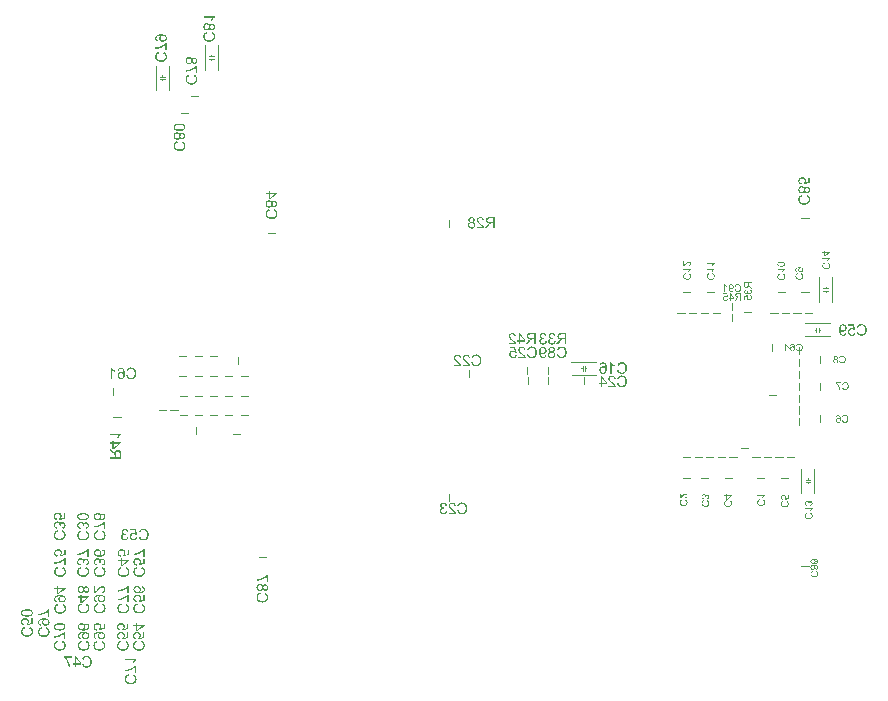
<source format=gbo>
G04 Layer_Color=32896*
%FSLAX43Y43*%
%MOMM*%
G71*
G01*
G75*
%ADD24C,0.120*%
%ADD27C,0.100*%
%ADD41C,0.080*%
G36*
X55500Y76125D02*
X55372D01*
Y76551D01*
X55209D01*
X55194Y76549D01*
X55182D01*
X55173Y76548D01*
X55166Y76547D01*
X55160D01*
X55157Y76545D01*
X55156D01*
X55134Y76538D01*
X55124Y76534D01*
X55116Y76530D01*
X55108Y76526D01*
X55102Y76523D01*
X55099Y76522D01*
X55098Y76520D01*
X55087Y76512D01*
X55076Y76502D01*
X55055Y76481D01*
X55045Y76472D01*
X55038Y76463D01*
X55034Y76458D01*
X55033Y76456D01*
X55019Y76437D01*
X55004Y76416D01*
X54988Y76394D01*
X54973Y76373D01*
X54961Y76354D01*
X54951Y76339D01*
X54947Y76333D01*
X54944Y76329D01*
X54941Y76326D01*
Y76325D01*
X54815Y76125D01*
X54657D01*
X54822Y76386D01*
X54841Y76413D01*
X54859Y76438D01*
X54877Y76459D01*
X54893Y76479D01*
X54906Y76493D01*
X54918Y76504D01*
X54924Y76511D01*
X54927Y76513D01*
X54938Y76522D01*
X54951Y76531D01*
X54976Y76547D01*
X54987Y76552D01*
X54995Y76558D01*
X55001Y76560D01*
X55004Y76562D01*
X54979Y76566D01*
X54955Y76570D01*
X54934Y76577D01*
X54913Y76583D01*
X54895Y76590D01*
X54879Y76598D01*
X54863Y76605D01*
X54850Y76612D01*
X54838Y76620D01*
X54827Y76627D01*
X54819Y76633D01*
X54812Y76638D01*
X54807Y76642D01*
X54802Y76646D01*
X54801Y76648D01*
X54800Y76649D01*
X54789Y76663D01*
X54777Y76677D01*
X54761Y76706D01*
X54750Y76735D01*
X54741Y76763D01*
X54736Y76787D01*
X54734Y76796D01*
Y76806D01*
X54733Y76813D01*
Y76818D01*
Y76821D01*
Y76823D01*
X54734Y76852D01*
X54739Y76878D01*
X54746Y76903D01*
X54752Y76924D01*
X54761Y76942D01*
X54766Y76956D01*
X54772Y76964D01*
X54773Y76965D01*
Y76967D01*
X54790Y76989D01*
X54807Y77008D01*
X54825Y77025D01*
X54841Y77038D01*
X54857Y77047D01*
X54869Y77053D01*
X54877Y77057D01*
X54879Y77058D01*
X54880D01*
X54893Y77062D01*
X54908Y77067D01*
X54938Y77074D01*
X54972Y77078D01*
X55002Y77082D01*
X55031Y77083D01*
X55044D01*
X55055Y77085D01*
X55500D01*
Y76125D01*
D02*
G37*
G36*
X54289Y77087D02*
X54313Y77086D01*
X54335Y77082D01*
X54356Y77078D01*
X54375Y77072D01*
X54393Y77067D01*
X54410Y77060D01*
X54425Y77053D01*
X54439Y77046D01*
X54450Y77039D01*
X54460Y77033D01*
X54468Y77028D01*
X54475Y77024D01*
X54479Y77020D01*
X54482Y77018D01*
X54483Y77017D01*
X54497Y77003D01*
X54510Y76988D01*
X54522Y76971D01*
X54532Y76954D01*
X54549Y76921D01*
X54560Y76888D01*
X54564Y76873D01*
X54568Y76857D01*
X54571Y76845D01*
X54574Y76834D01*
X54575Y76824D01*
Y76817D01*
X54576Y76813D01*
Y76811D01*
X54456Y76799D01*
X54453Y76831D01*
X54447Y76859D01*
X54439Y76884D01*
X54429Y76903D01*
X54421Y76920D01*
X54413Y76931D01*
X54407Y76938D01*
X54404Y76940D01*
X54384Y76957D01*
X54361Y76970D01*
X54338Y76979D01*
X54317Y76985D01*
X54298Y76989D01*
X54281Y76990D01*
X54275Y76992D01*
X54267D01*
X54238Y76990D01*
X54212Y76985D01*
X54189Y76977D01*
X54170Y76968D01*
X54155Y76958D01*
X54145Y76952D01*
X54138Y76946D01*
X54135Y76943D01*
X54119Y76924D01*
X54106Y76904D01*
X54097Y76885D01*
X54091Y76866D01*
X54087Y76850D01*
X54085Y76836D01*
X54084Y76828D01*
Y76827D01*
Y76825D01*
X54087Y76800D01*
X54092Y76774D01*
X54102Y76750D01*
X54112Y76728D01*
X54123Y76710D01*
X54133Y76695D01*
X54135Y76689D01*
X54138Y76685D01*
X54141Y76684D01*
Y76683D01*
X54152Y76667D01*
X54166Y76652D01*
X54181Y76635D01*
X54198Y76619D01*
X54232Y76585D01*
X54267Y76552D01*
X54285Y76537D01*
X54300Y76523D01*
X54316Y76511D01*
X54328Y76499D01*
X54338Y76491D01*
X54346Y76484D01*
X54352Y76480D01*
X54353Y76479D01*
X54388Y76450D01*
X54420Y76422D01*
X54446Y76397D01*
X54467Y76376D01*
X54485Y76358D01*
X54497Y76346D01*
X54504Y76337D01*
X54507Y76336D01*
Y76334D01*
X54526Y76311D01*
X54542Y76289D01*
X54556Y76266D01*
X54567Y76247D01*
X54575Y76230D01*
X54581Y76218D01*
X54583Y76210D01*
X54585Y76208D01*
Y76207D01*
X54590Y76192D01*
X54593Y76178D01*
X54596Y76164D01*
X54597Y76151D01*
X54599Y76140D01*
Y76132D01*
Y76126D01*
Y76125D01*
X53962D01*
Y76239D01*
X54435D01*
X54418Y76262D01*
X54410Y76272D01*
X54403Y76282D01*
X54396Y76290D01*
X54391Y76296D01*
X54386Y76300D01*
X54385Y76301D01*
X54378Y76308D01*
X54370Y76315D01*
X54350Y76333D01*
X54328Y76354D01*
X54305Y76375D01*
X54282Y76393D01*
X54273Y76401D01*
X54264Y76409D01*
X54257Y76415D01*
X54252Y76419D01*
X54249Y76422D01*
X54248Y76423D01*
X54225Y76443D01*
X54203Y76461D01*
X54184Y76479D01*
X54166Y76494D01*
X54149Y76509D01*
X54135Y76523D01*
X54121Y76535D01*
X54110Y76547D01*
X54099Y76558D01*
X54091Y76566D01*
X54084Y76573D01*
X54077Y76580D01*
X54070Y76588D01*
X54067Y76591D01*
X54048Y76615D01*
X54031Y76635D01*
X54017Y76656D01*
X54006Y76673D01*
X53998Y76688D01*
X53993Y76699D01*
X53990Y76706D01*
X53988Y76709D01*
X53980Y76730D01*
X53974Y76750D01*
X53969Y76770D01*
X53966Y76787D01*
X53965Y76802D01*
X53963Y76813D01*
Y76820D01*
Y76823D01*
X53965Y76843D01*
X53968Y76863D01*
X53970Y76882D01*
X53976Y76899D01*
X53990Y76932D01*
X54004Y76958D01*
X54012Y76971D01*
X54019Y76981D01*
X54026Y76990D01*
X54033Y76997D01*
X54038Y77003D01*
X54041Y77008D01*
X54044Y77010D01*
X54045Y77011D01*
X54060Y77025D01*
X54077Y77038D01*
X54095Y77047D01*
X54113Y77056D01*
X54149Y77069D01*
X54185Y77079D01*
X54201Y77082D01*
X54216Y77085D01*
X54230Y77086D01*
X54241Y77087D01*
X54250Y77089D01*
X54264D01*
X54289Y77087D01*
D02*
G37*
G36*
X71674Y72256D02*
X71659Y72252D01*
X71645Y72247D01*
X71632Y72243D01*
X71620Y72238D01*
X71609Y72233D01*
X71600Y72227D01*
X71591Y72221D01*
X71582Y72215D01*
X71575Y72210D01*
X71569Y72205D01*
X71564Y72200D01*
X71559Y72197D01*
X71556Y72193D01*
X71554Y72190D01*
X71553Y72189D01*
X71552Y72188D01*
X71544Y72179D01*
X71539Y72169D01*
X71529Y72149D01*
X71521Y72129D01*
X71517Y72110D01*
X71513Y72093D01*
X71512Y72087D01*
Y72080D01*
X71511Y72075D01*
Y72071D01*
Y72069D01*
Y72068D01*
X71512Y72047D01*
X71516Y72026D01*
X71520Y72008D01*
X71526Y71991D01*
X71531Y71978D01*
X71534Y71973D01*
X71536Y71968D01*
X71538Y71965D01*
X71540Y71962D01*
X71541Y71960D01*
Y71959D01*
X71554Y71941D01*
X71567Y71927D01*
X71583Y71914D01*
X71598Y71904D01*
X71611Y71895D01*
X71622Y71890D01*
X71627Y71888D01*
X71629Y71886D01*
X71631Y71885D01*
X71632D01*
X71656Y71878D01*
X71680Y71872D01*
X71704Y71867D01*
X71726Y71865D01*
X71737Y71864D01*
X71746Y71863D01*
X71754D01*
X71761Y71862D01*
X71775D01*
X71799Y71863D01*
X71821Y71865D01*
X71841Y71868D01*
X71860Y71872D01*
X71875Y71875D01*
X71882Y71877D01*
X71887Y71879D01*
X71892Y71879D01*
X71895Y71880D01*
X71897Y71881D01*
X71897D01*
X71919Y71891D01*
X71938Y71901D01*
X71954Y71912D01*
X71968Y71924D01*
X71979Y71934D01*
X71986Y71942D01*
X71991Y71949D01*
X71993Y71950D01*
Y71951D01*
X72005Y71970D01*
X72014Y71991D01*
X72020Y72012D01*
X72024Y72031D01*
X72027Y72049D01*
X72028Y72056D01*
Y72063D01*
X72029Y72067D01*
Y72071D01*
Y72074D01*
Y72075D01*
X72028Y72098D01*
X72024Y72119D01*
X72019Y72136D01*
X72013Y72152D01*
X72007Y72164D01*
X72002Y72173D01*
X71998Y72179D01*
X71996Y72181D01*
X71983Y72196D01*
X71967Y72210D01*
X71950Y72221D01*
X71934Y72230D01*
X71919Y72237D01*
X71911Y72240D01*
X71906Y72242D01*
X71901Y72244D01*
X71897Y72246D01*
X71896Y72247D01*
X71895D01*
X71914Y72330D01*
X71931Y72324D01*
X71946Y72319D01*
X71959Y72311D01*
X71973Y72305D01*
X71985Y72297D01*
X71996Y72289D01*
X72008Y72282D01*
X72017Y72274D01*
X72024Y72267D01*
X72032Y72260D01*
X72038Y72254D01*
X72043Y72249D01*
X72047Y72245D01*
X72050Y72241D01*
X72051Y72239D01*
X72052Y72238D01*
X72060Y72225D01*
X72069Y72212D01*
X72075Y72199D01*
X72081Y72186D01*
X72089Y72158D01*
X72094Y72133D01*
X72097Y72121D01*
X72098Y72111D01*
X72099Y72100D01*
X72100Y72092D01*
X72101Y72086D01*
Y72081D01*
Y72077D01*
Y72076D01*
X72099Y72046D01*
X72094Y72016D01*
X72089Y71990D01*
X72085Y71978D01*
X72081Y71967D01*
X72078Y71957D01*
X72074Y71948D01*
X72071Y71940D01*
X72069Y71933D01*
X72066Y71928D01*
X72064Y71925D01*
X72063Y71922D01*
X72062Y71921D01*
X72046Y71896D01*
X72028Y71875D01*
X72009Y71856D01*
X71991Y71841D01*
X71974Y71829D01*
X71967Y71824D01*
X71960Y71820D01*
X71956Y71817D01*
X71952Y71815D01*
X71949Y71814D01*
X71948Y71813D01*
X71920Y71800D01*
X71890Y71791D01*
X71860Y71784D01*
X71834Y71780D01*
X71822Y71778D01*
X71810Y71777D01*
X71800Y71776D01*
X71791D01*
X71785Y71775D01*
X71775D01*
X71741Y71777D01*
X71709Y71781D01*
X71680Y71785D01*
X71666Y71789D01*
X71654Y71792D01*
X71643Y71794D01*
X71633Y71798D01*
X71624Y71801D01*
X71616Y71803D01*
X71611Y71806D01*
X71606Y71806D01*
X71603Y71808D01*
X71603D01*
X71575Y71822D01*
X71550Y71838D01*
X71529Y71855D01*
X71520Y71863D01*
X71512Y71870D01*
X71505Y71878D01*
X71498Y71885D01*
X71493Y71891D01*
X71489Y71897D01*
X71485Y71901D01*
X71482Y71904D01*
X71481Y71906D01*
X71481Y71907D01*
X71473Y71920D01*
X71467Y71933D01*
X71456Y71961D01*
X71449Y71989D01*
X71444Y72015D01*
X71443Y72028D01*
X71441Y72039D01*
X71440Y72050D01*
Y72058D01*
X71439Y72065D01*
Y72071D01*
Y72075D01*
Y72075D01*
X71440Y72094D01*
X71442Y72112D01*
X71444Y72128D01*
X71447Y72144D01*
X71452Y72159D01*
X71456Y72173D01*
X71461Y72186D01*
X71467Y72198D01*
X71471Y72208D01*
X71476Y72218D01*
X71481Y72225D01*
X71485Y72233D01*
X71489Y72237D01*
X71491Y72242D01*
X71493Y72244D01*
X71493Y72245D01*
X71505Y72258D01*
X71516Y72269D01*
X71529Y72279D01*
X71542Y72289D01*
X71567Y72306D01*
X71593Y72319D01*
X71605Y72324D01*
X71616Y72329D01*
X71627Y72333D01*
X71635Y72335D01*
X71642Y72338D01*
X71648Y72340D01*
X71652Y72341D01*
X71652D01*
X71674Y72256D01*
D02*
G37*
G36*
X36405Y78512D02*
X36434Y78506D01*
X36461Y78498D01*
X36483Y78489D01*
X36501Y78481D01*
X36515Y78473D01*
X36523Y78467D01*
X36524Y78466D01*
X36526D01*
X36548Y78446D01*
X36567Y78426D01*
X36583Y78403D01*
X36596Y78383D01*
X36606Y78363D01*
X36613Y78347D01*
X36616Y78341D01*
X36617Y78337D01*
X36619Y78334D01*
Y78333D01*
X36630Y78358D01*
X36642Y78378D01*
X36655Y78396D01*
X36667Y78412D01*
X36678Y78423D01*
X36687Y78431D01*
X36692Y78437D01*
X36695Y78438D01*
X36714Y78451D01*
X36734Y78459D01*
X36753Y78466D01*
X36773Y78470D01*
X36788Y78473D01*
X36800Y78474D01*
X36811D01*
X36831Y78473D01*
X36849Y78471D01*
X36884Y78462D01*
X36914Y78449D01*
X36940Y78435D01*
X36961Y78421D01*
X36970Y78414D01*
X36978Y78409D01*
X36983Y78403D01*
X36988Y78399D01*
X36989Y78398D01*
X36990Y78396D01*
X37003Y78381D01*
X37015Y78366D01*
X37025Y78349D01*
X37033Y78333D01*
X37046Y78299D01*
X37054Y78266D01*
X37058Y78252D01*
X37060Y78238D01*
X37061Y78226D01*
X37062Y78215D01*
X37064Y78206D01*
Y78200D01*
Y78195D01*
Y78194D01*
X37062Y78172D01*
X37061Y78150D01*
X37053Y78111D01*
X37047Y78093D01*
X37042Y78076D01*
X37035Y78061D01*
X37028Y78047D01*
X37021Y78036D01*
X37014Y78025D01*
X37008Y78015D01*
X37003Y78008D01*
X36999Y78003D01*
X36995Y77998D01*
X36993Y77996D01*
X36992Y77994D01*
X36978Y77982D01*
X36964Y77969D01*
X36949Y77960D01*
X36933Y77951D01*
X36904Y77937D01*
X36877Y77929D01*
X36853Y77924D01*
X36842Y77922D01*
X36834Y77921D01*
X36825Y77919D01*
X36816D01*
X36791Y77921D01*
X36767Y77925D01*
X36746Y77930D01*
X36728Y77937D01*
X36714Y77943D01*
X36703Y77948D01*
X36698Y77953D01*
X36695Y77954D01*
X36678Y77969D01*
X36663Y77986D01*
X36649Y78004D01*
X36638Y78022D01*
X36630Y78039D01*
X36624Y78051D01*
X36621Y78057D01*
X36620Y78061D01*
X36619Y78062D01*
Y78064D01*
X36609Y78032D01*
X36596Y78005D01*
X36581Y77982D01*
X36567Y77962D01*
X36554Y77947D01*
X36542Y77936D01*
X36535Y77930D01*
X36534Y77928D01*
X36533D01*
X36508Y77912D01*
X36481Y77900D01*
X36456Y77892D01*
X36431Y77886D01*
X36409Y77883D01*
X36400Y77882D01*
X36391D01*
X36386Y77881D01*
X36376D01*
X36354Y77882D01*
X36332Y77885D01*
X36311Y77889D01*
X36290Y77894D01*
X36255Y77908D01*
X36239Y77915D01*
X36225Y77924D01*
X36211Y77932D01*
X36200Y77939D01*
X36190Y77947D01*
X36182Y77953D01*
X36175Y77958D01*
X36171Y77962D01*
X36168Y77965D01*
X36167Y77967D01*
X36151Y77983D01*
X36139Y78001D01*
X36128Y78021D01*
X36118Y78040D01*
X36111Y78058D01*
X36104Y78077D01*
X36094Y78115D01*
X36090Y78132D01*
X36088Y78147D01*
X36086Y78161D01*
X36085Y78173D01*
X36083Y78183D01*
Y78190D01*
Y78195D01*
Y78197D01*
X36085Y78223D01*
X36088Y78247D01*
X36092Y78270D01*
X36096Y78292D01*
X36103Y78312D01*
X36110Y78331D01*
X36117Y78349D01*
X36125Y78365D01*
X36133Y78378D01*
X36140Y78391D01*
X36147Y78401D01*
X36154Y78410D01*
X36158Y78417D01*
X36162Y78421D01*
X36165Y78424D01*
X36167Y78426D01*
X36183Y78441D01*
X36200Y78455D01*
X36216Y78466D01*
X36235Y78475D01*
X36251Y78485D01*
X36269Y78492D01*
X36301Y78502D01*
X36316Y78506D01*
X36330Y78509D01*
X36343Y78510D01*
X36352Y78512D01*
X36361Y78513D01*
X36373D01*
X36405Y78512D01*
D02*
G37*
G36*
X36438Y79123D02*
X37060D01*
Y79027D01*
X36438Y78588D01*
X36330D01*
Y79005D01*
X36100D01*
Y79123D01*
X36330D01*
Y79254D01*
X36438D01*
Y79123D01*
D02*
G37*
G36*
X53546Y77087D02*
X53568Y77086D01*
X53607Y77078D01*
X53625Y77072D01*
X53642Y77067D01*
X53657Y77060D01*
X53671Y77053D01*
X53682Y77046D01*
X53693Y77039D01*
X53703Y77033D01*
X53710Y77028D01*
X53715Y77024D01*
X53719Y77020D01*
X53722Y77018D01*
X53723Y77017D01*
X53736Y77003D01*
X53748Y76989D01*
X53758Y76974D01*
X53766Y76958D01*
X53780Y76929D01*
X53789Y76902D01*
X53794Y76878D01*
X53796Y76867D01*
X53797Y76859D01*
X53798Y76850D01*
Y76845D01*
Y76842D01*
Y76841D01*
X53797Y76816D01*
X53793Y76792D01*
X53787Y76771D01*
X53780Y76753D01*
X53775Y76739D01*
X53769Y76728D01*
X53765Y76723D01*
X53764Y76720D01*
X53748Y76703D01*
X53732Y76688D01*
X53714Y76674D01*
X53696Y76663D01*
X53679Y76655D01*
X53667Y76649D01*
X53661Y76646D01*
X53657Y76645D01*
X53655Y76644D01*
X53654D01*
X53686Y76634D01*
X53712Y76621D01*
X53736Y76606D01*
X53755Y76592D01*
X53771Y76578D01*
X53782Y76567D01*
X53787Y76560D01*
X53790Y76559D01*
Y76558D01*
X53805Y76533D01*
X53818Y76506D01*
X53826Y76481D01*
X53832Y76456D01*
X53834Y76434D01*
X53836Y76425D01*
Y76416D01*
X53837Y76411D01*
Y76405D01*
Y76402D01*
Y76401D01*
X53836Y76379D01*
X53833Y76357D01*
X53829Y76336D01*
X53823Y76315D01*
X53809Y76280D01*
X53803Y76264D01*
X53794Y76250D01*
X53786Y76236D01*
X53779Y76225D01*
X53771Y76215D01*
X53765Y76207D01*
X53760Y76200D01*
X53755Y76196D01*
X53753Y76193D01*
X53751Y76192D01*
X53735Y76176D01*
X53717Y76164D01*
X53697Y76153D01*
X53678Y76143D01*
X53660Y76136D01*
X53640Y76129D01*
X53603Y76119D01*
X53586Y76115D01*
X53571Y76113D01*
X53557Y76111D01*
X53545Y76110D01*
X53535Y76108D01*
X53521D01*
X53495Y76110D01*
X53471Y76113D01*
X53447Y76117D01*
X53425Y76121D01*
X53406Y76128D01*
X53386Y76135D01*
X53368Y76142D01*
X53353Y76150D01*
X53339Y76158D01*
X53327Y76165D01*
X53317Y76172D01*
X53307Y76179D01*
X53300Y76183D01*
X53296Y76187D01*
X53294Y76190D01*
X53292Y76192D01*
X53277Y76208D01*
X53263Y76225D01*
X53252Y76241D01*
X53242Y76260D01*
X53233Y76276D01*
X53226Y76294D01*
X53216Y76326D01*
X53212Y76341D01*
X53209Y76355D01*
X53208Y76368D01*
X53206Y76377D01*
X53205Y76386D01*
Y76393D01*
Y76397D01*
Y76398D01*
X53206Y76430D01*
X53212Y76459D01*
X53220Y76486D01*
X53228Y76508D01*
X53237Y76526D01*
X53245Y76540D01*
X53251Y76548D01*
X53252Y76549D01*
Y76551D01*
X53271Y76573D01*
X53292Y76592D01*
X53314Y76608D01*
X53335Y76621D01*
X53355Y76631D01*
X53371Y76638D01*
X53377Y76641D01*
X53381Y76642D01*
X53384Y76644D01*
X53385D01*
X53360Y76655D01*
X53339Y76667D01*
X53321Y76680D01*
X53306Y76692D01*
X53295Y76703D01*
X53287Y76712D01*
X53281Y76717D01*
X53280Y76720D01*
X53267Y76739D01*
X53259Y76759D01*
X53252Y76778D01*
X53248Y76798D01*
X53245Y76813D01*
X53244Y76825D01*
Y76834D01*
Y76835D01*
Y76836D01*
X53245Y76856D01*
X53246Y76874D01*
X53256Y76909D01*
X53269Y76939D01*
X53282Y76965D01*
X53296Y76986D01*
X53303Y76995D01*
X53309Y77003D01*
X53314Y77008D01*
X53319Y77013D01*
X53320Y77014D01*
X53321Y77015D01*
X53337Y77028D01*
X53352Y77040D01*
X53368Y77050D01*
X53385Y77058D01*
X53418Y77071D01*
X53452Y77079D01*
X53466Y77083D01*
X53479Y77085D01*
X53492Y77086D01*
X53503Y77087D01*
X53511Y77089D01*
X53524D01*
X53546Y77087D01*
D02*
G37*
G36*
X74093Y72658D02*
X74077Y72649D01*
X74062Y72639D01*
X74047Y72627D01*
X74034Y72615D01*
X74023Y72604D01*
X74014Y72596D01*
X74011Y72592D01*
X74008Y72590D01*
X74008Y72589D01*
X74007Y72588D01*
X73991Y72568D01*
X73976Y72549D01*
X73963Y72530D01*
X73953Y72512D01*
X73944Y72496D01*
X73940Y72490D01*
X73937Y72484D01*
X73934Y72480D01*
X73934Y72476D01*
X73932Y72474D01*
Y72473D01*
X73856D01*
X73861Y72487D01*
X73868Y72501D01*
X73874Y72515D01*
X73881Y72528D01*
X73886Y72539D01*
X73891Y72548D01*
X73895Y72553D01*
X73896Y72554D01*
Y72555D01*
X73906Y72572D01*
X73916Y72587D01*
X73925Y72600D01*
X73934Y72610D01*
X73940Y72619D01*
X73946Y72625D01*
X73949Y72629D01*
X73950Y72630D01*
X73450D01*
Y72709D01*
X74093D01*
Y72658D01*
D02*
G37*
G36*
Y73155D02*
X74077Y73146D01*
X74062Y73136D01*
X74047Y73124D01*
X74034Y73113D01*
X74023Y73102D01*
X74014Y73093D01*
X74011Y73090D01*
X74008Y73087D01*
X74008Y73086D01*
X74007Y73085D01*
X73991Y73066D01*
X73976Y73046D01*
X73963Y73028D01*
X73953Y73009D01*
X73944Y72994D01*
X73940Y72987D01*
X73937Y72982D01*
X73934Y72977D01*
X73934Y72973D01*
X73932Y72971D01*
Y72970D01*
X73856D01*
X73861Y72984D01*
X73868Y72998D01*
X73874Y73012D01*
X73881Y73025D01*
X73886Y73036D01*
X73891Y73045D01*
X73895Y73051D01*
X73896Y73052D01*
Y73053D01*
X73906Y73069D01*
X73916Y73084D01*
X73925Y73097D01*
X73934Y73107D01*
X73940Y73117D01*
X73946Y73122D01*
X73949Y73127D01*
X73950Y73128D01*
X73450D01*
Y73206D01*
X74093D01*
Y73155D01*
D02*
G37*
G36*
X79649Y72231D02*
X79634Y72227D01*
X79620Y72222D01*
X79607Y72218D01*
X79595Y72213D01*
X79584Y72208D01*
X79575Y72202D01*
X79566Y72196D01*
X79557Y72190D01*
X79550Y72185D01*
X79544Y72180D01*
X79539Y72175D01*
X79534Y72172D01*
X79531Y72168D01*
X79529Y72165D01*
X79528Y72164D01*
X79527Y72163D01*
X79519Y72154D01*
X79514Y72144D01*
X79504Y72124D01*
X79496Y72104D01*
X79492Y72085D01*
X79488Y72068D01*
X79487Y72062D01*
Y72055D01*
X79486Y72050D01*
Y72046D01*
Y72044D01*
Y72043D01*
X79487Y72022D01*
X79491Y72001D01*
X79495Y71983D01*
X79501Y71966D01*
X79506Y71953D01*
X79509Y71948D01*
X79511Y71943D01*
X79513Y71940D01*
X79515Y71937D01*
X79516Y71935D01*
Y71934D01*
X79529Y71916D01*
X79542Y71902D01*
X79558Y71889D01*
X79573Y71879D01*
X79586Y71870D01*
X79597Y71865D01*
X79602Y71863D01*
X79604Y71861D01*
X79606Y71860D01*
X79607D01*
X79631Y71853D01*
X79655Y71847D01*
X79679Y71842D01*
X79701Y71840D01*
X79712Y71839D01*
X79721Y71838D01*
X79729D01*
X79736Y71837D01*
X79750D01*
X79774Y71838D01*
X79796Y71840D01*
X79816Y71843D01*
X79835Y71847D01*
X79850Y71850D01*
X79857Y71852D01*
X79862Y71854D01*
X79867Y71854D01*
X79870Y71855D01*
X79872Y71856D01*
X79872D01*
X79894Y71866D01*
X79913Y71876D01*
X79929Y71887D01*
X79943Y71899D01*
X79954Y71909D01*
X79961Y71917D01*
X79966Y71924D01*
X79968Y71925D01*
Y71926D01*
X79980Y71945D01*
X79989Y71966D01*
X79995Y71987D01*
X79999Y72006D01*
X80002Y72024D01*
X80003Y72031D01*
Y72038D01*
X80004Y72042D01*
Y72046D01*
Y72049D01*
Y72050D01*
X80003Y72073D01*
X79999Y72094D01*
X79994Y72112D01*
X79988Y72127D01*
X79982Y72139D01*
X79977Y72148D01*
X79973Y72154D01*
X79971Y72156D01*
X79958Y72171D01*
X79942Y72185D01*
X79925Y72196D01*
X79909Y72205D01*
X79894Y72212D01*
X79886Y72215D01*
X79881Y72217D01*
X79876Y72219D01*
X79872Y72221D01*
X79871Y72222D01*
X79870D01*
X79889Y72305D01*
X79906Y72299D01*
X79921Y72294D01*
X79934Y72286D01*
X79948Y72280D01*
X79960Y72272D01*
X79971Y72264D01*
X79983Y72257D01*
X79992Y72249D01*
X79999Y72242D01*
X80007Y72235D01*
X80013Y72229D01*
X80018Y72224D01*
X80022Y72220D01*
X80025Y72216D01*
X80026Y72214D01*
X80027Y72213D01*
X80035Y72200D01*
X80044Y72187D01*
X80050Y72174D01*
X80056Y72160D01*
X80064Y72133D01*
X80069Y72108D01*
X80072Y72096D01*
X80073Y72086D01*
X80074Y72075D01*
X80075Y72067D01*
X80076Y72061D01*
Y72056D01*
Y72052D01*
Y72051D01*
X80074Y72021D01*
X80069Y71991D01*
X80064Y71965D01*
X80060Y71953D01*
X80056Y71942D01*
X80053Y71932D01*
X80049Y71923D01*
X80046Y71915D01*
X80044Y71908D01*
X80041Y71903D01*
X80039Y71900D01*
X80038Y71897D01*
X80037Y71896D01*
X80021Y71871D01*
X80003Y71850D01*
X79984Y71831D01*
X79966Y71816D01*
X79949Y71804D01*
X79942Y71799D01*
X79935Y71795D01*
X79931Y71792D01*
X79927Y71790D01*
X79924Y71789D01*
X79923Y71788D01*
X79895Y71775D01*
X79865Y71766D01*
X79836Y71759D01*
X79809Y71755D01*
X79797Y71753D01*
X79785Y71752D01*
X79775Y71751D01*
X79766D01*
X79760Y71750D01*
X79750D01*
X79716Y71752D01*
X79684Y71756D01*
X79655Y71760D01*
X79641Y71764D01*
X79629Y71767D01*
X79618Y71769D01*
X79608Y71773D01*
X79599Y71776D01*
X79591Y71778D01*
X79586Y71781D01*
X79581Y71781D01*
X79578Y71783D01*
X79578D01*
X79550Y71797D01*
X79525Y71813D01*
X79504Y71830D01*
X79495Y71838D01*
X79487Y71845D01*
X79480Y71853D01*
X79473Y71860D01*
X79468Y71866D01*
X79464Y71872D01*
X79460Y71876D01*
X79457Y71879D01*
X79456Y71881D01*
X79456Y71882D01*
X79448Y71895D01*
X79442Y71908D01*
X79431Y71936D01*
X79424Y71964D01*
X79419Y71990D01*
X79418Y72003D01*
X79416Y72014D01*
X79415Y72025D01*
Y72033D01*
X79414Y72040D01*
Y72046D01*
Y72050D01*
Y72050D01*
X79415Y72069D01*
X79417Y72087D01*
X79419Y72103D01*
X79422Y72119D01*
X79427Y72134D01*
X79431Y72148D01*
X79436Y72160D01*
X79442Y72173D01*
X79446Y72183D01*
X79451Y72193D01*
X79456Y72200D01*
X79460Y72208D01*
X79464Y72212D01*
X79466Y72217D01*
X79468Y72219D01*
X79468Y72220D01*
X79480Y72233D01*
X79491Y72244D01*
X79504Y72254D01*
X79517Y72264D01*
X79542Y72281D01*
X79568Y72294D01*
X79580Y72299D01*
X79591Y72304D01*
X79602Y72308D01*
X79610Y72310D01*
X79617Y72313D01*
X79623Y72315D01*
X79627Y72316D01*
X79627D01*
X79649Y72231D01*
D02*
G37*
G36*
X72093Y72658D02*
X72077Y72649D01*
X72062Y72639D01*
X72047Y72627D01*
X72034Y72615D01*
X72023Y72604D01*
X72014Y72596D01*
X72011Y72592D01*
X72008Y72590D01*
X72008Y72589D01*
X72007Y72588D01*
X71991Y72568D01*
X71976Y72549D01*
X71963Y72530D01*
X71953Y72512D01*
X71944Y72496D01*
X71940Y72490D01*
X71937Y72484D01*
X71934Y72480D01*
X71934Y72476D01*
X71932Y72474D01*
Y72473D01*
X71856D01*
X71861Y72487D01*
X71868Y72501D01*
X71874Y72515D01*
X71881Y72528D01*
X71886Y72539D01*
X71891Y72548D01*
X71895Y72553D01*
X71896Y72554D01*
Y72555D01*
X71906Y72572D01*
X71916Y72587D01*
X71925Y72600D01*
X71934Y72610D01*
X71940Y72619D01*
X71946Y72625D01*
X71949Y72629D01*
X71950Y72630D01*
X71450D01*
Y72709D01*
X72093D01*
Y72658D01*
D02*
G37*
G36*
X71526Y73008D02*
X71542Y73019D01*
X71548Y73025D01*
X71554Y73030D01*
X71560Y73034D01*
X71564Y73038D01*
X71566Y73041D01*
X71567Y73042D01*
X71572Y73046D01*
X71577Y73052D01*
X71589Y73065D01*
X71603Y73080D01*
X71616Y73095D01*
X71628Y73110D01*
X71634Y73117D01*
X71640Y73122D01*
X71643Y73127D01*
X71646Y73130D01*
X71648Y73132D01*
X71649Y73133D01*
X71662Y73148D01*
X71674Y73163D01*
X71686Y73176D01*
X71696Y73188D01*
X71706Y73199D01*
X71715Y73208D01*
X71724Y73217D01*
X71731Y73225D01*
X71738Y73232D01*
X71744Y73238D01*
X71749Y73242D01*
X71753Y73247D01*
X71759Y73252D01*
X71761Y73253D01*
X71776Y73266D01*
X71790Y73277D01*
X71804Y73287D01*
X71815Y73294D01*
X71825Y73300D01*
X71833Y73303D01*
X71837Y73305D01*
X71839Y73306D01*
X71853Y73312D01*
X71867Y73315D01*
X71880Y73319D01*
X71891Y73321D01*
X71901Y73322D01*
X71909Y73323D01*
X71915D01*
X71929Y73322D01*
X71942Y73320D01*
X71955Y73318D01*
X71966Y73314D01*
X71988Y73305D01*
X72006Y73296D01*
X72014Y73290D01*
X72020Y73286D01*
X72027Y73281D01*
X72032Y73276D01*
X72035Y73273D01*
X72039Y73271D01*
X72040Y73269D01*
X72041Y73268D01*
X72050Y73258D01*
X72058Y73247D01*
X72065Y73235D01*
X72070Y73223D01*
X72080Y73199D01*
X72086Y73175D01*
X72088Y73165D01*
X72090Y73154D01*
X72091Y73145D01*
X72092Y73138D01*
X72093Y73131D01*
Y73126D01*
Y73123D01*
Y73122D01*
X72092Y73105D01*
X72091Y73090D01*
X72088Y73075D01*
X72085Y73061D01*
X72081Y73048D01*
X72078Y73036D01*
X72073Y73025D01*
X72069Y73015D01*
X72064Y73006D01*
X72059Y72998D01*
X72056Y72992D01*
X72052Y72986D01*
X72049Y72982D01*
X72046Y72979D01*
X72045Y72977D01*
X72044Y72976D01*
X72035Y72967D01*
X72025Y72958D01*
X72014Y72950D01*
X72003Y72944D01*
X71981Y72933D01*
X71959Y72925D01*
X71948Y72922D01*
X71938Y72920D01*
X71930Y72918D01*
X71922Y72916D01*
X71916Y72915D01*
X71911D01*
X71909Y72914D01*
X71908D01*
X71899Y72994D01*
X71921Y72996D01*
X71939Y73000D01*
X71956Y73006D01*
X71969Y73012D01*
X71980Y73018D01*
X71987Y73023D01*
X71992Y73027D01*
X71994Y73029D01*
X72005Y73043D01*
X72013Y73057D01*
X72020Y73073D01*
X72023Y73087D01*
X72026Y73100D01*
X72027Y73111D01*
X72028Y73115D01*
Y73117D01*
Y73119D01*
Y73120D01*
X72027Y73140D01*
X72023Y73157D01*
X72018Y73172D01*
X72012Y73185D01*
X72006Y73195D01*
X72001Y73202D01*
X71997Y73206D01*
X71995Y73208D01*
X71983Y73219D01*
X71970Y73227D01*
X71957Y73234D01*
X71944Y73238D01*
X71934Y73240D01*
X71924Y73241D01*
X71919Y73242D01*
X71917D01*
X71900Y73240D01*
X71883Y73237D01*
X71867Y73230D01*
X71852Y73224D01*
X71840Y73216D01*
X71830Y73210D01*
X71826Y73208D01*
X71824Y73206D01*
X71823Y73204D01*
X71822D01*
X71812Y73197D01*
X71801Y73188D01*
X71790Y73178D01*
X71779Y73166D01*
X71757Y73143D01*
X71735Y73120D01*
X71725Y73108D01*
X71715Y73098D01*
X71707Y73088D01*
X71700Y73080D01*
X71694Y73073D01*
X71689Y73068D01*
X71687Y73064D01*
X71686Y73063D01*
X71666Y73040D01*
X71648Y73019D01*
X71631Y73001D01*
X71617Y72987D01*
X71605Y72975D01*
X71597Y72967D01*
X71591Y72962D01*
X71591Y72960D01*
X71590D01*
X71574Y72947D01*
X71559Y72937D01*
X71544Y72928D01*
X71531Y72921D01*
X71520Y72915D01*
X71512Y72911D01*
X71506Y72909D01*
X71505Y72909D01*
X71505D01*
X71494Y72905D01*
X71485Y72903D01*
X71476Y72901D01*
X71468Y72900D01*
X71460Y72899D01*
X71450D01*
Y73324D01*
X71526D01*
Y73008D01*
D02*
G37*
G36*
X73674Y72256D02*
X73659Y72252D01*
X73645Y72247D01*
X73632Y72243D01*
X73620Y72238D01*
X73609Y72233D01*
X73600Y72227D01*
X73591Y72221D01*
X73582Y72215D01*
X73575Y72210D01*
X73569Y72205D01*
X73564Y72200D01*
X73559Y72197D01*
X73556Y72193D01*
X73554Y72190D01*
X73553Y72189D01*
X73552Y72188D01*
X73544Y72179D01*
X73539Y72169D01*
X73529Y72149D01*
X73521Y72129D01*
X73517Y72110D01*
X73513Y72093D01*
X73512Y72087D01*
Y72080D01*
X73511Y72075D01*
Y72071D01*
Y72069D01*
Y72068D01*
X73512Y72047D01*
X73516Y72026D01*
X73520Y72008D01*
X73526Y71991D01*
X73531Y71978D01*
X73534Y71973D01*
X73536Y71968D01*
X73538Y71965D01*
X73540Y71962D01*
X73541Y71960D01*
Y71959D01*
X73554Y71941D01*
X73567Y71927D01*
X73583Y71914D01*
X73598Y71904D01*
X73611Y71895D01*
X73622Y71890D01*
X73627Y71888D01*
X73629Y71886D01*
X73631Y71885D01*
X73632D01*
X73656Y71878D01*
X73680Y71872D01*
X73704Y71867D01*
X73726Y71865D01*
X73737Y71864D01*
X73746Y71863D01*
X73754D01*
X73761Y71862D01*
X73775D01*
X73799Y71863D01*
X73821Y71865D01*
X73841Y71868D01*
X73860Y71872D01*
X73875Y71875D01*
X73882Y71877D01*
X73887Y71879D01*
X73892Y71879D01*
X73895Y71880D01*
X73897Y71881D01*
X73897D01*
X73919Y71891D01*
X73938Y71901D01*
X73954Y71912D01*
X73968Y71924D01*
X73979Y71934D01*
X73986Y71942D01*
X73991Y71949D01*
X73993Y71950D01*
Y71951D01*
X74005Y71970D01*
X74014Y71991D01*
X74020Y72012D01*
X74024Y72031D01*
X74027Y72049D01*
X74028Y72056D01*
Y72063D01*
X74029Y72067D01*
Y72071D01*
Y72074D01*
Y72075D01*
X74028Y72098D01*
X74024Y72119D01*
X74019Y72136D01*
X74013Y72152D01*
X74007Y72164D01*
X74002Y72173D01*
X73998Y72179D01*
X73996Y72181D01*
X73983Y72196D01*
X73967Y72210D01*
X73950Y72221D01*
X73934Y72230D01*
X73919Y72237D01*
X73911Y72240D01*
X73906Y72242D01*
X73901Y72244D01*
X73897Y72246D01*
X73896Y72247D01*
X73895D01*
X73914Y72330D01*
X73931Y72324D01*
X73946Y72319D01*
X73959Y72311D01*
X73973Y72305D01*
X73985Y72297D01*
X73996Y72289D01*
X74008Y72282D01*
X74017Y72274D01*
X74024Y72267D01*
X74032Y72260D01*
X74038Y72254D01*
X74043Y72249D01*
X74047Y72245D01*
X74050Y72241D01*
X74051Y72239D01*
X74052Y72238D01*
X74060Y72225D01*
X74069Y72212D01*
X74075Y72199D01*
X74081Y72186D01*
X74089Y72158D01*
X74094Y72133D01*
X74097Y72121D01*
X74098Y72111D01*
X74099Y72100D01*
X74100Y72092D01*
X74101Y72086D01*
Y72081D01*
Y72077D01*
Y72076D01*
X74099Y72046D01*
X74094Y72016D01*
X74089Y71990D01*
X74085Y71978D01*
X74081Y71967D01*
X74078Y71957D01*
X74074Y71948D01*
X74071Y71940D01*
X74069Y71933D01*
X74066Y71928D01*
X74064Y71925D01*
X74063Y71922D01*
X74062Y71921D01*
X74046Y71896D01*
X74028Y71875D01*
X74009Y71856D01*
X73991Y71841D01*
X73974Y71829D01*
X73967Y71824D01*
X73960Y71820D01*
X73956Y71817D01*
X73952Y71815D01*
X73949Y71814D01*
X73948Y71813D01*
X73920Y71800D01*
X73890Y71791D01*
X73861Y71784D01*
X73834Y71780D01*
X73822Y71778D01*
X73810Y71777D01*
X73800Y71776D01*
X73791D01*
X73785Y71775D01*
X73775D01*
X73741Y71777D01*
X73709Y71781D01*
X73680Y71785D01*
X73666Y71789D01*
X73654Y71792D01*
X73643Y71794D01*
X73633Y71798D01*
X73624Y71801D01*
X73616Y71803D01*
X73611Y71806D01*
X73606Y71806D01*
X73603Y71808D01*
X73603D01*
X73575Y71822D01*
X73550Y71838D01*
X73529Y71855D01*
X73520Y71863D01*
X73512Y71870D01*
X73505Y71878D01*
X73498Y71885D01*
X73493Y71891D01*
X73489Y71897D01*
X73485Y71901D01*
X73482Y71904D01*
X73481Y71906D01*
X73481Y71907D01*
X73473Y71920D01*
X73467Y71933D01*
X73456Y71961D01*
X73449Y71989D01*
X73444Y72015D01*
X73443Y72028D01*
X73441Y72039D01*
X73440Y72050D01*
Y72058D01*
X73439Y72065D01*
Y72071D01*
Y72075D01*
Y72075D01*
X73440Y72094D01*
X73442Y72112D01*
X73444Y72128D01*
X73447Y72144D01*
X73452Y72159D01*
X73456Y72173D01*
X73461Y72186D01*
X73467Y72198D01*
X73471Y72208D01*
X73476Y72218D01*
X73481Y72225D01*
X73485Y72233D01*
X73489Y72237D01*
X73491Y72242D01*
X73493Y72244D01*
X73493Y72245D01*
X73505Y72258D01*
X73516Y72269D01*
X73529Y72279D01*
X73542Y72289D01*
X73567Y72306D01*
X73593Y72319D01*
X73605Y72324D01*
X73616Y72329D01*
X73627Y72333D01*
X73635Y72335D01*
X73642Y72338D01*
X73648Y72340D01*
X73652Y72341D01*
X73652D01*
X73674Y72256D01*
D02*
G37*
G36*
X25122Y38490D02*
X25008D01*
Y38960D01*
X24968Y38927D01*
X24925Y38895D01*
X24884Y38867D01*
X24843Y38841D01*
X24825Y38830D01*
X24809Y38820D01*
X24794Y38811D01*
X24781Y38804D01*
X24770Y38798D01*
X24763Y38794D01*
X24757Y38791D01*
X24756Y38790D01*
X24701Y38762D01*
X24645Y38737D01*
X24592Y38716D01*
X24569Y38708D01*
X24545Y38700D01*
X24524Y38691D01*
X24505Y38686D01*
X24488Y38680D01*
X24475Y38676D01*
X24462Y38672D01*
X24454Y38669D01*
X24448Y38668D01*
X24447D01*
X24390Y38654D01*
X24362Y38648D01*
X24337Y38644D01*
X24314Y38640D01*
X24290Y38636D01*
X24271Y38633D01*
X24251Y38630D01*
X24235Y38629D01*
X24219Y38628D01*
X24206Y38626D01*
X24194D01*
X24186Y38625D01*
X24175D01*
Y38745D01*
X24228Y38750D01*
X24276Y38757D01*
X24321Y38763D01*
X24341Y38768D01*
X24361Y38772D01*
X24377Y38775D01*
X24393Y38779D01*
X24407Y38781D01*
X24418Y38784D01*
X24426Y38787D01*
X24433Y38788D01*
X24437Y38790D01*
X24438D01*
X24502Y38811D01*
X24562Y38833D01*
X24591Y38844D01*
X24619Y38855D01*
X24644Y38867D01*
X24669Y38879D01*
X24691Y38888D01*
X24710Y38898D01*
X24727Y38906D01*
X24742Y38913D01*
X24755Y38920D01*
X24763Y38924D01*
X24769Y38927D01*
X24770Y38928D01*
X24799Y38945D01*
X24828Y38962D01*
X24855Y38978D01*
X24880Y38995D01*
X24902Y39010D01*
X24924Y39026D01*
X24943Y39041D01*
X24960Y39053D01*
X24977Y39066D01*
X24990Y39077D01*
X25002Y39088D01*
X25011Y39096D01*
X25020Y39102D01*
X25025Y39107D01*
X25028Y39110D01*
X25029Y39112D01*
X25122D01*
Y38490D01*
D02*
G37*
G36*
X25139Y39596D02*
X25115Y39582D01*
X25093Y39566D01*
X25071Y39548D01*
X25051Y39532D01*
X25035Y39515D01*
X25021Y39503D01*
X25017Y39497D01*
X25013Y39493D01*
X25011Y39492D01*
X25010Y39490D01*
X24986Y39461D01*
X24964Y39432D01*
X24945Y39404D01*
X24929Y39376D01*
X24916Y39353D01*
X24910Y39343D01*
X24906Y39335D01*
X24902Y39328D01*
X24900Y39322D01*
X24898Y39320D01*
Y39318D01*
X24784D01*
X24792Y39339D01*
X24802Y39360D01*
X24812Y39381D01*
X24821Y39400D01*
X24830Y39417D01*
X24837Y39431D01*
X24842Y39439D01*
X24843Y39440D01*
Y39442D01*
X24859Y39467D01*
X24874Y39489D01*
X24888Y39508D01*
X24900Y39523D01*
X24910Y39537D01*
X24918Y39546D01*
X24924Y39553D01*
X24925Y39554D01*
X24175D01*
Y39672D01*
X25139D01*
Y39596D01*
D02*
G37*
G36*
X19664Y39783D02*
X19194D01*
X19227Y39743D01*
X19259Y39700D01*
X19286Y39659D01*
X19313Y39618D01*
X19324Y39600D01*
X19334Y39584D01*
X19343Y39569D01*
X19350Y39556D01*
X19356Y39545D01*
X19360Y39538D01*
X19363Y39532D01*
X19364Y39531D01*
X19392Y39476D01*
X19417Y39420D01*
X19438Y39367D01*
X19446Y39344D01*
X19454Y39320D01*
X19463Y39299D01*
X19468Y39280D01*
X19474Y39263D01*
X19478Y39250D01*
X19482Y39237D01*
X19485Y39229D01*
X19486Y39223D01*
Y39222D01*
X19500Y39165D01*
X19506Y39137D01*
X19510Y39112D01*
X19514Y39089D01*
X19518Y39065D01*
X19521Y39046D01*
X19524Y39026D01*
X19525Y39010D01*
X19526Y38994D01*
X19528Y38981D01*
Y38969D01*
X19529Y38961D01*
Y38956D01*
Y38951D01*
Y38950D01*
X19408D01*
X19404Y39003D01*
X19397Y39051D01*
X19390Y39096D01*
X19386Y39116D01*
X19382Y39136D01*
X19379Y39152D01*
X19375Y39168D01*
X19372Y39182D01*
X19370Y39193D01*
X19367Y39201D01*
X19365Y39208D01*
X19364Y39212D01*
Y39214D01*
X19343Y39277D01*
X19321Y39337D01*
X19310Y39366D01*
X19299Y39394D01*
X19286Y39419D01*
X19275Y39444D01*
X19266Y39466D01*
X19256Y39485D01*
X19248Y39502D01*
X19241Y39517D01*
X19234Y39530D01*
X19230Y39538D01*
X19227Y39544D01*
X19225Y39545D01*
X19209Y39574D01*
X19192Y39603D01*
X19175Y39630D01*
X19159Y39655D01*
X19144Y39677D01*
X19128Y39699D01*
X19113Y39718D01*
X19101Y39735D01*
X19088Y39752D01*
X19077Y39765D01*
X19066Y39777D01*
X19058Y39786D01*
X19052Y39795D01*
X19046Y39800D01*
X19044Y39803D01*
X19042Y39804D01*
Y39897D01*
X19664D01*
Y39783D01*
D02*
G37*
G36*
X19122Y41340D02*
X19008D01*
Y41810D01*
X18968Y41777D01*
X18925Y41745D01*
X18884Y41717D01*
X18843Y41691D01*
X18825Y41680D01*
X18809Y41670D01*
X18794Y41661D01*
X18781Y41654D01*
X18770Y41648D01*
X18763Y41644D01*
X18757Y41641D01*
X18756Y41640D01*
X18701Y41612D01*
X18645Y41587D01*
X18592Y41566D01*
X18569Y41558D01*
X18545Y41550D01*
X18524Y41541D01*
X18505Y41536D01*
X18488Y41530D01*
X18475Y41526D01*
X18462Y41522D01*
X18454Y41519D01*
X18448Y41518D01*
X18447D01*
X18390Y41504D01*
X18362Y41498D01*
X18337Y41494D01*
X18314Y41490D01*
X18290Y41486D01*
X18271Y41483D01*
X18251Y41480D01*
X18235Y41479D01*
X18219Y41478D01*
X18206Y41476D01*
X18194D01*
X18186Y41475D01*
X18175D01*
Y41595D01*
X18228Y41600D01*
X18276Y41607D01*
X18321Y41613D01*
X18341Y41618D01*
X18361Y41622D01*
X18377Y41625D01*
X18393Y41629D01*
X18407Y41631D01*
X18418Y41634D01*
X18426Y41637D01*
X18433Y41638D01*
X18437Y41640D01*
X18438D01*
X18502Y41661D01*
X18562Y41683D01*
X18591Y41694D01*
X18619Y41705D01*
X18644Y41717D01*
X18669Y41729D01*
X18691Y41738D01*
X18710Y41748D01*
X18727Y41756D01*
X18742Y41763D01*
X18755Y41770D01*
X18763Y41774D01*
X18769Y41777D01*
X18770Y41778D01*
X18799Y41795D01*
X18828Y41812D01*
X18855Y41828D01*
X18880Y41845D01*
X18902Y41860D01*
X18924Y41876D01*
X18943Y41891D01*
X18960Y41903D01*
X18977Y41916D01*
X18990Y41927D01*
X19002Y41938D01*
X19011Y41946D01*
X19020Y41952D01*
X19025Y41957D01*
X19028Y41960D01*
X19029Y41962D01*
X19122D01*
Y41340D01*
D02*
G37*
G36*
X18699Y42703D02*
X18721D01*
X18744Y42702D01*
X18763Y42699D01*
X18782Y42698D01*
X18799Y42697D01*
X18814Y42694D01*
X18828Y42692D01*
X18841Y42690D01*
X18850Y42688D01*
X18859Y42687D01*
X18866Y42685D01*
X18870Y42684D01*
X18873Y42683D01*
X18874D01*
X18904Y42674D01*
X18932Y42665D01*
X18956Y42654D01*
X18977Y42645D01*
X18995Y42636D01*
X19007Y42630D01*
X19014Y42624D01*
X19017Y42623D01*
X19038Y42608D01*
X19056Y42593D01*
X19071Y42576D01*
X19085Y42561D01*
X19094Y42547D01*
X19101Y42536D01*
X19106Y42529D01*
X19107Y42527D01*
Y42526D01*
X19118Y42504D01*
X19125Y42480D01*
X19131Y42458D01*
X19135Y42437D01*
X19137Y42419D01*
X19139Y42404D01*
Y42398D01*
Y42394D01*
Y42393D01*
Y42391D01*
X19136Y42354D01*
X19131Y42319D01*
X19121Y42290D01*
X19111Y42265D01*
X19100Y42244D01*
X19096Y42236D01*
X19090Y42229D01*
X19088Y42224D01*
X19085Y42220D01*
X19082Y42218D01*
Y42217D01*
X19060Y42192D01*
X19033Y42171D01*
X19007Y42153D01*
X18982Y42139D01*
X18959Y42128D01*
X18949Y42122D01*
X18939Y42120D01*
X18932Y42117D01*
X18927Y42114D01*
X18924Y42113D01*
X18923D01*
X18902Y42107D01*
X18881Y42102D01*
X18835Y42093D01*
X18789Y42086D01*
X18746Y42082D01*
X18726Y42081D01*
X18708Y42079D01*
X18691D01*
X18676Y42078D01*
X18648D01*
X18599Y42079D01*
X18554Y42082D01*
X18512Y42086D01*
X18473Y42093D01*
X18437Y42100D01*
X18405Y42109D01*
X18376Y42117D01*
X18351Y42125D01*
X18329Y42134D01*
X18310Y42143D01*
X18293Y42150D01*
X18280Y42157D01*
X18269Y42164D01*
X18262Y42168D01*
X18258Y42171D01*
X18257Y42172D01*
X18240Y42188D01*
X18225Y42204D01*
X18211Y42222D01*
X18200Y42240D01*
X18190Y42258D01*
X18182Y42276D01*
X18176Y42294D01*
X18171Y42311D01*
X18167Y42328D01*
X18164Y42343D01*
X18161Y42357D01*
X18160Y42368D01*
X18158Y42378D01*
Y42386D01*
Y42390D01*
Y42391D01*
X18161Y42429D01*
X18167Y42464D01*
X18176Y42493D01*
X18186Y42518D01*
X18196Y42538D01*
X18201Y42545D01*
X18206Y42552D01*
X18208Y42558D01*
X18211Y42562D01*
X18214Y42563D01*
Y42565D01*
X18237Y42590D01*
X18262Y42611D01*
X18290Y42629D01*
X18315Y42642D01*
X18339Y42654D01*
X18348Y42659D01*
X18358Y42662D01*
X18365Y42665D01*
X18371Y42667D01*
X18373Y42669D01*
X18375D01*
X18396Y42676D01*
X18416Y42681D01*
X18461Y42690D01*
X18506Y42697D01*
X18551Y42701D01*
X18570Y42702D01*
X18588Y42703D01*
X18605D01*
X18620Y42705D01*
X18674D01*
X18699Y42703D01*
D02*
G37*
G36*
X24511Y38246D02*
X24488Y38241D01*
X24468Y38234D01*
X24448Y38227D01*
X24430Y38220D01*
X24414Y38211D01*
X24400Y38203D01*
X24386Y38193D01*
X24373Y38185D01*
X24362Y38178D01*
X24354Y38170D01*
X24346Y38163D01*
X24339Y38157D01*
X24334Y38152D01*
X24330Y38148D01*
X24329Y38146D01*
X24328Y38145D01*
X24316Y38131D01*
X24308Y38116D01*
X24293Y38085D01*
X24282Y38056D01*
X24275Y38027D01*
X24269Y38002D01*
X24268Y37992D01*
Y37983D01*
X24267Y37974D01*
Y37969D01*
Y37966D01*
Y37965D01*
X24268Y37933D01*
X24273Y37902D01*
X24280Y37874D01*
X24289Y37850D01*
X24297Y37830D01*
X24301Y37822D01*
X24304Y37815D01*
X24307Y37809D01*
X24310Y37805D01*
X24311Y37802D01*
Y37801D01*
X24330Y37775D01*
X24351Y37752D01*
X24375Y37733D01*
X24397Y37718D01*
X24416Y37705D01*
X24433Y37697D01*
X24440Y37694D01*
X24444Y37691D01*
X24447Y37690D01*
X24448D01*
X24484Y37679D01*
X24520Y37671D01*
X24556Y37664D01*
X24590Y37660D01*
X24605Y37658D01*
X24619Y37657D01*
X24631D01*
X24641Y37655D01*
X24662D01*
X24698Y37657D01*
X24731Y37660D01*
X24762Y37665D01*
X24789Y37671D01*
X24813Y37675D01*
X24823Y37678D01*
X24831Y37680D01*
X24838Y37682D01*
X24842Y37683D01*
X24845Y37684D01*
X24846D01*
X24878Y37698D01*
X24907Y37714D01*
X24931Y37730D01*
X24952Y37748D01*
X24968Y37764D01*
X24979Y37776D01*
X24986Y37786D01*
X24989Y37787D01*
Y37789D01*
X25007Y37818D01*
X25021Y37850D01*
X25031Y37880D01*
X25036Y37909D01*
X25040Y37936D01*
X25042Y37947D01*
Y37956D01*
X25043Y37963D01*
Y37969D01*
Y37973D01*
Y37974D01*
X25042Y38009D01*
X25036Y38041D01*
X25028Y38067D01*
X25020Y38091D01*
X25010Y38109D01*
X25003Y38123D01*
X24997Y38131D01*
X24995Y38134D01*
X24974Y38156D01*
X24950Y38177D01*
X24925Y38193D01*
X24900Y38207D01*
X24878Y38218D01*
X24867Y38223D01*
X24859Y38225D01*
X24852Y38228D01*
X24846Y38231D01*
X24843Y38232D01*
X24842D01*
X24871Y38357D01*
X24896Y38349D01*
X24918Y38340D01*
X24939Y38329D01*
X24960Y38320D01*
X24978Y38309D01*
X24995Y38296D01*
X25011Y38285D01*
X25025Y38274D01*
X25036Y38263D01*
X25047Y38253D01*
X25057Y38243D01*
X25064Y38236D01*
X25071Y38230D01*
X25075Y38224D01*
X25076Y38221D01*
X25078Y38220D01*
X25090Y38200D01*
X25103Y38181D01*
X25113Y38162D01*
X25121Y38141D01*
X25133Y38099D01*
X25142Y38062D01*
X25146Y38044D01*
X25147Y38028D01*
X25149Y38013D01*
X25150Y38001D01*
X25151Y37991D01*
Y37984D01*
Y37979D01*
Y37977D01*
X25149Y37931D01*
X25142Y37887D01*
X25133Y37848D01*
X25128Y37830D01*
X25122Y37813D01*
X25117Y37798D01*
X25111Y37784D01*
X25107Y37773D01*
X25103Y37762D01*
X25099Y37755D01*
X25096Y37750D01*
X25094Y37746D01*
X25093Y37744D01*
X25070Y37707D01*
X25042Y37675D01*
X25014Y37647D01*
X24986Y37623D01*
X24961Y37605D01*
X24950Y37598D01*
X24941Y37593D01*
X24934Y37587D01*
X24928Y37585D01*
X24924Y37583D01*
X24923Y37582D01*
X24880Y37562D01*
X24835Y37549D01*
X24791Y37539D01*
X24751Y37532D01*
X24733Y37529D01*
X24714Y37528D01*
X24701Y37526D01*
X24687D01*
X24677Y37525D01*
X24662D01*
X24612Y37528D01*
X24563Y37533D01*
X24520Y37540D01*
X24500Y37546D01*
X24481Y37550D01*
X24465Y37554D01*
X24450Y37560D01*
X24436Y37564D01*
X24425Y37567D01*
X24416Y37571D01*
X24409Y37572D01*
X24405Y37575D01*
X24404D01*
X24362Y37596D01*
X24325Y37619D01*
X24293Y37644D01*
X24280Y37657D01*
X24268Y37668D01*
X24257Y37679D01*
X24247Y37690D01*
X24239Y37700D01*
X24233Y37708D01*
X24228Y37714D01*
X24224Y37719D01*
X24222Y37722D01*
X24221Y37723D01*
X24210Y37743D01*
X24200Y37762D01*
X24185Y37804D01*
X24174Y37845D01*
X24167Y37886D01*
X24164Y37905D01*
X24161Y37922D01*
X24160Y37937D01*
Y37949D01*
X24158Y37960D01*
Y37969D01*
Y37974D01*
Y37976D01*
X24160Y38003D01*
X24163Y38030D01*
X24165Y38055D01*
X24171Y38078D01*
X24178Y38101D01*
X24185Y38121D01*
X24192Y38141D01*
X24200Y38159D01*
X24207Y38174D01*
X24214Y38189D01*
X24221Y38200D01*
X24228Y38211D01*
X24233Y38218D01*
X24236Y38225D01*
X24239Y38228D01*
X24240Y38230D01*
X24257Y38249D01*
X24273Y38266D01*
X24293Y38281D01*
X24312Y38296D01*
X24351Y38321D01*
X24390Y38340D01*
X24408Y38349D01*
X24425Y38356D01*
X24440Y38361D01*
X24452Y38365D01*
X24463Y38370D01*
X24472Y38372D01*
X24477Y38374D01*
X24479D01*
X24511Y38246D01*
D02*
G37*
G36*
X20466Y51285D02*
X20497Y51280D01*
X20523Y51271D01*
X20545Y51263D01*
X20563Y51255D01*
X20577Y51246D01*
X20585Y51241D01*
X20588Y51239D01*
X20609Y51220D01*
X20627Y51199D01*
X20641Y51177D01*
X20652Y51155D01*
X20660Y51135D01*
X20666Y51120D01*
X20667Y51115D01*
X20669Y51110D01*
X20670Y51108D01*
Y51106D01*
X20683Y51130D01*
X20695Y51149D01*
X20709Y51166D01*
X20721Y51180D01*
X20732Y51191D01*
X20742Y51199D01*
X20748Y51203D01*
X20750Y51205D01*
X20770Y51216D01*
X20789Y51224D01*
X20809Y51231D01*
X20827Y51235D01*
X20842Y51238D01*
X20853Y51239D01*
X20864D01*
X20888Y51238D01*
X20911Y51234D01*
X20932Y51228D01*
X20950Y51221D01*
X20965Y51214D01*
X20978Y51209D01*
X20985Y51205D01*
X20988Y51203D01*
X21008Y51189D01*
X21026Y51173D01*
X21042Y51156D01*
X21056Y51140D01*
X21065Y51126D01*
X21074Y51113D01*
X21078Y51105D01*
X21079Y51103D01*
Y51102D01*
X21090Y51077D01*
X21099Y51052D01*
X21106Y51027D01*
X21110Y51005D01*
X21112Y50987D01*
X21114Y50972D01*
Y50966D01*
Y50962D01*
Y50959D01*
Y50958D01*
Y50937D01*
X21111Y50918D01*
X21104Y50880D01*
X21093Y50848D01*
X21082Y50821D01*
X21075Y50808D01*
X21069Y50798D01*
X21064Y50789D01*
X21058Y50782D01*
X21054Y50776D01*
X21051Y50772D01*
X21050Y50769D01*
X21049Y50768D01*
X21022Y50742D01*
X20993Y50721D01*
X20963Y50704D01*
X20932Y50690D01*
X20906Y50682D01*
X20895Y50678D01*
X20885Y50675D01*
X20877Y50674D01*
X20871Y50672D01*
X20867Y50671D01*
X20866D01*
X20845Y50789D01*
X20875Y50794D01*
X20902Y50803D01*
X20924Y50812D01*
X20942Y50822D01*
X20956Y50832D01*
X20965Y50840D01*
X20972Y50846D01*
X20974Y50847D01*
X20988Y50865D01*
X20999Y50884D01*
X21006Y50902D01*
X21011Y50920D01*
X21014Y50937D01*
X21017Y50950D01*
Y50958D01*
Y50959D01*
Y50961D01*
X21015Y50986D01*
X21010Y51008D01*
X21003Y51027D01*
X20996Y51044D01*
X20988Y51056D01*
X20981Y51066D01*
X20975Y51073D01*
X20974Y51074D01*
X20957Y51090D01*
X20939Y51101D01*
X20921Y51108D01*
X20904Y51113D01*
X20889Y51116D01*
X20878Y51119D01*
X20852D01*
X20838Y51116D01*
X20814Y51109D01*
X20793Y51099D01*
X20775Y51088D01*
X20763Y51077D01*
X20753Y51067D01*
X20748Y51060D01*
X20746Y51059D01*
Y51058D01*
X20734Y51034D01*
X20724Y51012D01*
X20717Y50988D01*
X20713Y50968D01*
X20710Y50950D01*
X20708Y50934D01*
Y50929D01*
Y50925D01*
Y50923D01*
Y50922D01*
Y50916D01*
X20709Y50911D01*
Y50905D01*
Y50904D01*
X20605Y50890D01*
X20609Y50908D01*
X20612Y50925D01*
X20615Y50938D01*
X20616Y50951D01*
X20617Y50961D01*
Y50968D01*
Y50972D01*
Y50973D01*
X20615Y51002D01*
X20609Y51029D01*
X20601Y51052D01*
X20591Y51072D01*
X20581Y51087D01*
X20573Y51098D01*
X20567Y51105D01*
X20565Y51108D01*
X20544Y51126D01*
X20522Y51140D01*
X20499Y51149D01*
X20477Y51155D01*
X20459Y51159D01*
X20444Y51160D01*
X20438Y51162D01*
X20430D01*
X20400Y51159D01*
X20372Y51152D01*
X20348Y51144D01*
X20328Y51133D01*
X20311Y51122D01*
X20298Y51113D01*
X20290Y51106D01*
X20287Y51103D01*
X20268Y51081D01*
X20254Y51058D01*
X20244Y51034D01*
X20237Y51012D01*
X20233Y50993D01*
X20232Y50977D01*
X20230Y50972D01*
Y50968D01*
Y50965D01*
Y50963D01*
X20232Y50938D01*
X20237Y50915D01*
X20244Y50894D01*
X20253Y50877D01*
X20260Y50864D01*
X20266Y50852D01*
X20272Y50847D01*
X20273Y50844D01*
X20293Y50827D01*
X20315Y50814D01*
X20339Y50801D01*
X20364Y50791D01*
X20384Y50785D01*
X20394Y50782D01*
X20402Y50780D01*
X20409Y50779D01*
X20415Y50778D01*
X20418Y50776D01*
X20419D01*
X20404Y50658D01*
X20382Y50661D01*
X20361Y50665D01*
X20322Y50678D01*
X20289Y50693D01*
X20275Y50701D01*
X20261Y50710D01*
X20248Y50718D01*
X20239Y50726D01*
X20229Y50733D01*
X20222Y50740D01*
X20217Y50744D01*
X20212Y50748D01*
X20210Y50751D01*
X20208Y50753D01*
X20196Y50769D01*
X20183Y50786D01*
X20174Y50803D01*
X20165Y50821D01*
X20151Y50855D01*
X20143Y50889D01*
X20140Y50904D01*
X20138Y50918D01*
X20136Y50930D01*
X20135Y50941D01*
X20133Y50950D01*
Y50956D01*
Y50961D01*
Y50962D01*
X20135Y50988D01*
X20138Y51012D01*
X20142Y51036D01*
X20147Y51058D01*
X20154Y51079D01*
X20161Y51097D01*
X20169Y51115D01*
X20178Y51130D01*
X20185Y51145D01*
X20193Y51158D01*
X20200Y51169D01*
X20207Y51177D01*
X20212Y51184D01*
X20217Y51189D01*
X20219Y51192D01*
X20221Y51194D01*
X20237Y51210D01*
X20255Y51224D01*
X20273Y51237D01*
X20291Y51248D01*
X20308Y51256D01*
X20326Y51264D01*
X20359Y51275D01*
X20375Y51278D01*
X20389Y51281D01*
X20401Y51284D01*
X20412Y51285D01*
X20420Y51287D01*
X20433D01*
X20466Y51285D01*
D02*
G37*
G36*
X20674Y52028D02*
X20696D01*
X20719Y52027D01*
X20738Y52024D01*
X20757Y52023D01*
X20774Y52022D01*
X20789Y52019D01*
X20803Y52017D01*
X20816Y52015D01*
X20825Y52013D01*
X20834Y52012D01*
X20841Y52010D01*
X20845Y52009D01*
X20848Y52008D01*
X20849D01*
X20879Y51999D01*
X20907Y51990D01*
X20931Y51979D01*
X20952Y51970D01*
X20970Y51961D01*
X20982Y51955D01*
X20989Y51949D01*
X20992Y51948D01*
X21013Y51933D01*
X21031Y51918D01*
X21046Y51901D01*
X21060Y51886D01*
X21069Y51872D01*
X21076Y51861D01*
X21081Y51854D01*
X21082Y51852D01*
Y51851D01*
X21093Y51829D01*
X21100Y51805D01*
X21106Y51783D01*
X21110Y51762D01*
X21112Y51744D01*
X21114Y51729D01*
Y51723D01*
Y51719D01*
Y51718D01*
Y51716D01*
X21111Y51679D01*
X21106Y51644D01*
X21096Y51615D01*
X21086Y51590D01*
X21075Y51569D01*
X21071Y51561D01*
X21065Y51554D01*
X21063Y51549D01*
X21060Y51544D01*
X21057Y51543D01*
Y51542D01*
X21035Y51517D01*
X21008Y51496D01*
X20982Y51478D01*
X20957Y51464D01*
X20934Y51453D01*
X20924Y51447D01*
X20914Y51445D01*
X20907Y51442D01*
X20902Y51439D01*
X20899Y51438D01*
X20898D01*
X20877Y51432D01*
X20856Y51427D01*
X20810Y51418D01*
X20764Y51411D01*
X20721Y51407D01*
X20701Y51406D01*
X20683Y51404D01*
X20666D01*
X20651Y51403D01*
X20623D01*
X20574Y51404D01*
X20529Y51407D01*
X20487Y51411D01*
X20448Y51418D01*
X20412Y51425D01*
X20380Y51434D01*
X20351Y51442D01*
X20326Y51450D01*
X20304Y51459D01*
X20285Y51468D01*
X20268Y51475D01*
X20255Y51482D01*
X20244Y51489D01*
X20237Y51493D01*
X20233Y51496D01*
X20232Y51497D01*
X20215Y51513D01*
X20200Y51529D01*
X20186Y51547D01*
X20175Y51565D01*
X20165Y51583D01*
X20157Y51601D01*
X20151Y51619D01*
X20146Y51636D01*
X20142Y51653D01*
X20139Y51668D01*
X20136Y51682D01*
X20135Y51693D01*
X20133Y51703D01*
Y51711D01*
Y51715D01*
Y51716D01*
X20136Y51754D01*
X20142Y51789D01*
X20151Y51818D01*
X20161Y51843D01*
X20171Y51863D01*
X20176Y51870D01*
X20181Y51877D01*
X20183Y51883D01*
X20186Y51887D01*
X20189Y51888D01*
Y51890D01*
X20212Y51915D01*
X20237Y51936D01*
X20265Y51954D01*
X20290Y51967D01*
X20314Y51979D01*
X20323Y51984D01*
X20333Y51987D01*
X20340Y51990D01*
X20346Y51992D01*
X20348Y51994D01*
X20350D01*
X20371Y52001D01*
X20391Y52006D01*
X20436Y52015D01*
X20481Y52022D01*
X20526Y52026D01*
X20545Y52027D01*
X20563Y52028D01*
X20580D01*
X20595Y52030D01*
X20649D01*
X20674Y52028D01*
D02*
G37*
G36*
X36436Y77646D02*
X36413Y77641D01*
X36393Y77634D01*
X36373Y77627D01*
X36355Y77620D01*
X36339Y77611D01*
X36325Y77603D01*
X36311Y77593D01*
X36298Y77585D01*
X36287Y77578D01*
X36279Y77570D01*
X36271Y77563D01*
X36264Y77557D01*
X36259Y77552D01*
X36255Y77548D01*
X36254Y77546D01*
X36253Y77545D01*
X36241Y77531D01*
X36233Y77516D01*
X36218Y77485D01*
X36207Y77456D01*
X36200Y77427D01*
X36194Y77402D01*
X36193Y77392D01*
Y77383D01*
X36192Y77374D01*
Y77369D01*
Y77366D01*
Y77365D01*
X36193Y77333D01*
X36198Y77302D01*
X36205Y77274D01*
X36214Y77250D01*
X36222Y77230D01*
X36226Y77222D01*
X36229Y77215D01*
X36232Y77209D01*
X36235Y77205D01*
X36236Y77202D01*
Y77201D01*
X36255Y77175D01*
X36276Y77152D01*
X36300Y77133D01*
X36322Y77118D01*
X36341Y77105D01*
X36358Y77097D01*
X36365Y77094D01*
X36369Y77091D01*
X36372Y77090D01*
X36373D01*
X36409Y77079D01*
X36445Y77071D01*
X36481Y77064D01*
X36515Y77060D01*
X36530Y77058D01*
X36544Y77057D01*
X36556D01*
X36566Y77055D01*
X36587D01*
X36623Y77057D01*
X36656Y77060D01*
X36687Y77065D01*
X36714Y77071D01*
X36738Y77075D01*
X36748Y77078D01*
X36756Y77080D01*
X36763Y77082D01*
X36767Y77083D01*
X36770Y77084D01*
X36771D01*
X36803Y77098D01*
X36832Y77114D01*
X36856Y77130D01*
X36877Y77148D01*
X36893Y77164D01*
X36904Y77176D01*
X36911Y77186D01*
X36914Y77187D01*
Y77188D01*
X36932Y77218D01*
X36946Y77250D01*
X36956Y77280D01*
X36961Y77309D01*
X36965Y77336D01*
X36967Y77347D01*
Y77356D01*
X36968Y77363D01*
Y77369D01*
Y77373D01*
Y77374D01*
X36967Y77409D01*
X36961Y77441D01*
X36953Y77467D01*
X36945Y77491D01*
X36935Y77509D01*
X36928Y77523D01*
X36922Y77531D01*
X36920Y77534D01*
X36899Y77556D01*
X36875Y77577D01*
X36850Y77593D01*
X36825Y77607D01*
X36803Y77618D01*
X36792Y77623D01*
X36784Y77625D01*
X36777Y77628D01*
X36771Y77631D01*
X36768Y77632D01*
X36767D01*
X36796Y77757D01*
X36821Y77749D01*
X36843Y77740D01*
X36864Y77729D01*
X36885Y77720D01*
X36903Y77709D01*
X36920Y77696D01*
X36936Y77685D01*
X36950Y77674D01*
X36961Y77663D01*
X36972Y77653D01*
X36982Y77643D01*
X36989Y77636D01*
X36996Y77630D01*
X37000Y77624D01*
X37001Y77621D01*
X37003Y77620D01*
X37015Y77600D01*
X37028Y77581D01*
X37038Y77562D01*
X37046Y77541D01*
X37058Y77499D01*
X37067Y77462D01*
X37071Y77444D01*
X37072Y77428D01*
X37074Y77413D01*
X37075Y77401D01*
X37076Y77391D01*
Y77384D01*
Y77379D01*
Y77377D01*
X37074Y77331D01*
X37067Y77287D01*
X37058Y77248D01*
X37053Y77230D01*
X37047Y77213D01*
X37042Y77198D01*
X37036Y77184D01*
X37032Y77173D01*
X37028Y77162D01*
X37024Y77155D01*
X37021Y77150D01*
X37019Y77146D01*
X37018Y77144D01*
X36995Y77107D01*
X36967Y77075D01*
X36939Y77047D01*
X36911Y77023D01*
X36886Y77005D01*
X36875Y76998D01*
X36866Y76993D01*
X36859Y76987D01*
X36853Y76985D01*
X36849Y76983D01*
X36848Y76982D01*
X36805Y76962D01*
X36760Y76949D01*
X36716Y76939D01*
X36676Y76932D01*
X36658Y76929D01*
X36639Y76928D01*
X36626Y76926D01*
X36612D01*
X36602Y76925D01*
X36587D01*
X36537Y76928D01*
X36488Y76933D01*
X36445Y76940D01*
X36425Y76946D01*
X36406Y76950D01*
X36390Y76954D01*
X36375Y76960D01*
X36361Y76964D01*
X36350Y76967D01*
X36341Y76971D01*
X36334Y76972D01*
X36330Y76975D01*
X36329D01*
X36287Y76996D01*
X36250Y77019D01*
X36218Y77044D01*
X36205Y77057D01*
X36193Y77068D01*
X36182Y77079D01*
X36172Y77090D01*
X36164Y77100D01*
X36158Y77108D01*
X36153Y77114D01*
X36149Y77119D01*
X36147Y77122D01*
X36146Y77123D01*
X36135Y77143D01*
X36125Y77162D01*
X36110Y77204D01*
X36099Y77245D01*
X36092Y77286D01*
X36089Y77305D01*
X36086Y77322D01*
X36085Y77337D01*
Y77349D01*
X36083Y77360D01*
Y77369D01*
Y77374D01*
Y77376D01*
X36085Y77403D01*
X36088Y77430D01*
X36090Y77455D01*
X36096Y77478D01*
X36103Y77501D01*
X36110Y77521D01*
X36117Y77541D01*
X36125Y77559D01*
X36132Y77574D01*
X36139Y77589D01*
X36146Y77600D01*
X36153Y77611D01*
X36158Y77618D01*
X36161Y77625D01*
X36164Y77628D01*
X36165Y77630D01*
X36182Y77649D01*
X36198Y77666D01*
X36218Y77681D01*
X36237Y77696D01*
X36276Y77721D01*
X36315Y77740D01*
X36333Y77749D01*
X36350Y77756D01*
X36365Y77761D01*
X36377Y77765D01*
X36388Y77770D01*
X36397Y77772D01*
X36402Y77774D01*
X36404D01*
X36436Y77646D01*
D02*
G37*
G36*
X20458Y39288D02*
Y39180D01*
X20041D01*
Y38950D01*
X19923D01*
Y39180D01*
X19793D01*
Y39288D01*
X19923D01*
Y39910D01*
X20019D01*
X20458Y39288D01*
D02*
G37*
G36*
X20969Y39924D02*
X21013Y39917D01*
X21052Y39908D01*
X21070Y39903D01*
X21087Y39897D01*
X21102Y39892D01*
X21116Y39886D01*
X21127Y39882D01*
X21138Y39878D01*
X21145Y39874D01*
X21150Y39871D01*
X21154Y39869D01*
X21156Y39868D01*
X21193Y39845D01*
X21225Y39817D01*
X21253Y39789D01*
X21277Y39761D01*
X21295Y39736D01*
X21302Y39725D01*
X21307Y39716D01*
X21313Y39709D01*
X21315Y39703D01*
X21317Y39699D01*
X21318Y39698D01*
X21338Y39655D01*
X21351Y39610D01*
X21361Y39566D01*
X21368Y39526D01*
X21371Y39508D01*
X21372Y39489D01*
X21374Y39476D01*
Y39462D01*
X21375Y39452D01*
Y39444D01*
Y39438D01*
Y39437D01*
X21372Y39387D01*
X21367Y39338D01*
X21360Y39295D01*
X21354Y39275D01*
X21350Y39256D01*
X21346Y39240D01*
X21340Y39225D01*
X21336Y39211D01*
X21333Y39200D01*
X21329Y39191D01*
X21328Y39184D01*
X21325Y39180D01*
Y39179D01*
X21304Y39137D01*
X21281Y39100D01*
X21256Y39068D01*
X21243Y39055D01*
X21232Y39043D01*
X21221Y39032D01*
X21210Y39022D01*
X21200Y39014D01*
X21192Y39008D01*
X21186Y39003D01*
X21181Y38999D01*
X21178Y38997D01*
X21177Y38996D01*
X21157Y38985D01*
X21138Y38975D01*
X21096Y38960D01*
X21055Y38949D01*
X21014Y38942D01*
X20995Y38939D01*
X20978Y38936D01*
X20963Y38935D01*
X20951D01*
X20940Y38933D01*
X20924D01*
X20897Y38935D01*
X20870Y38938D01*
X20845Y38940D01*
X20822Y38946D01*
X20799Y38953D01*
X20779Y38960D01*
X20759Y38967D01*
X20741Y38975D01*
X20726Y38982D01*
X20711Y38989D01*
X20700Y38996D01*
X20689Y39003D01*
X20682Y39008D01*
X20675Y39011D01*
X20672Y39014D01*
X20670Y39015D01*
X20651Y39032D01*
X20634Y39048D01*
X20619Y39068D01*
X20604Y39087D01*
X20579Y39126D01*
X20560Y39165D01*
X20551Y39183D01*
X20544Y39200D01*
X20539Y39215D01*
X20535Y39227D01*
X20530Y39238D01*
X20528Y39247D01*
X20526Y39252D01*
Y39254D01*
X20654Y39286D01*
X20659Y39263D01*
X20666Y39243D01*
X20673Y39223D01*
X20680Y39205D01*
X20689Y39189D01*
X20697Y39175D01*
X20707Y39161D01*
X20715Y39148D01*
X20722Y39137D01*
X20730Y39129D01*
X20737Y39121D01*
X20743Y39114D01*
X20748Y39109D01*
X20752Y39105D01*
X20754Y39104D01*
X20755Y39103D01*
X20769Y39091D01*
X20784Y39083D01*
X20815Y39068D01*
X20844Y39057D01*
X20873Y39050D01*
X20898Y39044D01*
X20908Y39043D01*
X20917D01*
X20926Y39042D01*
X20935D01*
X20967Y39043D01*
X20998Y39048D01*
X21026Y39055D01*
X21050Y39064D01*
X21070Y39072D01*
X21078Y39076D01*
X21085Y39079D01*
X21091Y39082D01*
X21095Y39085D01*
X21098Y39086D01*
X21099D01*
X21125Y39105D01*
X21148Y39126D01*
X21167Y39150D01*
X21182Y39172D01*
X21195Y39191D01*
X21203Y39208D01*
X21206Y39215D01*
X21209Y39219D01*
X21210Y39222D01*
Y39223D01*
X21221Y39259D01*
X21229Y39295D01*
X21236Y39331D01*
X21240Y39365D01*
X21242Y39380D01*
X21243Y39394D01*
Y39406D01*
X21245Y39416D01*
Y39424D01*
Y39431D01*
Y39435D01*
Y39437D01*
X21243Y39473D01*
X21240Y39506D01*
X21235Y39537D01*
X21229Y39564D01*
X21225Y39588D01*
X21222Y39598D01*
X21220Y39606D01*
X21218Y39613D01*
X21217Y39617D01*
X21216Y39620D01*
Y39621D01*
X21202Y39653D01*
X21186Y39682D01*
X21170Y39706D01*
X21152Y39727D01*
X21136Y39743D01*
X21124Y39754D01*
X21114Y39761D01*
X21113Y39764D01*
X21111D01*
X21082Y39782D01*
X21050Y39796D01*
X21020Y39806D01*
X20991Y39811D01*
X20964Y39815D01*
X20953Y39817D01*
X20944D01*
X20937Y39818D01*
X20926D01*
X20891Y39817D01*
X20859Y39811D01*
X20833Y39803D01*
X20809Y39795D01*
X20791Y39785D01*
X20777Y39778D01*
X20769Y39772D01*
X20766Y39770D01*
X20744Y39749D01*
X20723Y39725D01*
X20707Y39700D01*
X20693Y39675D01*
X20682Y39653D01*
X20677Y39642D01*
X20675Y39634D01*
X20672Y39627D01*
X20669Y39621D01*
X20668Y39618D01*
Y39617D01*
X20543Y39646D01*
X20551Y39671D01*
X20560Y39693D01*
X20571Y39714D01*
X20580Y39735D01*
X20591Y39753D01*
X20604Y39770D01*
X20615Y39786D01*
X20626Y39800D01*
X20637Y39811D01*
X20647Y39822D01*
X20657Y39832D01*
X20664Y39839D01*
X20670Y39846D01*
X20676Y39850D01*
X20679Y39851D01*
X20680Y39853D01*
X20700Y39865D01*
X20719Y39878D01*
X20738Y39888D01*
X20759Y39896D01*
X20801Y39908D01*
X20838Y39917D01*
X20856Y39921D01*
X20872Y39922D01*
X20887Y39924D01*
X20899Y39925D01*
X20909Y39926D01*
X20923D01*
X20969Y39924D01*
D02*
G37*
G36*
X20486Y50421D02*
X20463Y50416D01*
X20443Y50409D01*
X20423Y50402D01*
X20405Y50395D01*
X20389Y50386D01*
X20375Y50378D01*
X20361Y50368D01*
X20348Y50360D01*
X20337Y50353D01*
X20329Y50345D01*
X20321Y50338D01*
X20314Y50332D01*
X20309Y50327D01*
X20305Y50323D01*
X20304Y50321D01*
X20303Y50320D01*
X20291Y50306D01*
X20283Y50291D01*
X20268Y50260D01*
X20257Y50231D01*
X20250Y50202D01*
X20244Y50177D01*
X20243Y50167D01*
Y50158D01*
X20242Y50149D01*
Y50144D01*
Y50141D01*
Y50140D01*
X20243Y50108D01*
X20248Y50077D01*
X20255Y50049D01*
X20264Y50025D01*
X20272Y50005D01*
X20276Y49997D01*
X20279Y49990D01*
X20282Y49984D01*
X20285Y49980D01*
X20286Y49977D01*
Y49976D01*
X20305Y49950D01*
X20326Y49927D01*
X20350Y49908D01*
X20372Y49893D01*
X20391Y49880D01*
X20408Y49872D01*
X20415Y49869D01*
X20419Y49866D01*
X20422Y49865D01*
X20423D01*
X20459Y49854D01*
X20495Y49846D01*
X20531Y49839D01*
X20565Y49835D01*
X20580Y49833D01*
X20594Y49832D01*
X20606D01*
X20616Y49830D01*
X20637D01*
X20673Y49832D01*
X20706Y49835D01*
X20737Y49840D01*
X20764Y49846D01*
X20788Y49850D01*
X20798Y49853D01*
X20806Y49855D01*
X20813Y49857D01*
X20817Y49858D01*
X20820Y49859D01*
X20821D01*
X20853Y49873D01*
X20882Y49889D01*
X20906Y49905D01*
X20927Y49923D01*
X20943Y49939D01*
X20954Y49951D01*
X20961Y49961D01*
X20964Y49962D01*
Y49964D01*
X20982Y49993D01*
X20996Y50025D01*
X21006Y50055D01*
X21011Y50084D01*
X21015Y50111D01*
X21017Y50122D01*
Y50131D01*
X21018Y50138D01*
Y50144D01*
Y50148D01*
Y50149D01*
X21017Y50184D01*
X21011Y50216D01*
X21003Y50242D01*
X20995Y50266D01*
X20985Y50284D01*
X20978Y50298D01*
X20972Y50306D01*
X20970Y50309D01*
X20949Y50331D01*
X20925Y50352D01*
X20900Y50368D01*
X20875Y50382D01*
X20853Y50393D01*
X20842Y50398D01*
X20834Y50400D01*
X20827Y50403D01*
X20821Y50406D01*
X20818Y50407D01*
X20817D01*
X20846Y50532D01*
X20871Y50524D01*
X20893Y50515D01*
X20914Y50504D01*
X20935Y50495D01*
X20953Y50484D01*
X20970Y50471D01*
X20986Y50460D01*
X21000Y50449D01*
X21011Y50438D01*
X21022Y50428D01*
X21032Y50418D01*
X21039Y50411D01*
X21046Y50405D01*
X21050Y50399D01*
X21051Y50396D01*
X21053Y50395D01*
X21065Y50375D01*
X21078Y50356D01*
X21087Y50337D01*
X21096Y50316D01*
X21108Y50274D01*
X21117Y50237D01*
X21121Y50219D01*
X21122Y50203D01*
X21124Y50188D01*
X21125Y50176D01*
X21126Y50166D01*
Y50159D01*
Y50153D01*
Y50152D01*
X21124Y50106D01*
X21117Y50062D01*
X21108Y50023D01*
X21103Y50005D01*
X21097Y49988D01*
X21092Y49973D01*
X21086Y49959D01*
X21082Y49948D01*
X21078Y49937D01*
X21074Y49930D01*
X21071Y49925D01*
X21069Y49921D01*
X21068Y49919D01*
X21045Y49882D01*
X21017Y49850D01*
X20989Y49822D01*
X20961Y49798D01*
X20936Y49780D01*
X20925Y49773D01*
X20916Y49768D01*
X20909Y49762D01*
X20903Y49760D01*
X20899Y49758D01*
X20898Y49757D01*
X20855Y49737D01*
X20810Y49724D01*
X20766Y49714D01*
X20726Y49707D01*
X20708Y49704D01*
X20689Y49703D01*
X20676Y49701D01*
X20662D01*
X20652Y49700D01*
X20637D01*
X20587Y49703D01*
X20538Y49708D01*
X20495Y49715D01*
X20475Y49721D01*
X20456Y49725D01*
X20440Y49729D01*
X20425Y49735D01*
X20411Y49739D01*
X20400Y49742D01*
X20391Y49746D01*
X20384Y49747D01*
X20380Y49750D01*
X20379D01*
X20337Y49771D01*
X20300Y49794D01*
X20268Y49819D01*
X20255Y49832D01*
X20243Y49843D01*
X20232Y49854D01*
X20222Y49865D01*
X20214Y49875D01*
X20208Y49883D01*
X20203Y49889D01*
X20199Y49894D01*
X20197Y49897D01*
X20196Y49898D01*
X20185Y49918D01*
X20175Y49937D01*
X20160Y49979D01*
X20149Y50020D01*
X20142Y50061D01*
X20139Y50080D01*
X20136Y50097D01*
X20135Y50112D01*
Y50124D01*
X20133Y50135D01*
Y50144D01*
Y50149D01*
Y50151D01*
X20135Y50178D01*
X20138Y50205D01*
X20140Y50230D01*
X20146Y50253D01*
X20153Y50276D01*
X20160Y50296D01*
X20167Y50316D01*
X20175Y50334D01*
X20182Y50349D01*
X20189Y50364D01*
X20196Y50375D01*
X20203Y50386D01*
X20208Y50393D01*
X20211Y50400D01*
X20214Y50403D01*
X20215Y50405D01*
X20232Y50424D01*
X20248Y50441D01*
X20268Y50456D01*
X20287Y50471D01*
X20326Y50496D01*
X20365Y50515D01*
X20383Y50524D01*
X20400Y50531D01*
X20415Y50536D01*
X20427Y50540D01*
X20438Y50545D01*
X20447Y50547D01*
X20452Y50549D01*
X20454D01*
X20486Y50421D01*
D02*
G37*
G36*
X80068Y72633D02*
X80052Y72624D01*
X80037Y72614D01*
X80022Y72602D01*
X80009Y72590D01*
X79998Y72579D01*
X79989Y72571D01*
X79986Y72567D01*
X79983Y72565D01*
X79983Y72564D01*
X79982Y72563D01*
X79966Y72543D01*
X79951Y72524D01*
X79938Y72505D01*
X79928Y72487D01*
X79919Y72471D01*
X79915Y72465D01*
X79912Y72459D01*
X79909Y72455D01*
X79909Y72451D01*
X79907Y72449D01*
Y72448D01*
X79831D01*
X79836Y72462D01*
X79843Y72476D01*
X79849Y72490D01*
X79856Y72503D01*
X79861Y72514D01*
X79866Y72523D01*
X79870Y72528D01*
X79871Y72529D01*
Y72530D01*
X79881Y72547D01*
X79891Y72562D01*
X79900Y72575D01*
X79909Y72585D01*
X79915Y72594D01*
X79921Y72600D01*
X79924Y72604D01*
X79925Y72605D01*
X79425D01*
Y72684D01*
X80068D01*
Y72633D01*
D02*
G37*
G36*
X77949Y53106D02*
X77934Y53102D01*
X77920Y53097D01*
X77907Y53093D01*
X77895Y53088D01*
X77884Y53083D01*
X77875Y53077D01*
X77866Y53071D01*
X77857Y53065D01*
X77850Y53060D01*
X77844Y53055D01*
X77839Y53050D01*
X77834Y53047D01*
X77831Y53043D01*
X77829Y53040D01*
X77828Y53039D01*
X77827Y53038D01*
X77819Y53029D01*
X77814Y53019D01*
X77804Y52999D01*
X77796Y52979D01*
X77792Y52960D01*
X77788Y52943D01*
X77787Y52937D01*
Y52930D01*
X77786Y52925D01*
Y52921D01*
Y52919D01*
Y52918D01*
X77787Y52897D01*
X77791Y52876D01*
X77795Y52858D01*
X77801Y52841D01*
X77806Y52828D01*
X77809Y52823D01*
X77811Y52818D01*
X77813Y52815D01*
X77815Y52812D01*
X77816Y52810D01*
Y52809D01*
X77829Y52791D01*
X77842Y52777D01*
X77858Y52764D01*
X77873Y52754D01*
X77886Y52745D01*
X77897Y52740D01*
X77902Y52738D01*
X77904Y52736D01*
X77906Y52735D01*
X77907D01*
X77931Y52728D01*
X77955Y52722D01*
X77979Y52717D01*
X78001Y52715D01*
X78012Y52714D01*
X78021Y52713D01*
X78029D01*
X78036Y52712D01*
X78050D01*
X78074Y52713D01*
X78096Y52715D01*
X78116Y52718D01*
X78135Y52722D01*
X78150Y52725D01*
X78157Y52727D01*
X78162Y52729D01*
X78167Y52729D01*
X78170Y52730D01*
X78172Y52731D01*
X78172D01*
X78194Y52741D01*
X78213Y52751D01*
X78229Y52762D01*
X78243Y52774D01*
X78254Y52784D01*
X78261Y52792D01*
X78266Y52799D01*
X78268Y52800D01*
Y52801D01*
X78280Y52820D01*
X78289Y52841D01*
X78295Y52862D01*
X78299Y52881D01*
X78302Y52899D01*
X78303Y52906D01*
Y52913D01*
X78304Y52917D01*
Y52921D01*
Y52924D01*
Y52925D01*
X78303Y52948D01*
X78299Y52969D01*
X78294Y52986D01*
X78288Y53002D01*
X78282Y53014D01*
X78277Y53023D01*
X78273Y53029D01*
X78271Y53031D01*
X78258Y53046D01*
X78242Y53060D01*
X78225Y53071D01*
X78209Y53080D01*
X78194Y53087D01*
X78186Y53090D01*
X78181Y53092D01*
X78176Y53094D01*
X78172Y53096D01*
X78171Y53097D01*
X78170D01*
X78189Y53180D01*
X78206Y53174D01*
X78221Y53169D01*
X78234Y53161D01*
X78248Y53155D01*
X78260Y53147D01*
X78271Y53139D01*
X78283Y53132D01*
X78292Y53124D01*
X78299Y53117D01*
X78307Y53110D01*
X78313Y53104D01*
X78318Y53099D01*
X78322Y53095D01*
X78325Y53091D01*
X78326Y53089D01*
X78327Y53088D01*
X78335Y53075D01*
X78344Y53062D01*
X78350Y53049D01*
X78356Y53035D01*
X78364Y53008D01*
X78369Y52983D01*
X78372Y52971D01*
X78373Y52961D01*
X78374Y52950D01*
X78375Y52942D01*
X78376Y52936D01*
Y52931D01*
Y52927D01*
Y52926D01*
X78374Y52896D01*
X78369Y52866D01*
X78364Y52840D01*
X78360Y52828D01*
X78356Y52817D01*
X78353Y52807D01*
X78349Y52798D01*
X78346Y52791D01*
X78344Y52783D01*
X78341Y52778D01*
X78339Y52775D01*
X78338Y52772D01*
X78337Y52771D01*
X78321Y52746D01*
X78303Y52725D01*
X78284Y52706D01*
X78266Y52691D01*
X78249Y52679D01*
X78242Y52674D01*
X78235Y52670D01*
X78231Y52667D01*
X78227Y52665D01*
X78224Y52664D01*
X78223Y52663D01*
X78195Y52650D01*
X78165Y52641D01*
X78136Y52634D01*
X78109Y52630D01*
X78097Y52628D01*
X78085Y52627D01*
X78075Y52626D01*
X78066D01*
X78060Y52625D01*
X78050D01*
X78016Y52627D01*
X77984Y52631D01*
X77955Y52635D01*
X77941Y52639D01*
X77929Y52642D01*
X77918Y52644D01*
X77908Y52648D01*
X77899Y52651D01*
X77891Y52653D01*
X77886Y52656D01*
X77881Y52656D01*
X77878Y52658D01*
X77878D01*
X77850Y52672D01*
X77825Y52688D01*
X77804Y52705D01*
X77795Y52713D01*
X77787Y52720D01*
X77780Y52728D01*
X77773Y52735D01*
X77768Y52741D01*
X77764Y52747D01*
X77760Y52751D01*
X77757Y52754D01*
X77756Y52756D01*
X77756Y52757D01*
X77748Y52770D01*
X77742Y52783D01*
X77731Y52811D01*
X77724Y52839D01*
X77719Y52865D01*
X77718Y52878D01*
X77716Y52889D01*
X77715Y52900D01*
Y52908D01*
X77714Y52915D01*
Y52921D01*
Y52925D01*
Y52925D01*
X77715Y52944D01*
X77717Y52962D01*
X77719Y52978D01*
X77722Y52994D01*
X77727Y53009D01*
X77731Y53023D01*
X77736Y53035D01*
X77742Y53048D01*
X77746Y53058D01*
X77751Y53068D01*
X77756Y53075D01*
X77760Y53083D01*
X77764Y53087D01*
X77766Y53092D01*
X77768Y53094D01*
X77768Y53095D01*
X77780Y53108D01*
X77791Y53119D01*
X77804Y53129D01*
X77817Y53139D01*
X77842Y53156D01*
X77868Y53169D01*
X77880Y53174D01*
X77891Y53179D01*
X77902Y53183D01*
X77910Y53185D01*
X77917Y53188D01*
X77923Y53190D01*
X77927Y53191D01*
X77927D01*
X77949Y53106D01*
D02*
G37*
G36*
X78368Y53508D02*
X78352Y53499D01*
X78337Y53489D01*
X78322Y53477D01*
X78309Y53465D01*
X78298Y53454D01*
X78289Y53446D01*
X78286Y53442D01*
X78283Y53440D01*
X78283Y53439D01*
X78282Y53438D01*
X78266Y53418D01*
X78251Y53399D01*
X78238Y53380D01*
X78228Y53362D01*
X78219Y53346D01*
X78215Y53340D01*
X78212Y53334D01*
X78209Y53330D01*
X78209Y53326D01*
X78207Y53324D01*
Y53323D01*
X78131D01*
X78136Y53337D01*
X78143Y53351D01*
X78149Y53365D01*
X78156Y53378D01*
X78161Y53389D01*
X78166Y53398D01*
X78170Y53403D01*
X78171Y53404D01*
Y53405D01*
X78181Y53422D01*
X78191Y53437D01*
X78200Y53450D01*
X78209Y53460D01*
X78215Y53469D01*
X78221Y53475D01*
X78224Y53479D01*
X78225Y53480D01*
X77725D01*
Y53559D01*
X78368D01*
Y53508D01*
D02*
G37*
G36*
X75149Y53031D02*
X75134Y53027D01*
X75120Y53022D01*
X75107Y53018D01*
X75095Y53013D01*
X75084Y53008D01*
X75075Y53002D01*
X75066Y52996D01*
X75057Y52990D01*
X75050Y52985D01*
X75044Y52980D01*
X75039Y52975D01*
X75034Y52972D01*
X75031Y52968D01*
X75029Y52965D01*
X75028Y52964D01*
X75027Y52963D01*
X75019Y52954D01*
X75014Y52944D01*
X75004Y52924D01*
X74996Y52904D01*
X74992Y52885D01*
X74988Y52868D01*
X74987Y52862D01*
Y52855D01*
X74986Y52850D01*
Y52846D01*
Y52844D01*
Y52843D01*
X74987Y52822D01*
X74991Y52801D01*
X74995Y52783D01*
X75001Y52766D01*
X75006Y52753D01*
X75009Y52748D01*
X75011Y52743D01*
X75013Y52740D01*
X75015Y52737D01*
X75016Y52735D01*
Y52734D01*
X75029Y52716D01*
X75042Y52702D01*
X75058Y52689D01*
X75073Y52679D01*
X75086Y52670D01*
X75097Y52665D01*
X75102Y52663D01*
X75104Y52661D01*
X75106Y52660D01*
X75107D01*
X75131Y52653D01*
X75155Y52647D01*
X75179Y52642D01*
X75201Y52640D01*
X75212Y52639D01*
X75221Y52638D01*
X75229D01*
X75236Y52637D01*
X75250D01*
X75274Y52638D01*
X75296Y52640D01*
X75316Y52643D01*
X75335Y52647D01*
X75350Y52650D01*
X75357Y52652D01*
X75362Y52654D01*
X75367Y52654D01*
X75370Y52655D01*
X75372Y52656D01*
X75372D01*
X75394Y52666D01*
X75413Y52676D01*
X75429Y52687D01*
X75443Y52699D01*
X75454Y52709D01*
X75461Y52717D01*
X75466Y52724D01*
X75468Y52725D01*
Y52726D01*
X75480Y52745D01*
X75489Y52766D01*
X75495Y52787D01*
X75499Y52806D01*
X75502Y52824D01*
X75503Y52831D01*
Y52838D01*
X75504Y52842D01*
Y52846D01*
Y52849D01*
Y52850D01*
X75503Y52873D01*
X75499Y52894D01*
X75494Y52911D01*
X75488Y52927D01*
X75482Y52939D01*
X75477Y52948D01*
X75473Y52954D01*
X75471Y52956D01*
X75458Y52971D01*
X75442Y52985D01*
X75425Y52996D01*
X75409Y53005D01*
X75394Y53012D01*
X75386Y53015D01*
X75381Y53017D01*
X75376Y53019D01*
X75372Y53021D01*
X75371Y53022D01*
X75370D01*
X75389Y53105D01*
X75406Y53099D01*
X75421Y53094D01*
X75434Y53086D01*
X75448Y53080D01*
X75460Y53072D01*
X75471Y53064D01*
X75483Y53057D01*
X75492Y53049D01*
X75499Y53042D01*
X75507Y53035D01*
X75513Y53029D01*
X75518Y53024D01*
X75522Y53020D01*
X75525Y53016D01*
X75526Y53014D01*
X75527Y53013D01*
X75535Y53000D01*
X75544Y52987D01*
X75550Y52974D01*
X75556Y52960D01*
X75564Y52933D01*
X75569Y52908D01*
X75572Y52896D01*
X75573Y52886D01*
X75574Y52875D01*
X75575Y52867D01*
X75576Y52861D01*
Y52856D01*
Y52852D01*
Y52851D01*
X75574Y52821D01*
X75569Y52791D01*
X75564Y52765D01*
X75560Y52753D01*
X75556Y52742D01*
X75553Y52732D01*
X75549Y52723D01*
X75546Y52715D01*
X75544Y52708D01*
X75541Y52703D01*
X75539Y52700D01*
X75538Y52697D01*
X75537Y52696D01*
X75521Y52671D01*
X75503Y52650D01*
X75484Y52631D01*
X75466Y52616D01*
X75449Y52604D01*
X75442Y52599D01*
X75435Y52595D01*
X75431Y52592D01*
X75427Y52590D01*
X75424Y52589D01*
X75423Y52588D01*
X75395Y52575D01*
X75365Y52566D01*
X75336Y52559D01*
X75309Y52555D01*
X75297Y52553D01*
X75285Y52552D01*
X75275Y52551D01*
X75266D01*
X75260Y52550D01*
X75250D01*
X75216Y52552D01*
X75184Y52556D01*
X75155Y52560D01*
X75141Y52564D01*
X75129Y52567D01*
X75118Y52569D01*
X75108Y52573D01*
X75099Y52576D01*
X75091Y52578D01*
X75086Y52581D01*
X75081Y52581D01*
X75078Y52583D01*
X75078D01*
X75050Y52597D01*
X75025Y52613D01*
X75004Y52630D01*
X74995Y52638D01*
X74987Y52645D01*
X74980Y52653D01*
X74973Y52660D01*
X74968Y52666D01*
X74964Y52672D01*
X74960Y52676D01*
X74957Y52679D01*
X74956Y52681D01*
X74956Y52682D01*
X74948Y52695D01*
X74942Y52708D01*
X74931Y52736D01*
X74924Y52764D01*
X74919Y52790D01*
X74918Y52803D01*
X74916Y52814D01*
X74915Y52825D01*
Y52833D01*
X74914Y52840D01*
Y52846D01*
Y52850D01*
Y52850D01*
X74915Y52869D01*
X74917Y52887D01*
X74919Y52903D01*
X74922Y52919D01*
X74927Y52934D01*
X74931Y52948D01*
X74936Y52960D01*
X74942Y52973D01*
X74946Y52983D01*
X74951Y52993D01*
X74956Y53000D01*
X74960Y53008D01*
X74964Y53012D01*
X74966Y53017D01*
X74968Y53019D01*
X74968Y53020D01*
X74980Y53033D01*
X74991Y53044D01*
X75004Y53054D01*
X75017Y53064D01*
X75042Y53081D01*
X75068Y53094D01*
X75080Y53099D01*
X75091Y53104D01*
X75102Y53108D01*
X75110Y53110D01*
X75117Y53113D01*
X75123Y53115D01*
X75127Y53116D01*
X75127D01*
X75149Y53031D01*
D02*
G37*
G36*
X73211Y53607D02*
X73231Y53603D01*
X73249Y53598D01*
X73263Y53592D01*
X73276Y53586D01*
X73285Y53581D01*
X73290Y53577D01*
X73292Y53576D01*
X73306Y53563D01*
X73318Y53549D01*
X73327Y53535D01*
X73335Y53520D01*
X73340Y53507D01*
X73344Y53497D01*
X73345Y53493D01*
X73346Y53490D01*
X73347Y53488D01*
Y53487D01*
X73355Y53503D01*
X73363Y53516D01*
X73373Y53527D01*
X73381Y53536D01*
X73388Y53544D01*
X73395Y53549D01*
X73398Y53552D01*
X73400Y53553D01*
X73413Y53561D01*
X73426Y53566D01*
X73439Y53571D01*
X73451Y53573D01*
X73461Y53575D01*
X73469Y53576D01*
X73476D01*
X73492Y53575D01*
X73508Y53573D01*
X73521Y53569D01*
X73533Y53564D01*
X73544Y53560D01*
X73552Y53556D01*
X73557Y53553D01*
X73558Y53552D01*
X73572Y53543D01*
X73584Y53532D01*
X73594Y53521D01*
X73604Y53510D01*
X73610Y53500D01*
X73616Y53492D01*
X73619Y53487D01*
X73619Y53486D01*
Y53485D01*
X73627Y53468D01*
X73632Y53451D01*
X73637Y53435D01*
X73640Y53420D01*
X73642Y53408D01*
X73643Y53398D01*
Y53394D01*
Y53391D01*
Y53389D01*
Y53389D01*
Y53375D01*
X73641Y53362D01*
X73636Y53337D01*
X73629Y53316D01*
X73621Y53297D01*
X73617Y53289D01*
X73613Y53282D01*
X73609Y53276D01*
X73606Y53271D01*
X73603Y53267D01*
X73601Y53265D01*
X73600Y53263D01*
X73599Y53262D01*
X73582Y53244D01*
X73562Y53230D01*
X73542Y53219D01*
X73521Y53210D01*
X73504Y53205D01*
X73496Y53202D01*
X73490Y53200D01*
X73484Y53199D01*
X73481Y53198D01*
X73478Y53197D01*
X73477D01*
X73463Y53276D01*
X73484Y53279D01*
X73501Y53285D01*
X73516Y53292D01*
X73528Y53298D01*
X73537Y53304D01*
X73544Y53310D01*
X73548Y53314D01*
X73549Y53315D01*
X73558Y53327D01*
X73566Y53340D01*
X73570Y53352D01*
X73574Y53364D01*
X73576Y53375D01*
X73578Y53383D01*
Y53389D01*
Y53389D01*
Y53390D01*
X73577Y53407D01*
X73573Y53422D01*
X73569Y53435D01*
X73564Y53446D01*
X73558Y53454D01*
X73554Y53461D01*
X73550Y53465D01*
X73549Y53466D01*
X73538Y53476D01*
X73526Y53484D01*
X73514Y53488D01*
X73503Y53492D01*
X73493Y53494D01*
X73485Y53496D01*
X73468D01*
X73459Y53494D01*
X73443Y53489D01*
X73429Y53483D01*
X73417Y53475D01*
X73409Y53468D01*
X73402Y53462D01*
X73398Y53457D01*
X73398Y53456D01*
Y53455D01*
X73389Y53439D01*
X73383Y53425D01*
X73378Y53409D01*
X73375Y53395D01*
X73374Y53383D01*
X73372Y53373D01*
Y53369D01*
Y53366D01*
Y53365D01*
Y53365D01*
Y53361D01*
X73373Y53357D01*
Y53353D01*
Y53353D01*
X73303Y53343D01*
X73306Y53355D01*
X73308Y53366D01*
X73310Y53376D01*
X73311Y53384D01*
X73312Y53390D01*
Y53395D01*
Y53398D01*
Y53399D01*
X73310Y53418D01*
X73306Y53436D01*
X73300Y53451D01*
X73294Y53464D01*
X73288Y53475D01*
X73282Y53482D01*
X73278Y53487D01*
X73276Y53488D01*
X73263Y53500D01*
X73248Y53510D01*
X73233Y53516D01*
X73218Y53520D01*
X73206Y53523D01*
X73196Y53524D01*
X73192Y53524D01*
X73187D01*
X73166Y53523D01*
X73148Y53518D01*
X73132Y53512D01*
X73118Y53505D01*
X73107Y53498D01*
X73099Y53492D01*
X73093Y53487D01*
X73092Y53486D01*
X73079Y53471D01*
X73069Y53455D01*
X73063Y53439D01*
X73058Y53425D01*
X73055Y53412D01*
X73055Y53402D01*
X73054Y53398D01*
Y53395D01*
Y53393D01*
Y53392D01*
X73055Y53376D01*
X73058Y53360D01*
X73063Y53346D01*
X73068Y53335D01*
X73073Y53326D01*
X73078Y53318D01*
X73081Y53315D01*
X73082Y53313D01*
X73095Y53302D01*
X73110Y53292D01*
X73126Y53284D01*
X73142Y53278D01*
X73156Y53273D01*
X73163Y53271D01*
X73168Y53270D01*
X73173Y53269D01*
X73177Y53268D01*
X73178Y53267D01*
X73179D01*
X73169Y53189D01*
X73154Y53191D01*
X73141Y53193D01*
X73115Y53202D01*
X73092Y53212D01*
X73083Y53218D01*
X73074Y53223D01*
X73066Y53229D01*
X73059Y53234D01*
X73053Y53239D01*
X73048Y53243D01*
X73044Y53246D01*
X73042Y53249D01*
X73040Y53251D01*
X73039Y53252D01*
X73031Y53263D01*
X73022Y53274D01*
X73016Y53285D01*
X73010Y53297D01*
X73001Y53320D01*
X72995Y53342D01*
X72994Y53353D01*
X72992Y53362D01*
X72991Y53370D01*
X72990Y53377D01*
X72989Y53383D01*
Y53388D01*
Y53390D01*
Y53391D01*
X72990Y53409D01*
X72992Y53425D01*
X72994Y53440D01*
X72998Y53455D01*
X73003Y53469D01*
X73007Y53481D01*
X73013Y53493D01*
X73018Y53503D01*
X73023Y53513D01*
X73029Y53522D01*
X73033Y53529D01*
X73038Y53535D01*
X73042Y53539D01*
X73044Y53543D01*
X73046Y53545D01*
X73047Y53546D01*
X73058Y53557D01*
X73070Y53566D01*
X73082Y53574D01*
X73094Y53582D01*
X73105Y53587D01*
X73117Y53593D01*
X73140Y53600D01*
X73150Y53602D01*
X73159Y53604D01*
X73167Y53606D01*
X73175Y53607D01*
X73180Y53608D01*
X73189D01*
X73211Y53607D01*
D02*
G37*
G36*
X71374Y53106D02*
X71359Y53102D01*
X71345Y53097D01*
X71332Y53093D01*
X71320Y53088D01*
X71309Y53083D01*
X71300Y53077D01*
X71291Y53071D01*
X71282Y53065D01*
X71275Y53060D01*
X71269Y53055D01*
X71264Y53050D01*
X71259Y53047D01*
X71256Y53043D01*
X71254Y53040D01*
X71253Y53039D01*
X71252Y53038D01*
X71244Y53029D01*
X71239Y53019D01*
X71229Y52999D01*
X71221Y52979D01*
X71217Y52960D01*
X71213Y52943D01*
X71212Y52937D01*
Y52930D01*
X71211Y52925D01*
Y52921D01*
Y52919D01*
Y52918D01*
X71212Y52897D01*
X71216Y52876D01*
X71220Y52858D01*
X71226Y52841D01*
X71231Y52828D01*
X71234Y52823D01*
X71236Y52818D01*
X71238Y52815D01*
X71240Y52812D01*
X71241Y52810D01*
Y52809D01*
X71254Y52791D01*
X71267Y52777D01*
X71283Y52764D01*
X71298Y52754D01*
X71311Y52745D01*
X71322Y52740D01*
X71327Y52738D01*
X71329Y52736D01*
X71331Y52735D01*
X71332D01*
X71356Y52728D01*
X71380Y52722D01*
X71404Y52717D01*
X71426Y52715D01*
X71437Y52714D01*
X71446Y52713D01*
X71454D01*
X71461Y52712D01*
X71475D01*
X71499Y52713D01*
X71521Y52715D01*
X71541Y52718D01*
X71560Y52722D01*
X71575Y52725D01*
X71582Y52727D01*
X71587Y52729D01*
X71592Y52729D01*
X71595Y52730D01*
X71597Y52731D01*
X71597D01*
X71619Y52741D01*
X71638Y52751D01*
X71654Y52762D01*
X71668Y52774D01*
X71679Y52784D01*
X71686Y52792D01*
X71691Y52799D01*
X71693Y52800D01*
Y52801D01*
X71705Y52820D01*
X71714Y52841D01*
X71720Y52862D01*
X71724Y52881D01*
X71727Y52899D01*
X71728Y52906D01*
Y52913D01*
X71729Y52917D01*
Y52921D01*
Y52924D01*
Y52925D01*
X71728Y52948D01*
X71724Y52969D01*
X71719Y52986D01*
X71713Y53002D01*
X71707Y53014D01*
X71702Y53023D01*
X71698Y53029D01*
X71696Y53031D01*
X71683Y53046D01*
X71667Y53060D01*
X71650Y53071D01*
X71634Y53080D01*
X71619Y53087D01*
X71611Y53090D01*
X71606Y53092D01*
X71601Y53094D01*
X71597Y53096D01*
X71596Y53097D01*
X71595D01*
X71614Y53180D01*
X71631Y53174D01*
X71646Y53169D01*
X71659Y53161D01*
X71673Y53155D01*
X71685Y53147D01*
X71696Y53139D01*
X71708Y53132D01*
X71717Y53124D01*
X71724Y53117D01*
X71732Y53110D01*
X71738Y53104D01*
X71743Y53099D01*
X71747Y53095D01*
X71750Y53091D01*
X71751Y53089D01*
X71752Y53088D01*
X71760Y53075D01*
X71769Y53062D01*
X71775Y53049D01*
X71781Y53035D01*
X71789Y53008D01*
X71794Y52983D01*
X71797Y52971D01*
X71798Y52961D01*
X71799Y52950D01*
X71800Y52942D01*
X71801Y52936D01*
Y52931D01*
Y52927D01*
Y52926D01*
X71799Y52896D01*
X71794Y52866D01*
X71789Y52840D01*
X71785Y52828D01*
X71781Y52817D01*
X71778Y52807D01*
X71774Y52798D01*
X71771Y52791D01*
X71769Y52783D01*
X71766Y52778D01*
X71764Y52775D01*
X71763Y52772D01*
X71762Y52771D01*
X71746Y52746D01*
X71728Y52725D01*
X71709Y52706D01*
X71691Y52691D01*
X71674Y52679D01*
X71667Y52674D01*
X71660Y52670D01*
X71656Y52667D01*
X71652Y52665D01*
X71649Y52664D01*
X71648Y52663D01*
X71620Y52650D01*
X71590Y52641D01*
X71561Y52634D01*
X71534Y52630D01*
X71522Y52628D01*
X71510Y52627D01*
X71500Y52626D01*
X71491D01*
X71485Y52625D01*
X71475D01*
X71441Y52627D01*
X71409Y52631D01*
X71380Y52635D01*
X71366Y52639D01*
X71354Y52642D01*
X71343Y52644D01*
X71333Y52648D01*
X71324Y52651D01*
X71316Y52653D01*
X71311Y52656D01*
X71306Y52656D01*
X71303Y52658D01*
X71303D01*
X71275Y52672D01*
X71250Y52688D01*
X71229Y52705D01*
X71220Y52713D01*
X71212Y52720D01*
X71205Y52728D01*
X71198Y52735D01*
X71193Y52741D01*
X71189Y52747D01*
X71185Y52751D01*
X71182Y52754D01*
X71181Y52756D01*
X71181Y52757D01*
X71173Y52770D01*
X71167Y52783D01*
X71156Y52811D01*
X71149Y52839D01*
X71144Y52865D01*
X71143Y52878D01*
X71141Y52889D01*
X71140Y52900D01*
Y52908D01*
X71139Y52915D01*
Y52921D01*
Y52925D01*
Y52925D01*
X71140Y52944D01*
X71142Y52962D01*
X71144Y52978D01*
X71147Y52994D01*
X71152Y53009D01*
X71156Y53023D01*
X71161Y53035D01*
X71167Y53048D01*
X71171Y53058D01*
X71176Y53068D01*
X71181Y53075D01*
X71185Y53083D01*
X71189Y53087D01*
X71191Y53092D01*
X71193Y53094D01*
X71193Y53095D01*
X71205Y53108D01*
X71216Y53119D01*
X71229Y53129D01*
X71242Y53139D01*
X71267Y53156D01*
X71293Y53169D01*
X71305Y53174D01*
X71316Y53179D01*
X71327Y53183D01*
X71335Y53185D01*
X71342Y53188D01*
X71348Y53190D01*
X71352Y53191D01*
X71352D01*
X71374Y53106D01*
D02*
G37*
G36*
X71226Y53361D02*
X71242Y53372D01*
X71248Y53378D01*
X71254Y53382D01*
X71260Y53387D01*
X71264Y53391D01*
X71266Y53393D01*
X71267Y53394D01*
X71272Y53399D01*
X71277Y53404D01*
X71289Y53417D01*
X71303Y53432D01*
X71316Y53448D01*
X71328Y53463D01*
X71334Y53469D01*
X71340Y53475D01*
X71343Y53479D01*
X71346Y53483D01*
X71348Y53485D01*
X71349Y53486D01*
X71362Y53501D01*
X71374Y53515D01*
X71386Y53528D01*
X71396Y53540D01*
X71406Y53551D01*
X71415Y53561D01*
X71424Y53570D01*
X71431Y53577D01*
X71438Y53585D01*
X71444Y53590D01*
X71449Y53595D01*
X71453Y53599D01*
X71459Y53604D01*
X71461Y53606D01*
X71476Y53619D01*
X71490Y53630D01*
X71504Y53639D01*
X71515Y53647D01*
X71525Y53652D01*
X71533Y53656D01*
X71537Y53658D01*
X71539Y53659D01*
X71553Y53664D01*
X71567Y53668D01*
X71580Y53672D01*
X71591Y53673D01*
X71601Y53674D01*
X71609Y53675D01*
X71615D01*
X71629Y53674D01*
X71642Y53673D01*
X71655Y53671D01*
X71666Y53667D01*
X71688Y53658D01*
X71706Y53648D01*
X71714Y53643D01*
X71720Y53638D01*
X71727Y53634D01*
X71732Y53629D01*
X71735Y53625D01*
X71739Y53624D01*
X71740Y53622D01*
X71741Y53621D01*
X71750Y53611D01*
X71758Y53599D01*
X71765Y53587D01*
X71770Y53575D01*
X71780Y53551D01*
X71786Y53527D01*
X71788Y53517D01*
X71790Y53507D01*
X71791Y53498D01*
X71792Y53490D01*
X71793Y53484D01*
Y53478D01*
Y53476D01*
Y53475D01*
X71792Y53458D01*
X71791Y53442D01*
X71788Y53428D01*
X71785Y53414D01*
X71781Y53401D01*
X71778Y53389D01*
X71773Y53378D01*
X71769Y53367D01*
X71764Y53358D01*
X71759Y53351D01*
X71756Y53344D01*
X71752Y53339D01*
X71749Y53334D01*
X71746Y53331D01*
X71745Y53330D01*
X71744Y53329D01*
X71735Y53319D01*
X71725Y53311D01*
X71714Y53303D01*
X71703Y53296D01*
X71681Y53285D01*
X71659Y53278D01*
X71648Y53275D01*
X71638Y53272D01*
X71630Y53270D01*
X71622Y53268D01*
X71616Y53268D01*
X71611D01*
X71609Y53267D01*
X71608D01*
X71599Y53347D01*
X71621Y53349D01*
X71639Y53353D01*
X71656Y53358D01*
X71669Y53365D01*
X71680Y53370D01*
X71687Y53376D01*
X71692Y53379D01*
X71694Y53381D01*
X71705Y53395D01*
X71713Y53410D01*
X71720Y53426D01*
X71723Y53440D01*
X71726Y53452D01*
X71727Y53464D01*
X71728Y53467D01*
Y53470D01*
Y53472D01*
Y53473D01*
X71727Y53492D01*
X71723Y53510D01*
X71718Y53525D01*
X71712Y53538D01*
X71706Y53548D01*
X71701Y53554D01*
X71697Y53559D01*
X71695Y53561D01*
X71683Y53572D01*
X71670Y53580D01*
X71657Y53587D01*
X71644Y53590D01*
X71634Y53593D01*
X71624Y53594D01*
X71619Y53595D01*
X71617D01*
X71600Y53593D01*
X71583Y53589D01*
X71567Y53583D01*
X71552Y53576D01*
X71540Y53569D01*
X71530Y53562D01*
X71526Y53561D01*
X71524Y53559D01*
X71523Y53557D01*
X71522D01*
X71511Y53550D01*
X71501Y53540D01*
X71490Y53530D01*
X71479Y53519D01*
X71457Y53496D01*
X71435Y53473D01*
X71425Y53461D01*
X71415Y53451D01*
X71407Y53440D01*
X71400Y53432D01*
X71394Y53426D01*
X71389Y53420D01*
X71387Y53416D01*
X71386Y53416D01*
X71366Y53392D01*
X71348Y53371D01*
X71331Y53354D01*
X71317Y53340D01*
X71305Y53328D01*
X71297Y53319D01*
X71291Y53315D01*
X71291Y53313D01*
X71290D01*
X71274Y53300D01*
X71259Y53290D01*
X71244Y53281D01*
X71231Y53273D01*
X71220Y53268D01*
X71212Y53264D01*
X71206Y53262D01*
X71205Y53261D01*
X71205D01*
X71194Y53257D01*
X71185Y53256D01*
X71176Y53254D01*
X71168Y53253D01*
X71160Y53252D01*
X71150D01*
Y53676D01*
X71226D01*
Y53361D01*
D02*
G37*
G36*
X65364Y64765D02*
X65380Y64743D01*
X65398Y64721D01*
X65414Y64701D01*
X65431Y64685D01*
X65443Y64671D01*
X65449Y64667D01*
X65453Y64663D01*
X65455Y64661D01*
X65456Y64660D01*
X65485Y64636D01*
X65514Y64614D01*
X65542Y64595D01*
X65570Y64579D01*
X65593Y64566D01*
X65603Y64560D01*
X65611Y64556D01*
X65618Y64552D01*
X65624Y64550D01*
X65627Y64548D01*
X65628D01*
Y64434D01*
X65607Y64442D01*
X65586Y64452D01*
X65566Y64462D01*
X65546Y64471D01*
X65529Y64480D01*
X65516Y64487D01*
X65507Y64492D01*
X65506Y64493D01*
X65505D01*
X65480Y64509D01*
X65457Y64524D01*
X65438Y64538D01*
X65423Y64550D01*
X65409Y64560D01*
X65400Y64568D01*
X65394Y64574D01*
X65392Y64575D01*
Y63825D01*
X65274D01*
Y64789D01*
X65351D01*
X65364Y64765D01*
D02*
G37*
G36*
X53944Y65449D02*
X53988Y65442D01*
X54027Y65433D01*
X54045Y65428D01*
X54062Y65422D01*
X54077Y65417D01*
X54091Y65411D01*
X54102Y65407D01*
X54113Y65403D01*
X54120Y65399D01*
X54125Y65396D01*
X54129Y65394D01*
X54131Y65393D01*
X54168Y65370D01*
X54200Y65342D01*
X54228Y65314D01*
X54252Y65286D01*
X54270Y65261D01*
X54277Y65250D01*
X54282Y65241D01*
X54288Y65234D01*
X54290Y65228D01*
X54292Y65224D01*
X54293Y65223D01*
X54313Y65180D01*
X54326Y65135D01*
X54336Y65091D01*
X54343Y65051D01*
X54346Y65033D01*
X54347Y65014D01*
X54349Y65001D01*
Y64987D01*
X54350Y64977D01*
Y64969D01*
Y64963D01*
Y64962D01*
X54347Y64912D01*
X54342Y64863D01*
X54335Y64820D01*
X54329Y64800D01*
X54325Y64781D01*
X54321Y64765D01*
X54315Y64750D01*
X54311Y64736D01*
X54308Y64725D01*
X54304Y64716D01*
X54303Y64709D01*
X54300Y64705D01*
Y64704D01*
X54279Y64662D01*
X54256Y64625D01*
X54231Y64593D01*
X54218Y64580D01*
X54207Y64568D01*
X54196Y64557D01*
X54185Y64547D01*
X54175Y64539D01*
X54167Y64533D01*
X54161Y64528D01*
X54156Y64524D01*
X54153Y64522D01*
X54152Y64521D01*
X54132Y64510D01*
X54113Y64500D01*
X54071Y64485D01*
X54030Y64474D01*
X53989Y64467D01*
X53970Y64464D01*
X53953Y64461D01*
X53938Y64460D01*
X53926D01*
X53915Y64458D01*
X53899D01*
X53872Y64460D01*
X53845Y64463D01*
X53820Y64465D01*
X53797Y64471D01*
X53774Y64478D01*
X53754Y64485D01*
X53734Y64492D01*
X53716Y64500D01*
X53701Y64507D01*
X53686Y64514D01*
X53675Y64521D01*
X53664Y64528D01*
X53657Y64533D01*
X53650Y64536D01*
X53647Y64539D01*
X53645Y64540D01*
X53626Y64557D01*
X53609Y64573D01*
X53594Y64593D01*
X53579Y64612D01*
X53554Y64651D01*
X53535Y64690D01*
X53526Y64708D01*
X53519Y64725D01*
X53514Y64740D01*
X53510Y64752D01*
X53505Y64763D01*
X53503Y64772D01*
X53501Y64777D01*
Y64779D01*
X53629Y64811D01*
X53634Y64788D01*
X53641Y64768D01*
X53648Y64748D01*
X53655Y64730D01*
X53664Y64714D01*
X53672Y64700D01*
X53682Y64686D01*
X53690Y64673D01*
X53697Y64662D01*
X53705Y64654D01*
X53712Y64646D01*
X53718Y64639D01*
X53723Y64634D01*
X53727Y64630D01*
X53729Y64629D01*
X53730Y64628D01*
X53744Y64616D01*
X53759Y64608D01*
X53790Y64593D01*
X53819Y64582D01*
X53848Y64575D01*
X53873Y64569D01*
X53883Y64568D01*
X53892D01*
X53901Y64567D01*
X53910D01*
X53942Y64568D01*
X53973Y64573D01*
X54001Y64580D01*
X54025Y64589D01*
X54045Y64597D01*
X54053Y64601D01*
X54060Y64604D01*
X54066Y64607D01*
X54070Y64610D01*
X54073Y64611D01*
X54074D01*
X54100Y64630D01*
X54123Y64651D01*
X54142Y64675D01*
X54157Y64697D01*
X54170Y64716D01*
X54178Y64733D01*
X54181Y64740D01*
X54184Y64744D01*
X54185Y64747D01*
Y64748D01*
X54196Y64784D01*
X54204Y64820D01*
X54211Y64856D01*
X54215Y64890D01*
X54217Y64905D01*
X54218Y64919D01*
Y64931D01*
X54220Y64941D01*
Y64949D01*
Y64956D01*
Y64960D01*
Y64962D01*
X54218Y64998D01*
X54215Y65031D01*
X54210Y65062D01*
X54204Y65089D01*
X54200Y65113D01*
X54197Y65123D01*
X54195Y65131D01*
X54193Y65138D01*
X54192Y65142D01*
X54191Y65145D01*
Y65146D01*
X54177Y65178D01*
X54161Y65207D01*
X54145Y65231D01*
X54127Y65252D01*
X54111Y65268D01*
X54099Y65279D01*
X54089Y65286D01*
X54088Y65289D01*
X54086D01*
X54057Y65307D01*
X54025Y65321D01*
X53995Y65331D01*
X53966Y65336D01*
X53939Y65340D01*
X53928Y65342D01*
X53919D01*
X53912Y65343D01*
X53901D01*
X53866Y65342D01*
X53834Y65336D01*
X53808Y65328D01*
X53784Y65320D01*
X53766Y65310D01*
X53752Y65303D01*
X53744Y65297D01*
X53741Y65295D01*
X53719Y65274D01*
X53698Y65250D01*
X53682Y65225D01*
X53668Y65200D01*
X53657Y65178D01*
X53652Y65167D01*
X53650Y65159D01*
X53647Y65152D01*
X53644Y65146D01*
X53643Y65143D01*
Y65142D01*
X53518Y65171D01*
X53526Y65196D01*
X53535Y65218D01*
X53546Y65239D01*
X53555Y65260D01*
X53566Y65278D01*
X53579Y65295D01*
X53590Y65311D01*
X53601Y65325D01*
X53612Y65336D01*
X53622Y65347D01*
X53632Y65357D01*
X53639Y65364D01*
X53645Y65371D01*
X53651Y65375D01*
X53654Y65376D01*
X53655Y65378D01*
X53675Y65390D01*
X53694Y65403D01*
X53713Y65412D01*
X53734Y65421D01*
X53776Y65433D01*
X53813Y65442D01*
X53831Y65446D01*
X53847Y65447D01*
X53862Y65449D01*
X53874Y65450D01*
X53884Y65451D01*
X53898D01*
X53944Y65449D01*
D02*
G37*
G36*
X52354Y65437D02*
X52378Y65436D01*
X52400Y65432D01*
X52421Y65428D01*
X52440Y65422D01*
X52458Y65417D01*
X52475Y65410D01*
X52490Y65403D01*
X52504Y65396D01*
X52515Y65389D01*
X52525Y65383D01*
X52533Y65378D01*
X52540Y65374D01*
X52544Y65370D01*
X52547Y65368D01*
X52549Y65367D01*
X52562Y65353D01*
X52575Y65338D01*
X52587Y65321D01*
X52597Y65304D01*
X52614Y65271D01*
X52625Y65238D01*
X52629Y65223D01*
X52633Y65207D01*
X52636Y65195D01*
X52639Y65184D01*
X52640Y65174D01*
Y65167D01*
X52641Y65163D01*
Y65161D01*
X52521Y65149D01*
X52518Y65181D01*
X52512Y65209D01*
X52504Y65234D01*
X52494Y65253D01*
X52486Y65270D01*
X52478Y65281D01*
X52472Y65288D01*
X52469Y65290D01*
X52449Y65307D01*
X52426Y65320D01*
X52403Y65329D01*
X52382Y65335D01*
X52363Y65339D01*
X52346Y65340D01*
X52340Y65342D01*
X52332D01*
X52303Y65340D01*
X52277Y65335D01*
X52254Y65327D01*
X52235Y65318D01*
X52220Y65308D01*
X52210Y65302D01*
X52203Y65296D01*
X52200Y65293D01*
X52184Y65274D01*
X52171Y65254D01*
X52162Y65235D01*
X52156Y65216D01*
X52152Y65200D01*
X52150Y65186D01*
X52149Y65178D01*
Y65177D01*
Y65175D01*
X52152Y65150D01*
X52157Y65124D01*
X52167Y65100D01*
X52177Y65078D01*
X52188Y65060D01*
X52198Y65045D01*
X52200Y65039D01*
X52203Y65035D01*
X52206Y65034D01*
Y65033D01*
X52217Y65017D01*
X52231Y65002D01*
X52246Y64985D01*
X52263Y64969D01*
X52297Y64935D01*
X52332Y64902D01*
X52350Y64887D01*
X52365Y64873D01*
X52381Y64861D01*
X52393Y64849D01*
X52403Y64841D01*
X52411Y64834D01*
X52417Y64830D01*
X52418Y64829D01*
X52453Y64800D01*
X52485Y64772D01*
X52511Y64747D01*
X52532Y64726D01*
X52550Y64708D01*
X52562Y64696D01*
X52569Y64687D01*
X52572Y64686D01*
Y64684D01*
X52591Y64661D01*
X52607Y64639D01*
X52621Y64616D01*
X52632Y64597D01*
X52640Y64580D01*
X52646Y64568D01*
X52648Y64560D01*
X52650Y64558D01*
Y64557D01*
X52655Y64542D01*
X52658Y64528D01*
X52661Y64514D01*
X52662Y64501D01*
X52664Y64490D01*
Y64482D01*
Y64476D01*
Y64475D01*
X52027D01*
Y64589D01*
X52500D01*
X52483Y64612D01*
X52475Y64622D01*
X52468Y64632D01*
X52461Y64640D01*
X52456Y64646D01*
X52451Y64650D01*
X52450Y64651D01*
X52443Y64658D01*
X52435Y64665D01*
X52415Y64683D01*
X52393Y64704D01*
X52370Y64725D01*
X52347Y64743D01*
X52338Y64751D01*
X52329Y64759D01*
X52322Y64765D01*
X52317Y64769D01*
X52314Y64772D01*
X52313Y64773D01*
X52291Y64793D01*
X52268Y64811D01*
X52249Y64829D01*
X52231Y64844D01*
X52214Y64859D01*
X52200Y64873D01*
X52187Y64885D01*
X52175Y64897D01*
X52164Y64908D01*
X52156Y64916D01*
X52149Y64923D01*
X52142Y64930D01*
X52135Y64938D01*
X52132Y64941D01*
X52113Y64965D01*
X52096Y64985D01*
X52083Y65006D01*
X52071Y65023D01*
X52063Y65038D01*
X52058Y65049D01*
X52055Y65056D01*
X52053Y65059D01*
X52045Y65080D01*
X52040Y65100D01*
X52034Y65120D01*
X52031Y65137D01*
X52030Y65152D01*
X52028Y65163D01*
Y65170D01*
Y65173D01*
X52030Y65193D01*
X52033Y65213D01*
X52035Y65232D01*
X52041Y65249D01*
X52055Y65282D01*
X52069Y65308D01*
X52077Y65321D01*
X52084Y65331D01*
X52091Y65340D01*
X52098Y65347D01*
X52103Y65353D01*
X52106Y65358D01*
X52109Y65360D01*
X52110Y65361D01*
X52126Y65375D01*
X52142Y65388D01*
X52160Y65397D01*
X52178Y65406D01*
X52214Y65419D01*
X52250Y65429D01*
X52266Y65432D01*
X52281Y65435D01*
X52295Y65436D01*
X52306Y65437D01*
X52316Y65439D01*
X52329D01*
X52354Y65437D01*
D02*
G37*
G36*
X75151Y53518D02*
X75565D01*
Y53454D01*
X75151Y53161D01*
X75078D01*
Y53439D01*
X74925D01*
Y53518D01*
X75078D01*
Y53605D01*
X75151D01*
Y53518D01*
D02*
G37*
G36*
X66269Y64799D02*
X66313Y64792D01*
X66352Y64783D01*
X66370Y64778D01*
X66387Y64772D01*
X66402Y64767D01*
X66416Y64761D01*
X66427Y64757D01*
X66438Y64753D01*
X66445Y64749D01*
X66450Y64746D01*
X66454Y64744D01*
X66456Y64743D01*
X66493Y64720D01*
X66525Y64692D01*
X66553Y64664D01*
X66577Y64636D01*
X66595Y64611D01*
X66602Y64600D01*
X66607Y64591D01*
X66613Y64584D01*
X66615Y64578D01*
X66617Y64574D01*
X66618Y64573D01*
X66638Y64530D01*
X66651Y64485D01*
X66661Y64441D01*
X66668Y64401D01*
X66671Y64383D01*
X66672Y64364D01*
X66674Y64351D01*
Y64337D01*
X66675Y64327D01*
Y64319D01*
Y64313D01*
Y64312D01*
X66672Y64262D01*
X66667Y64213D01*
X66660Y64170D01*
X66654Y64150D01*
X66650Y64131D01*
X66646Y64115D01*
X66640Y64100D01*
X66636Y64086D01*
X66633Y64075D01*
X66629Y64066D01*
X66628Y64059D01*
X66625Y64055D01*
Y64054D01*
X66604Y64012D01*
X66581Y63975D01*
X66556Y63943D01*
X66543Y63930D01*
X66532Y63918D01*
X66521Y63907D01*
X66510Y63897D01*
X66500Y63889D01*
X66492Y63883D01*
X66486Y63878D01*
X66481Y63874D01*
X66478Y63872D01*
X66477Y63871D01*
X66457Y63860D01*
X66438Y63850D01*
X66396Y63835D01*
X66355Y63824D01*
X66314Y63817D01*
X66295Y63814D01*
X66278Y63811D01*
X66263Y63810D01*
X66251D01*
X66240Y63808D01*
X66224D01*
X66197Y63810D01*
X66170Y63813D01*
X66145Y63815D01*
X66122Y63821D01*
X66099Y63828D01*
X66079Y63835D01*
X66059Y63842D01*
X66041Y63850D01*
X66026Y63857D01*
X66011Y63864D01*
X66000Y63871D01*
X65989Y63878D01*
X65982Y63883D01*
X65975Y63886D01*
X65972Y63889D01*
X65970Y63890D01*
X65951Y63907D01*
X65934Y63923D01*
X65919Y63943D01*
X65904Y63962D01*
X65879Y64001D01*
X65860Y64040D01*
X65851Y64058D01*
X65844Y64075D01*
X65839Y64090D01*
X65835Y64102D01*
X65830Y64113D01*
X65828Y64122D01*
X65826Y64127D01*
Y64129D01*
X65954Y64161D01*
X65959Y64138D01*
X65966Y64118D01*
X65973Y64098D01*
X65980Y64080D01*
X65989Y64064D01*
X65997Y64050D01*
X66007Y64036D01*
X66015Y64023D01*
X66022Y64012D01*
X66030Y64004D01*
X66037Y63996D01*
X66043Y63989D01*
X66048Y63984D01*
X66052Y63980D01*
X66054Y63979D01*
X66055Y63978D01*
X66069Y63966D01*
X66084Y63958D01*
X66115Y63943D01*
X66144Y63932D01*
X66173Y63925D01*
X66198Y63919D01*
X66208Y63918D01*
X66217D01*
X66226Y63917D01*
X66235D01*
X66267Y63918D01*
X66298Y63923D01*
X66326Y63930D01*
X66350Y63939D01*
X66370Y63947D01*
X66378Y63951D01*
X66385Y63954D01*
X66391Y63957D01*
X66395Y63960D01*
X66398Y63961D01*
X66399D01*
X66425Y63980D01*
X66448Y64001D01*
X66467Y64025D01*
X66482Y64047D01*
X66495Y64066D01*
X66503Y64083D01*
X66506Y64090D01*
X66509Y64094D01*
X66510Y64097D01*
Y64098D01*
X66521Y64134D01*
X66529Y64170D01*
X66536Y64206D01*
X66540Y64240D01*
X66542Y64255D01*
X66543Y64269D01*
Y64281D01*
X66545Y64291D01*
Y64299D01*
Y64306D01*
Y64310D01*
Y64312D01*
X66543Y64348D01*
X66540Y64381D01*
X66535Y64412D01*
X66529Y64439D01*
X66525Y64463D01*
X66522Y64473D01*
X66520Y64481D01*
X66518Y64488D01*
X66517Y64492D01*
X66516Y64495D01*
Y64496D01*
X66502Y64528D01*
X66486Y64557D01*
X66470Y64581D01*
X66452Y64602D01*
X66436Y64618D01*
X66424Y64629D01*
X66414Y64636D01*
X66413Y64639D01*
X66411D01*
X66382Y64657D01*
X66350Y64671D01*
X66320Y64681D01*
X66291Y64686D01*
X66265Y64690D01*
X66253Y64692D01*
X66244D01*
X66237Y64693D01*
X66226D01*
X66191Y64692D01*
X66159Y64686D01*
X66133Y64678D01*
X66109Y64670D01*
X66091Y64660D01*
X66077Y64653D01*
X66069Y64647D01*
X66066Y64645D01*
X66044Y64624D01*
X66023Y64600D01*
X66007Y64575D01*
X65993Y64550D01*
X65982Y64528D01*
X65977Y64517D01*
X65975Y64509D01*
X65972Y64502D01*
X65969Y64496D01*
X65968Y64493D01*
Y64492D01*
X65843Y64521D01*
X65851Y64546D01*
X65860Y64568D01*
X65871Y64589D01*
X65880Y64610D01*
X65891Y64628D01*
X65904Y64645D01*
X65915Y64661D01*
X65926Y64675D01*
X65937Y64686D01*
X65947Y64697D01*
X65957Y64707D01*
X65964Y64714D01*
X65970Y64721D01*
X65976Y64725D01*
X65979Y64726D01*
X65980Y64728D01*
X66000Y64740D01*
X66019Y64753D01*
X66038Y64762D01*
X66059Y64771D01*
X66101Y64783D01*
X66138Y64792D01*
X66156Y64796D01*
X66172Y64797D01*
X66187Y64799D01*
X66199Y64800D01*
X66209Y64801D01*
X66223D01*
X66269Y64799D01*
D02*
G37*
G36*
X64660Y64787D02*
X64686Y64785D01*
X64711Y64779D01*
X64735Y64772D01*
X64756Y64762D01*
X64776Y64754D01*
X64794Y64743D01*
X64811Y64733D01*
X64825Y64724D01*
X64839Y64713D01*
X64850Y64704D01*
X64858Y64696D01*
X64865Y64688D01*
X64871Y64682D01*
X64873Y64679D01*
X64875Y64678D01*
X64893Y64653D01*
X64908Y64624D01*
X64922Y64593D01*
X64935Y64561D01*
X64944Y64528D01*
X64953Y64495D01*
X64959Y64460D01*
X64965Y64428D01*
X64969Y64396D01*
X64972Y64367D01*
X64975Y64341D01*
X64976Y64319D01*
Y64299D01*
X64978Y64285D01*
Y64280D01*
Y64276D01*
Y64274D01*
Y64273D01*
X64976Y64229D01*
X64973Y64187D01*
X64969Y64148D01*
X64962Y64112D01*
X64955Y64080D01*
X64948Y64051D01*
X64940Y64025D01*
X64930Y64001D01*
X64922Y63982D01*
X64914Y63964D01*
X64907Y63950D01*
X64898Y63937D01*
X64893Y63928D01*
X64889Y63922D01*
X64886Y63918D01*
X64885Y63917D01*
X64867Y63897D01*
X64847Y63880D01*
X64828Y63867D01*
X64808Y63854D01*
X64788Y63843D01*
X64768Y63835D01*
X64749Y63828D01*
X64729Y63822D01*
X64713Y63818D01*
X64696Y63814D01*
X64682Y63811D01*
X64670Y63810D01*
X64659D01*
X64652Y63808D01*
X64645D01*
X64613Y63810D01*
X64584Y63815D01*
X64557Y63821D01*
X64534Y63829D01*
X64516Y63836D01*
X64502Y63843D01*
X64496Y63844D01*
X64492Y63847D01*
X64491Y63849D01*
X64489D01*
X64466Y63865D01*
X64444Y63885D01*
X64426Y63904D01*
X64410Y63923D01*
X64398Y63942D01*
X64389Y63955D01*
X64387Y63961D01*
X64384Y63965D01*
X64383Y63966D01*
Y63968D01*
X64369Y63997D01*
X64359Y64027D01*
X64352Y64055D01*
X64348Y64082D01*
X64344Y64104D01*
Y64112D01*
X64342Y64120D01*
Y64127D01*
Y64131D01*
Y64134D01*
Y64136D01*
X64344Y64161D01*
X64346Y64184D01*
X64351Y64208D01*
X64355Y64229D01*
X64362Y64248D01*
X64369Y64267D01*
X64376Y64284D01*
X64384Y64299D01*
X64392Y64313D01*
X64399Y64326D01*
X64406Y64335D01*
X64413Y64345D01*
X64417Y64352D01*
X64421Y64356D01*
X64424Y64359D01*
X64426Y64360D01*
X64441Y64376D01*
X64457Y64389D01*
X64475Y64401D01*
X64492Y64410D01*
X64509Y64420D01*
X64525Y64427D01*
X64557Y64437D01*
X64571Y64441D01*
X64585Y64444D01*
X64596Y64445D01*
X64607Y64446D01*
X64616Y64448D01*
X64627D01*
X64652Y64446D01*
X64675Y64442D01*
X64697Y64438D01*
X64717Y64432D01*
X64733Y64425D01*
X64746Y64421D01*
X64754Y64417D01*
X64756Y64416D01*
X64757D01*
X64779Y64402D01*
X64799Y64387D01*
X64817Y64371D01*
X64830Y64355D01*
X64843Y64341D01*
X64853Y64330D01*
X64858Y64321D01*
X64860Y64320D01*
Y64345D01*
X64858Y64370D01*
X64857Y64392D01*
X64854Y64414D01*
X64853Y64434D01*
X64850Y64452D01*
X64847Y64468D01*
X64843Y64484D01*
X64840Y64498D01*
X64837Y64509D01*
X64835Y64518D01*
X64833Y64527D01*
X64830Y64532D01*
X64829Y64536D01*
X64828Y64539D01*
Y64541D01*
X64814Y64568D01*
X64800Y64593D01*
X64785Y64613D01*
X64771Y64629D01*
X64758Y64643D01*
X64749Y64653D01*
X64742Y64658D01*
X64739Y64660D01*
X64722Y64671D01*
X64706Y64678D01*
X64689Y64683D01*
X64672Y64688D01*
X64660Y64690D01*
X64649Y64692D01*
X64639D01*
X64614Y64689D01*
X64591Y64683D01*
X64571Y64675D01*
X64553Y64667D01*
X64539Y64657D01*
X64530Y64649D01*
X64524Y64643D01*
X64521Y64640D01*
X64512Y64628D01*
X64502Y64613D01*
X64493Y64596D01*
X64488Y64579D01*
X64482Y64564D01*
X64478Y64552D01*
X64477Y64543D01*
X64475Y64542D01*
Y64541D01*
X64358Y64550D01*
X64366Y64589D01*
X64378Y64624D01*
X64392Y64654D01*
X64408Y64679D01*
X64423Y64699D01*
X64428Y64707D01*
X64435Y64714D01*
X64439Y64718D01*
X64444Y64722D01*
X64445Y64724D01*
X64446Y64725D01*
X64460Y64736D01*
X64475Y64746D01*
X64506Y64762D01*
X64536Y64774D01*
X64566Y64781D01*
X64592Y64786D01*
X64603Y64787D01*
X64613D01*
X64621Y64789D01*
X64632D01*
X64660Y64787D01*
D02*
G37*
G36*
X84369Y65342D02*
X84384Y65341D01*
X84410Y65335D01*
X84422Y65331D01*
X84433Y65328D01*
X84443Y65323D01*
X84452Y65319D01*
X84459Y65314D01*
X84467Y65309D01*
X84473Y65306D01*
X84478Y65302D01*
X84482Y65299D01*
X84484Y65296D01*
X84486Y65295D01*
X84487Y65294D01*
X84495Y65285D01*
X84504Y65276D01*
X84510Y65266D01*
X84516Y65256D01*
X84525Y65236D01*
X84531Y65218D01*
X84534Y65202D01*
X84535Y65195D01*
X84536Y65189D01*
X84537Y65184D01*
Y65180D01*
Y65178D01*
Y65177D01*
X84536Y65160D01*
X84533Y65145D01*
X84530Y65131D01*
X84525Y65119D01*
X84521Y65110D01*
X84518Y65102D01*
X84515Y65098D01*
X84514Y65097D01*
X84504Y65086D01*
X84493Y65075D01*
X84481Y65066D01*
X84469Y65059D01*
X84458Y65053D01*
X84449Y65049D01*
X84446Y65048D01*
X84443Y65047D01*
X84442Y65046D01*
X84441D01*
X84462Y65039D01*
X84480Y65031D01*
X84495Y65021D01*
X84508Y65012D01*
X84519Y65002D01*
X84526Y64995D01*
X84530Y64990D01*
X84532Y64989D01*
Y64988D01*
X84542Y64972D01*
X84550Y64954D01*
X84556Y64938D01*
X84559Y64921D01*
X84561Y64906D01*
X84562Y64900D01*
Y64894D01*
X84563Y64890D01*
Y64887D01*
Y64885D01*
Y64884D01*
X84562Y64869D01*
X84560Y64854D01*
X84557Y64841D01*
X84554Y64827D01*
X84544Y64804D01*
X84540Y64792D01*
X84534Y64783D01*
X84529Y64774D01*
X84524Y64767D01*
X84519Y64760D01*
X84515Y64755D01*
X84511Y64750D01*
X84508Y64747D01*
X84507Y64745D01*
X84506Y64744D01*
X84495Y64734D01*
X84483Y64726D01*
X84470Y64718D01*
X84457Y64712D01*
X84445Y64707D01*
X84432Y64703D01*
X84407Y64696D01*
X84396Y64694D01*
X84385Y64692D01*
X84376Y64691D01*
X84368Y64690D01*
X84361Y64689D01*
X84352D01*
X84335Y64690D01*
X84319Y64692D01*
X84303Y64694D01*
X84288Y64697D01*
X84275Y64702D01*
X84262Y64706D01*
X84250Y64711D01*
X84240Y64717D01*
X84231Y64722D01*
X84223Y64727D01*
X84216Y64731D01*
X84210Y64736D01*
X84205Y64739D01*
X84202Y64742D01*
X84201Y64743D01*
X84200Y64744D01*
X84189Y64755D01*
X84180Y64767D01*
X84173Y64778D01*
X84166Y64790D01*
X84160Y64801D01*
X84155Y64813D01*
X84149Y64834D01*
X84146Y64844D01*
X84144Y64853D01*
X84143Y64862D01*
X84142Y64868D01*
X84141Y64874D01*
Y64878D01*
Y64881D01*
Y64882D01*
X84142Y64903D01*
X84146Y64923D01*
X84152Y64940D01*
X84157Y64955D01*
X84163Y64967D01*
X84168Y64976D01*
X84172Y64982D01*
X84173Y64983D01*
Y64984D01*
X84186Y64999D01*
X84200Y65012D01*
X84214Y65022D01*
X84228Y65031D01*
X84241Y65037D01*
X84252Y65042D01*
X84256Y65044D01*
X84259Y65045D01*
X84261Y65046D01*
X84262D01*
X84245Y65053D01*
X84231Y65062D01*
X84219Y65070D01*
X84209Y65078D01*
X84201Y65086D01*
X84196Y65091D01*
X84192Y65095D01*
X84191Y65097D01*
X84183Y65110D01*
X84177Y65123D01*
X84173Y65135D01*
X84170Y65148D01*
X84168Y65159D01*
X84167Y65167D01*
Y65172D01*
Y65173D01*
Y65174D01*
X84168Y65187D01*
X84169Y65199D01*
X84176Y65222D01*
X84184Y65243D01*
X84193Y65260D01*
X84202Y65274D01*
X84207Y65280D01*
X84211Y65285D01*
X84214Y65289D01*
X84217Y65292D01*
X84218Y65293D01*
X84219Y65294D01*
X84229Y65302D01*
X84239Y65310D01*
X84250Y65317D01*
X84262Y65322D01*
X84284Y65331D01*
X84306Y65336D01*
X84315Y65339D01*
X84324Y65340D01*
X84333Y65341D01*
X84340Y65342D01*
X84346Y65343D01*
X84354D01*
X84369Y65342D01*
D02*
G37*
G36*
X84929Y65349D02*
X84959Y65344D01*
X84985Y65339D01*
X84997Y65335D01*
X85008Y65331D01*
X85018Y65328D01*
X85027Y65324D01*
X85035Y65321D01*
X85042Y65319D01*
X85047Y65316D01*
X85050Y65314D01*
X85053Y65313D01*
X85054Y65312D01*
X85079Y65296D01*
X85100Y65278D01*
X85119Y65259D01*
X85134Y65241D01*
X85146Y65224D01*
X85151Y65217D01*
X85155Y65210D01*
X85158Y65206D01*
X85160Y65202D01*
X85161Y65199D01*
X85162Y65198D01*
X85175Y65170D01*
X85184Y65140D01*
X85191Y65110D01*
X85195Y65084D01*
X85197Y65072D01*
X85198Y65060D01*
X85199Y65050D01*
Y65041D01*
X85200Y65035D01*
Y65029D01*
Y65025D01*
Y65025D01*
X85198Y64991D01*
X85194Y64959D01*
X85190Y64930D01*
X85186Y64916D01*
X85183Y64904D01*
X85181Y64893D01*
X85177Y64883D01*
X85174Y64874D01*
X85172Y64866D01*
X85169Y64861D01*
X85169Y64856D01*
X85167Y64853D01*
Y64853D01*
X85153Y64825D01*
X85137Y64800D01*
X85120Y64779D01*
X85112Y64770D01*
X85105Y64762D01*
X85097Y64755D01*
X85090Y64748D01*
X85084Y64743D01*
X85078Y64739D01*
X85074Y64735D01*
X85071Y64732D01*
X85069Y64731D01*
X85068Y64731D01*
X85055Y64723D01*
X85042Y64717D01*
X85014Y64706D01*
X84986Y64699D01*
X84960Y64694D01*
X84947Y64693D01*
X84936Y64691D01*
X84925Y64690D01*
X84917D01*
X84910Y64689D01*
X84900D01*
X84881Y64690D01*
X84863Y64692D01*
X84847Y64694D01*
X84831Y64697D01*
X84816Y64702D01*
X84802Y64706D01*
X84789Y64711D01*
X84777Y64717D01*
X84767Y64721D01*
X84757Y64726D01*
X84750Y64731D01*
X84742Y64735D01*
X84738Y64739D01*
X84733Y64741D01*
X84731Y64743D01*
X84730Y64743D01*
X84717Y64755D01*
X84706Y64766D01*
X84696Y64779D01*
X84686Y64792D01*
X84669Y64817D01*
X84656Y64843D01*
X84651Y64855D01*
X84646Y64866D01*
X84642Y64877D01*
X84640Y64885D01*
X84637Y64892D01*
X84635Y64898D01*
X84634Y64902D01*
Y64902D01*
X84719Y64924D01*
X84723Y64909D01*
X84728Y64895D01*
X84732Y64882D01*
X84737Y64870D01*
X84742Y64859D01*
X84748Y64850D01*
X84754Y64841D01*
X84760Y64832D01*
X84765Y64825D01*
X84770Y64819D01*
X84775Y64814D01*
X84778Y64809D01*
X84782Y64806D01*
X84785Y64804D01*
X84786Y64803D01*
X84787Y64802D01*
X84796Y64794D01*
X84806Y64789D01*
X84826Y64779D01*
X84846Y64771D01*
X84865Y64767D01*
X84882Y64763D01*
X84888Y64762D01*
X84895D01*
X84900Y64761D01*
X84907D01*
X84928Y64762D01*
X84949Y64766D01*
X84967Y64770D01*
X84984Y64776D01*
X84997Y64781D01*
X85002Y64784D01*
X85007Y64786D01*
X85010Y64788D01*
X85013Y64790D01*
X85015Y64791D01*
X85016D01*
X85034Y64804D01*
X85048Y64817D01*
X85061Y64833D01*
X85071Y64848D01*
X85080Y64861D01*
X85085Y64872D01*
X85087Y64877D01*
X85089Y64879D01*
X85090Y64881D01*
Y64882D01*
X85097Y64906D01*
X85103Y64930D01*
X85108Y64954D01*
X85110Y64976D01*
X85111Y64987D01*
X85112Y64996D01*
Y65004D01*
X85113Y65011D01*
Y65016D01*
Y65021D01*
Y65024D01*
Y65025D01*
X85112Y65049D01*
X85110Y65071D01*
X85107Y65091D01*
X85103Y65110D01*
X85100Y65125D01*
X85098Y65132D01*
X85096Y65137D01*
X85096Y65142D01*
X85095Y65145D01*
X85094Y65147D01*
Y65147D01*
X85084Y65169D01*
X85074Y65188D01*
X85063Y65204D01*
X85051Y65218D01*
X85041Y65229D01*
X85033Y65236D01*
X85026Y65241D01*
X85025Y65243D01*
X85024D01*
X85005Y65255D01*
X84984Y65264D01*
X84963Y65270D01*
X84944Y65274D01*
X84926Y65277D01*
X84919Y65278D01*
X84912D01*
X84908Y65279D01*
X84900D01*
X84877Y65278D01*
X84856Y65274D01*
X84839Y65269D01*
X84823Y65263D01*
X84811Y65257D01*
X84802Y65252D01*
X84796Y65248D01*
X84794Y65246D01*
X84779Y65233D01*
X84765Y65217D01*
X84754Y65200D01*
X84745Y65184D01*
X84738Y65169D01*
X84735Y65161D01*
X84733Y65156D01*
X84731Y65151D01*
X84729Y65147D01*
X84728Y65146D01*
Y65145D01*
X84645Y65164D01*
X84651Y65181D01*
X84656Y65196D01*
X84664Y65209D01*
X84670Y65223D01*
X84678Y65235D01*
X84686Y65246D01*
X84693Y65258D01*
X84701Y65267D01*
X84708Y65274D01*
X84715Y65282D01*
X84721Y65288D01*
X84726Y65293D01*
X84730Y65297D01*
X84734Y65300D01*
X84736Y65301D01*
X84737Y65302D01*
X84750Y65310D01*
X84763Y65319D01*
X84776Y65325D01*
X84789Y65331D01*
X84817Y65339D01*
X84842Y65344D01*
X84854Y65347D01*
X84864Y65348D01*
X84875Y65349D01*
X84883Y65350D01*
X84889Y65351D01*
X84899D01*
X84929Y65349D01*
D02*
G37*
G36*
X79949Y52981D02*
X79934Y52977D01*
X79920Y52972D01*
X79907Y52968D01*
X79895Y52963D01*
X79884Y52958D01*
X79875Y52952D01*
X79866Y52946D01*
X79857Y52940D01*
X79850Y52935D01*
X79844Y52930D01*
X79839Y52925D01*
X79834Y52922D01*
X79831Y52918D01*
X79829Y52915D01*
X79828Y52914D01*
X79827Y52913D01*
X79819Y52904D01*
X79814Y52894D01*
X79804Y52874D01*
X79796Y52854D01*
X79792Y52835D01*
X79788Y52818D01*
X79787Y52812D01*
Y52805D01*
X79786Y52800D01*
Y52796D01*
Y52794D01*
Y52793D01*
X79787Y52772D01*
X79791Y52751D01*
X79795Y52733D01*
X79801Y52716D01*
X79806Y52703D01*
X79809Y52698D01*
X79811Y52693D01*
X79813Y52690D01*
X79815Y52687D01*
X79816Y52685D01*
Y52684D01*
X79829Y52666D01*
X79842Y52652D01*
X79858Y52639D01*
X79873Y52629D01*
X79886Y52620D01*
X79897Y52615D01*
X79902Y52613D01*
X79904Y52611D01*
X79906Y52610D01*
X79907D01*
X79931Y52603D01*
X79955Y52597D01*
X79979Y52592D01*
X80001Y52590D01*
X80012Y52589D01*
X80021Y52588D01*
X80029D01*
X80036Y52587D01*
X80050D01*
X80074Y52588D01*
X80096Y52590D01*
X80116Y52593D01*
X80135Y52597D01*
X80150Y52600D01*
X80157Y52602D01*
X80162Y52604D01*
X80167Y52604D01*
X80170Y52605D01*
X80172Y52606D01*
X80172D01*
X80194Y52616D01*
X80213Y52626D01*
X80229Y52637D01*
X80243Y52649D01*
X80254Y52659D01*
X80261Y52667D01*
X80266Y52674D01*
X80268Y52675D01*
Y52676D01*
X80280Y52695D01*
X80289Y52716D01*
X80295Y52737D01*
X80299Y52756D01*
X80302Y52774D01*
X80303Y52781D01*
Y52788D01*
X80304Y52792D01*
Y52796D01*
Y52799D01*
Y52800D01*
X80303Y52823D01*
X80299Y52844D01*
X80294Y52861D01*
X80288Y52877D01*
X80282Y52889D01*
X80277Y52898D01*
X80273Y52904D01*
X80271Y52906D01*
X80258Y52921D01*
X80242Y52935D01*
X80225Y52946D01*
X80209Y52955D01*
X80194Y52962D01*
X80186Y52965D01*
X80181Y52967D01*
X80176Y52969D01*
X80172Y52971D01*
X80171Y52972D01*
X80170D01*
X80189Y53055D01*
X80206Y53049D01*
X80221Y53044D01*
X80234Y53036D01*
X80248Y53030D01*
X80260Y53022D01*
X80271Y53014D01*
X80283Y53007D01*
X80292Y52999D01*
X80299Y52992D01*
X80307Y52985D01*
X80313Y52979D01*
X80318Y52974D01*
X80322Y52970D01*
X80325Y52966D01*
X80326Y52964D01*
X80327Y52963D01*
X80335Y52950D01*
X80344Y52937D01*
X80350Y52924D01*
X80356Y52910D01*
X80364Y52883D01*
X80369Y52858D01*
X80372Y52846D01*
X80373Y52836D01*
X80374Y52825D01*
X80375Y52817D01*
X80376Y52811D01*
Y52806D01*
Y52802D01*
Y52801D01*
X80374Y52771D01*
X80369Y52741D01*
X80364Y52715D01*
X80360Y52703D01*
X80356Y52692D01*
X80353Y52682D01*
X80349Y52673D01*
X80346Y52666D01*
X80344Y52658D01*
X80341Y52653D01*
X80339Y52650D01*
X80338Y52647D01*
X80337Y52646D01*
X80321Y52621D01*
X80303Y52600D01*
X80284Y52581D01*
X80266Y52566D01*
X80249Y52554D01*
X80242Y52549D01*
X80235Y52545D01*
X80231Y52542D01*
X80227Y52540D01*
X80224Y52539D01*
X80223Y52538D01*
X80195Y52525D01*
X80165Y52516D01*
X80135Y52509D01*
X80109Y52505D01*
X80097Y52503D01*
X80085Y52502D01*
X80075Y52501D01*
X80066D01*
X80060Y52500D01*
X80050D01*
X80016Y52502D01*
X79984Y52506D01*
X79955Y52510D01*
X79941Y52514D01*
X79929Y52517D01*
X79918Y52519D01*
X79908Y52523D01*
X79899Y52526D01*
X79891Y52528D01*
X79886Y52531D01*
X79881Y52531D01*
X79878Y52533D01*
X79878D01*
X79850Y52547D01*
X79825Y52563D01*
X79804Y52580D01*
X79795Y52588D01*
X79787Y52595D01*
X79780Y52603D01*
X79773Y52610D01*
X79768Y52616D01*
X79764Y52622D01*
X79760Y52626D01*
X79757Y52629D01*
X79756Y52631D01*
X79756Y52632D01*
X79748Y52645D01*
X79742Y52658D01*
X79731Y52686D01*
X79724Y52714D01*
X79719Y52740D01*
X79718Y52753D01*
X79716Y52764D01*
X79715Y52775D01*
Y52783D01*
X79714Y52790D01*
Y52796D01*
Y52800D01*
Y52800D01*
X79715Y52819D01*
X79717Y52837D01*
X79719Y52853D01*
X79722Y52869D01*
X79727Y52884D01*
X79731Y52898D01*
X79736Y52910D01*
X79742Y52923D01*
X79746Y52933D01*
X79751Y52943D01*
X79756Y52950D01*
X79760Y52958D01*
X79764Y52962D01*
X79766Y52967D01*
X79768Y52969D01*
X79768Y52970D01*
X79780Y52983D01*
X79791Y52994D01*
X79804Y53004D01*
X79817Y53014D01*
X79842Y53031D01*
X79868Y53044D01*
X79880Y53049D01*
X79891Y53054D01*
X79902Y53058D01*
X79910Y53060D01*
X79917Y53063D01*
X79923Y53065D01*
X79927Y53066D01*
X79927D01*
X79949Y52981D01*
D02*
G37*
G36*
X79774Y73302D02*
X79789D01*
X79804Y73301D01*
X79817Y73300D01*
X79830Y73299D01*
X79841Y73298D01*
X79851Y73296D01*
X79860Y73295D01*
X79869Y73293D01*
X79875Y73292D01*
X79881Y73291D01*
X79885Y73290D01*
X79888Y73289D01*
X79890Y73288D01*
X79891D01*
X79911Y73283D01*
X79930Y73276D01*
X79946Y73269D01*
X79959Y73263D01*
X79971Y73257D01*
X79980Y73253D01*
X79984Y73250D01*
X79986Y73249D01*
X80000Y73239D01*
X80012Y73228D01*
X80022Y73217D01*
X80032Y73207D01*
X80038Y73198D01*
X80043Y73190D01*
X80045Y73186D01*
X80046Y73185D01*
Y73184D01*
X80054Y73169D01*
X80058Y73153D01*
X80062Y73139D01*
X80065Y73125D01*
X80067Y73113D01*
X80068Y73103D01*
Y73099D01*
Y73096D01*
Y73095D01*
Y73094D01*
X80066Y73069D01*
X80062Y73046D01*
X80056Y73027D01*
X80049Y73010D01*
X80042Y72996D01*
X80039Y72991D01*
X80035Y72986D01*
X80033Y72982D01*
X80032Y72980D01*
X80030Y72979D01*
Y72978D01*
X80015Y72961D01*
X79997Y72947D01*
X79980Y72935D01*
X79963Y72926D01*
X79947Y72919D01*
X79941Y72915D01*
X79934Y72913D01*
X79930Y72911D01*
X79926Y72909D01*
X79924Y72908D01*
X79923D01*
X79909Y72905D01*
X79896Y72901D01*
X79865Y72896D01*
X79835Y72891D01*
X79806Y72888D01*
X79792Y72887D01*
X79780Y72886D01*
X79769D01*
X79759Y72885D01*
X79740D01*
X79708Y72886D01*
X79677Y72888D01*
X79650Y72891D01*
X79624Y72896D01*
X79600Y72900D01*
X79578Y72906D01*
X79559Y72911D01*
X79542Y72917D01*
X79528Y72922D01*
X79515Y72929D01*
X79504Y72933D01*
X79495Y72938D01*
X79488Y72943D01*
X79483Y72945D01*
X79480Y72947D01*
X79480Y72948D01*
X79468Y72958D01*
X79458Y72969D01*
X79449Y72982D01*
X79442Y72994D01*
X79435Y73006D01*
X79430Y73018D01*
X79426Y73030D01*
X79422Y73041D01*
X79419Y73052D01*
X79418Y73062D01*
X79416Y73071D01*
X79415Y73079D01*
X79414Y73085D01*
Y73091D01*
Y73093D01*
Y73094D01*
X79416Y73119D01*
X79419Y73142D01*
X79426Y73162D01*
X79432Y73178D01*
X79439Y73192D01*
X79443Y73197D01*
X79445Y73202D01*
X79447Y73205D01*
X79449Y73208D01*
X79451Y73209D01*
Y73210D01*
X79467Y73227D01*
X79483Y73240D01*
X79502Y73252D01*
X79518Y73262D01*
X79534Y73269D01*
X79541Y73273D01*
X79547Y73275D01*
X79552Y73276D01*
X79555Y73278D01*
X79557Y73279D01*
X79558D01*
X79572Y73284D01*
X79586Y73288D01*
X79615Y73293D01*
X79646Y73298D01*
X79676Y73300D01*
X79688Y73301D01*
X79701Y73302D01*
X79712D01*
X79722Y73303D01*
X79758D01*
X79774Y73302D01*
D02*
G37*
G36*
X81174Y72256D02*
X81159Y72252D01*
X81145Y72247D01*
X81132Y72243D01*
X81120Y72238D01*
X81109Y72233D01*
X81100Y72227D01*
X81091Y72221D01*
X81082Y72215D01*
X81075Y72210D01*
X81069Y72205D01*
X81064Y72200D01*
X81059Y72197D01*
X81056Y72193D01*
X81054Y72190D01*
X81053Y72189D01*
X81052Y72188D01*
X81044Y72179D01*
X81039Y72169D01*
X81029Y72149D01*
X81021Y72129D01*
X81017Y72110D01*
X81013Y72093D01*
X81012Y72087D01*
Y72080D01*
X81011Y72075D01*
Y72071D01*
Y72069D01*
Y72068D01*
X81012Y72047D01*
X81016Y72026D01*
X81020Y72008D01*
X81026Y71991D01*
X81031Y71978D01*
X81034Y71973D01*
X81036Y71968D01*
X81038Y71965D01*
X81040Y71962D01*
X81041Y71960D01*
Y71959D01*
X81054Y71941D01*
X81067Y71927D01*
X81083Y71914D01*
X81098Y71904D01*
X81111Y71895D01*
X81122Y71890D01*
X81127Y71888D01*
X81129Y71886D01*
X81131Y71885D01*
X81132D01*
X81156Y71878D01*
X81180Y71872D01*
X81204Y71867D01*
X81226Y71865D01*
X81237Y71864D01*
X81246Y71863D01*
X81254D01*
X81261Y71862D01*
X81275D01*
X81299Y71863D01*
X81321Y71865D01*
X81341Y71868D01*
X81360Y71872D01*
X81375Y71875D01*
X81382Y71877D01*
X81387Y71879D01*
X81392Y71879D01*
X81395Y71880D01*
X81397Y71881D01*
X81397D01*
X81419Y71891D01*
X81438Y71901D01*
X81454Y71912D01*
X81468Y71924D01*
X81479Y71934D01*
X81486Y71942D01*
X81491Y71949D01*
X81493Y71950D01*
Y71951D01*
X81505Y71970D01*
X81514Y71991D01*
X81520Y72012D01*
X81524Y72031D01*
X81527Y72049D01*
X81528Y72056D01*
Y72063D01*
X81529Y72067D01*
Y72071D01*
Y72074D01*
Y72075D01*
X81528Y72098D01*
X81524Y72119D01*
X81519Y72136D01*
X81513Y72152D01*
X81507Y72164D01*
X81502Y72173D01*
X81498Y72179D01*
X81496Y72181D01*
X81483Y72196D01*
X81467Y72210D01*
X81450Y72221D01*
X81434Y72230D01*
X81419Y72237D01*
X81411Y72240D01*
X81406Y72242D01*
X81401Y72244D01*
X81397Y72246D01*
X81396Y72247D01*
X81395D01*
X81414Y72330D01*
X81431Y72324D01*
X81446Y72319D01*
X81459Y72311D01*
X81473Y72305D01*
X81485Y72297D01*
X81496Y72289D01*
X81508Y72282D01*
X81517Y72274D01*
X81524Y72267D01*
X81532Y72260D01*
X81538Y72254D01*
X81543Y72249D01*
X81547Y72245D01*
X81550Y72241D01*
X81551Y72239D01*
X81552Y72238D01*
X81560Y72225D01*
X81569Y72212D01*
X81575Y72199D01*
X81581Y72186D01*
X81589Y72158D01*
X81594Y72133D01*
X81597Y72121D01*
X81598Y72111D01*
X81599Y72100D01*
X81600Y72092D01*
X81601Y72086D01*
Y72081D01*
Y72077D01*
Y72076D01*
X81599Y72046D01*
X81594Y72016D01*
X81589Y71990D01*
X81585Y71978D01*
X81581Y71967D01*
X81578Y71957D01*
X81574Y71948D01*
X81571Y71940D01*
X81569Y71933D01*
X81566Y71928D01*
X81564Y71925D01*
X81563Y71922D01*
X81562Y71921D01*
X81546Y71896D01*
X81528Y71875D01*
X81509Y71856D01*
X81491Y71841D01*
X81474Y71829D01*
X81467Y71824D01*
X81460Y71820D01*
X81456Y71817D01*
X81452Y71815D01*
X81449Y71814D01*
X81448Y71813D01*
X81420Y71800D01*
X81390Y71791D01*
X81361Y71784D01*
X81334Y71780D01*
X81322Y71778D01*
X81310Y71777D01*
X81300Y71776D01*
X81291D01*
X81285Y71775D01*
X81275D01*
X81241Y71777D01*
X81209Y71781D01*
X81180Y71785D01*
X81166Y71789D01*
X81154Y71792D01*
X81143Y71794D01*
X81133Y71798D01*
X81124Y71801D01*
X81116Y71803D01*
X81111Y71806D01*
X81106Y71806D01*
X81103Y71808D01*
X81103D01*
X81075Y71822D01*
X81050Y71838D01*
X81029Y71855D01*
X81020Y71863D01*
X81012Y71870D01*
X81005Y71878D01*
X80998Y71885D01*
X80993Y71891D01*
X80989Y71897D01*
X80985Y71901D01*
X80982Y71904D01*
X80981Y71906D01*
X80981Y71907D01*
X80973Y71920D01*
X80967Y71933D01*
X80956Y71961D01*
X80949Y71989D01*
X80944Y72015D01*
X80943Y72028D01*
X80941Y72039D01*
X80940Y72050D01*
Y72058D01*
X80939Y72065D01*
Y72071D01*
Y72075D01*
Y72075D01*
X80940Y72094D01*
X80942Y72112D01*
X80944Y72128D01*
X80947Y72144D01*
X80952Y72159D01*
X80956Y72173D01*
X80961Y72186D01*
X80967Y72198D01*
X80971Y72208D01*
X80976Y72218D01*
X80981Y72225D01*
X80985Y72233D01*
X80989Y72237D01*
X80991Y72242D01*
X80993Y72244D01*
X80993Y72245D01*
X81005Y72258D01*
X81016Y72269D01*
X81029Y72279D01*
X81042Y72289D01*
X81067Y72306D01*
X81093Y72319D01*
X81105Y72324D01*
X81116Y72329D01*
X81127Y72333D01*
X81135Y72335D01*
X81142Y72338D01*
X81148Y72340D01*
X81152Y72341D01*
X81152D01*
X81174Y72256D01*
D02*
G37*
G36*
X81324Y72833D02*
X81343Y72831D01*
X81361Y72829D01*
X81376Y72827D01*
X81391Y72825D01*
X81405Y72823D01*
X81417Y72820D01*
X81427Y72817D01*
X81436Y72815D01*
X81445Y72812D01*
X81451Y72811D01*
X81456Y72809D01*
X81459Y72807D01*
X81461Y72806D01*
X81462D01*
X81484Y72795D01*
X81504Y72783D01*
X81520Y72769D01*
X81534Y72757D01*
X81544Y72745D01*
X81552Y72736D01*
X81555Y72732D01*
X81557Y72729D01*
X81558Y72728D01*
Y72727D01*
X81569Y72708D01*
X81578Y72688D01*
X81584Y72669D01*
X81588Y72651D01*
X81591Y72636D01*
X81592Y72629D01*
Y72625D01*
X81593Y72620D01*
Y72616D01*
Y72615D01*
Y72614D01*
X81592Y72598D01*
X81590Y72583D01*
X81587Y72568D01*
X81583Y72555D01*
X81573Y72530D01*
X81569Y72519D01*
X81563Y72510D01*
X81557Y72501D01*
X81552Y72493D01*
X81546Y72486D01*
X81542Y72480D01*
X81538Y72476D01*
X81535Y72473D01*
X81533Y72471D01*
X81532Y72470D01*
X81521Y72460D01*
X81508Y72452D01*
X81496Y72443D01*
X81483Y72437D01*
X81470Y72431D01*
X81457Y72427D01*
X81433Y72420D01*
X81421Y72418D01*
X81410Y72416D01*
X81400Y72415D01*
X81392Y72414D01*
X81385Y72413D01*
X81376D01*
X81359Y72414D01*
X81343Y72416D01*
X81327Y72418D01*
X81312Y72421D01*
X81299Y72426D01*
X81287Y72431D01*
X81275Y72435D01*
X81265Y72441D01*
X81256Y72445D01*
X81248Y72450D01*
X81241Y72455D01*
X81235Y72459D01*
X81230Y72463D01*
X81227Y72465D01*
X81226Y72467D01*
X81225Y72467D01*
X81214Y72478D01*
X81206Y72489D01*
X81198Y72500D01*
X81191Y72512D01*
X81186Y72523D01*
X81181Y72534D01*
X81175Y72555D01*
X81172Y72565D01*
X81170Y72574D01*
X81169Y72581D01*
X81168Y72589D01*
X81167Y72594D01*
Y72598D01*
Y72601D01*
Y72602D01*
X81168Y72619D01*
X81171Y72636D01*
X81175Y72651D01*
X81179Y72664D01*
X81183Y72675D01*
X81187Y72683D01*
X81189Y72688D01*
X81190Y72690D01*
X81200Y72705D01*
X81210Y72718D01*
X81220Y72729D01*
X81229Y72738D01*
X81238Y72745D01*
X81245Y72750D01*
X81250Y72754D01*
X81251Y72755D01*
X81236D01*
X81217Y72754D01*
X81200Y72753D01*
X81184Y72751D01*
X81169Y72749D01*
X81157Y72747D01*
X81148Y72745D01*
X81144Y72744D01*
X81141D01*
X81140Y72743D01*
X81140D01*
X81123Y72738D01*
X81108Y72734D01*
X81095Y72729D01*
X81084Y72725D01*
X81076Y72721D01*
X81069Y72717D01*
X81065Y72715D01*
X81064Y72714D01*
X81054Y72707D01*
X81045Y72700D01*
X81038Y72692D01*
X81031Y72685D01*
X81026Y72679D01*
X81022Y72674D01*
X81020Y72670D01*
X81019Y72669D01*
X81014Y72659D01*
X81010Y72648D01*
X81007Y72638D01*
X81005Y72627D01*
X81005Y72619D01*
X81004Y72613D01*
Y72608D01*
Y72606D01*
X81005Y72591D01*
X81007Y72578D01*
X81011Y72565D01*
X81016Y72555D01*
X81019Y72548D01*
X81023Y72541D01*
X81026Y72538D01*
X81027Y72537D01*
X81037Y72528D01*
X81049Y72520D01*
X81062Y72514D01*
X81075Y72509D01*
X81086Y72505D01*
X81096Y72503D01*
X81100Y72502D01*
X81102D01*
X81103Y72501D01*
X81104D01*
X81098Y72425D01*
X81071Y72431D01*
X81048Y72438D01*
X81028Y72447D01*
X81011Y72456D01*
X80998Y72466D01*
X80993Y72470D01*
X80988Y72474D01*
X80985Y72477D01*
X80982Y72480D01*
X80981Y72480D01*
X80981Y72481D01*
X80973Y72491D01*
X80967Y72501D01*
X80956Y72521D01*
X80949Y72541D01*
X80944Y72561D01*
X80941Y72578D01*
X80940Y72586D01*
Y72592D01*
X80939Y72597D01*
Y72601D01*
Y72603D01*
Y72604D01*
X80941Y72630D01*
X80944Y72653D01*
X80951Y72675D01*
X80958Y72692D01*
X80961Y72700D01*
X80965Y72707D01*
X80968Y72713D01*
X80971Y72718D01*
X80973Y72722D01*
X80975Y72725D01*
X80977Y72726D01*
Y72727D01*
X80993Y72746D01*
X81010Y72762D01*
X81029Y72775D01*
X81046Y72786D01*
X81062Y72796D01*
X81069Y72799D01*
X81075Y72802D01*
X81080Y72804D01*
X81084Y72806D01*
X81086Y72807D01*
X81087D01*
X81101Y72811D01*
X81116Y72816D01*
X81148Y72823D01*
X81181Y72827D01*
X81213Y72830D01*
X81226Y72832D01*
X81240Y72833D01*
X81252D01*
X81262Y72834D01*
X81304D01*
X81324Y72833D01*
D02*
G37*
G36*
X84807Y63006D02*
X84493D01*
X84515Y62979D01*
X84537Y62950D01*
X84555Y62922D01*
X84573Y62896D01*
X84580Y62884D01*
X84586Y62873D01*
X84593Y62862D01*
X84598Y62854D01*
X84601Y62847D01*
X84604Y62842D01*
X84606Y62838D01*
X84607Y62837D01*
X84625Y62800D01*
X84642Y62763D01*
X84656Y62728D01*
X84661Y62713D01*
X84667Y62697D01*
X84672Y62683D01*
X84676Y62670D01*
X84680Y62659D01*
X84683Y62650D01*
X84685Y62641D01*
X84687Y62636D01*
X84688Y62632D01*
Y62631D01*
X84697Y62593D01*
X84701Y62575D01*
X84704Y62558D01*
X84707Y62542D01*
X84709Y62527D01*
X84711Y62514D01*
X84713Y62501D01*
X84714Y62490D01*
X84715Y62480D01*
X84716Y62470D01*
Y62463D01*
X84717Y62457D01*
Y62454D01*
Y62451D01*
Y62450D01*
X84636D01*
X84634Y62485D01*
X84629Y62517D01*
X84624Y62547D01*
X84622Y62561D01*
X84619Y62574D01*
X84617Y62585D01*
X84614Y62595D01*
X84612Y62604D01*
X84610Y62612D01*
X84609Y62617D01*
X84608Y62622D01*
X84607Y62625D01*
Y62626D01*
X84593Y62668D01*
X84578Y62708D01*
X84571Y62727D01*
X84563Y62746D01*
X84555Y62763D01*
X84548Y62779D01*
X84541Y62794D01*
X84535Y62807D01*
X84529Y62818D01*
X84525Y62828D01*
X84520Y62836D01*
X84517Y62842D01*
X84515Y62846D01*
X84514Y62847D01*
X84503Y62866D01*
X84492Y62885D01*
X84481Y62903D01*
X84470Y62920D01*
X84460Y62934D01*
X84450Y62949D01*
X84439Y62962D01*
X84431Y62973D01*
X84423Y62984D01*
X84415Y62994D01*
X84408Y63001D01*
X84402Y63008D01*
X84399Y63013D01*
X84395Y63017D01*
X84393Y63019D01*
X84392Y63020D01*
Y63081D01*
X84807D01*
Y63006D01*
D02*
G37*
G36*
X85179Y63099D02*
X85209Y63094D01*
X85235Y63089D01*
X85247Y63085D01*
X85258Y63081D01*
X85268Y63078D01*
X85277Y63074D01*
X85285Y63071D01*
X85292Y63069D01*
X85297Y63066D01*
X85300Y63064D01*
X85303Y63063D01*
X85304Y63062D01*
X85329Y63046D01*
X85350Y63028D01*
X85369Y63009D01*
X85384Y62991D01*
X85396Y62974D01*
X85401Y62967D01*
X85405Y62960D01*
X85408Y62956D01*
X85410Y62952D01*
X85411Y62949D01*
X85412Y62948D01*
X85425Y62920D01*
X85434Y62890D01*
X85441Y62861D01*
X85445Y62834D01*
X85447Y62822D01*
X85448Y62810D01*
X85449Y62800D01*
Y62791D01*
X85450Y62785D01*
Y62779D01*
Y62775D01*
Y62775D01*
X85448Y62741D01*
X85444Y62709D01*
X85440Y62680D01*
X85436Y62666D01*
X85433Y62654D01*
X85431Y62643D01*
X85427Y62633D01*
X85424Y62624D01*
X85422Y62616D01*
X85419Y62611D01*
X85419Y62606D01*
X85417Y62603D01*
Y62603D01*
X85403Y62575D01*
X85387Y62550D01*
X85370Y62529D01*
X85362Y62520D01*
X85355Y62512D01*
X85347Y62505D01*
X85340Y62498D01*
X85334Y62493D01*
X85328Y62489D01*
X85324Y62485D01*
X85321Y62482D01*
X85319Y62481D01*
X85318Y62481D01*
X85305Y62473D01*
X85292Y62467D01*
X85264Y62456D01*
X85236Y62449D01*
X85210Y62444D01*
X85197Y62443D01*
X85186Y62441D01*
X85175Y62440D01*
X85167D01*
X85160Y62439D01*
X85150D01*
X85131Y62440D01*
X85113Y62442D01*
X85097Y62444D01*
X85081Y62447D01*
X85066Y62452D01*
X85052Y62456D01*
X85039Y62461D01*
X85027Y62467D01*
X85017Y62471D01*
X85007Y62476D01*
X85000Y62481D01*
X84992Y62485D01*
X84988Y62489D01*
X84983Y62491D01*
X84981Y62493D01*
X84980Y62493D01*
X84967Y62505D01*
X84956Y62516D01*
X84946Y62529D01*
X84936Y62542D01*
X84919Y62567D01*
X84906Y62593D01*
X84901Y62605D01*
X84896Y62616D01*
X84892Y62627D01*
X84890Y62635D01*
X84887Y62642D01*
X84885Y62648D01*
X84884Y62652D01*
Y62652D01*
X84969Y62674D01*
X84973Y62659D01*
X84978Y62645D01*
X84982Y62632D01*
X84987Y62620D01*
X84992Y62609D01*
X84998Y62600D01*
X85004Y62591D01*
X85010Y62582D01*
X85015Y62575D01*
X85020Y62569D01*
X85025Y62564D01*
X85028Y62559D01*
X85032Y62556D01*
X85035Y62554D01*
X85036Y62553D01*
X85037Y62552D01*
X85046Y62544D01*
X85056Y62539D01*
X85076Y62529D01*
X85096Y62521D01*
X85115Y62517D01*
X85132Y62513D01*
X85138Y62512D01*
X85145D01*
X85150Y62511D01*
X85157D01*
X85178Y62512D01*
X85199Y62516D01*
X85217Y62520D01*
X85234Y62526D01*
X85247Y62531D01*
X85252Y62534D01*
X85257Y62536D01*
X85260Y62538D01*
X85263Y62540D01*
X85265Y62541D01*
X85266D01*
X85284Y62554D01*
X85298Y62567D01*
X85311Y62583D01*
X85321Y62598D01*
X85330Y62611D01*
X85335Y62622D01*
X85337Y62627D01*
X85339Y62629D01*
X85340Y62631D01*
Y62632D01*
X85347Y62656D01*
X85353Y62680D01*
X85358Y62704D01*
X85360Y62726D01*
X85361Y62737D01*
X85362Y62746D01*
Y62754D01*
X85363Y62761D01*
Y62766D01*
Y62771D01*
Y62774D01*
Y62775D01*
X85362Y62799D01*
X85360Y62821D01*
X85357Y62841D01*
X85353Y62860D01*
X85350Y62875D01*
X85348Y62882D01*
X85346Y62887D01*
X85346Y62892D01*
X85345Y62895D01*
X85344Y62897D01*
Y62897D01*
X85334Y62919D01*
X85324Y62938D01*
X85313Y62954D01*
X85301Y62968D01*
X85291Y62979D01*
X85283Y62986D01*
X85276Y62991D01*
X85275Y62993D01*
X85274D01*
X85255Y63005D01*
X85234Y63014D01*
X85213Y63020D01*
X85194Y63024D01*
X85176Y63027D01*
X85169Y63028D01*
X85162D01*
X85158Y63029D01*
X85150D01*
X85127Y63028D01*
X85106Y63024D01*
X85089Y63019D01*
X85073Y63013D01*
X85061Y63007D01*
X85052Y63002D01*
X85046Y62998D01*
X85044Y62996D01*
X85029Y62983D01*
X85015Y62967D01*
X85004Y62950D01*
X84995Y62934D01*
X84988Y62919D01*
X84985Y62911D01*
X84983Y62906D01*
X84981Y62901D01*
X84979Y62897D01*
X84978Y62896D01*
Y62895D01*
X84895Y62914D01*
X84901Y62931D01*
X84906Y62946D01*
X84914Y62959D01*
X84920Y62973D01*
X84928Y62985D01*
X84936Y62996D01*
X84943Y63008D01*
X84951Y63017D01*
X84958Y63024D01*
X84965Y63032D01*
X84971Y63038D01*
X84976Y63043D01*
X84980Y63047D01*
X84984Y63050D01*
X84986Y63051D01*
X84987Y63052D01*
X85000Y63060D01*
X85013Y63069D01*
X85026Y63075D01*
X85039Y63081D01*
X85067Y63089D01*
X85092Y63094D01*
X85104Y63097D01*
X85114Y63098D01*
X85125Y63099D01*
X85133Y63100D01*
X85139Y63101D01*
X85149D01*
X85179Y63099D01*
D02*
G37*
G36*
X73224Y53031D02*
X73209Y53027D01*
X73195Y53022D01*
X73182Y53018D01*
X73170Y53013D01*
X73159Y53008D01*
X73150Y53002D01*
X73141Y52996D01*
X73132Y52990D01*
X73125Y52985D01*
X73119Y52980D01*
X73114Y52975D01*
X73109Y52972D01*
X73106Y52968D01*
X73104Y52965D01*
X73103Y52964D01*
X73102Y52963D01*
X73094Y52954D01*
X73089Y52944D01*
X73079Y52924D01*
X73071Y52904D01*
X73067Y52885D01*
X73063Y52868D01*
X73062Y52862D01*
Y52855D01*
X73061Y52850D01*
Y52846D01*
Y52844D01*
Y52843D01*
X73062Y52822D01*
X73066Y52801D01*
X73070Y52783D01*
X73076Y52766D01*
X73081Y52753D01*
X73084Y52748D01*
X73086Y52743D01*
X73088Y52740D01*
X73090Y52737D01*
X73091Y52735D01*
Y52734D01*
X73104Y52716D01*
X73117Y52702D01*
X73133Y52689D01*
X73148Y52679D01*
X73161Y52670D01*
X73172Y52665D01*
X73177Y52663D01*
X73179Y52661D01*
X73181Y52660D01*
X73182D01*
X73206Y52653D01*
X73230Y52647D01*
X73254Y52642D01*
X73276Y52640D01*
X73287Y52639D01*
X73296Y52638D01*
X73304D01*
X73311Y52637D01*
X73325D01*
X73349Y52638D01*
X73371Y52640D01*
X73391Y52643D01*
X73410Y52647D01*
X73425Y52650D01*
X73432Y52652D01*
X73437Y52654D01*
X73442Y52654D01*
X73445Y52655D01*
X73447Y52656D01*
X73447D01*
X73469Y52666D01*
X73488Y52676D01*
X73504Y52687D01*
X73518Y52699D01*
X73529Y52709D01*
X73536Y52717D01*
X73541Y52724D01*
X73543Y52725D01*
Y52726D01*
X73555Y52745D01*
X73564Y52766D01*
X73570Y52787D01*
X73574Y52806D01*
X73577Y52824D01*
X73578Y52831D01*
Y52838D01*
X73579Y52842D01*
Y52846D01*
Y52849D01*
Y52850D01*
X73578Y52873D01*
X73574Y52894D01*
X73569Y52911D01*
X73563Y52927D01*
X73557Y52939D01*
X73552Y52948D01*
X73548Y52954D01*
X73546Y52956D01*
X73533Y52971D01*
X73517Y52985D01*
X73500Y52996D01*
X73484Y53005D01*
X73469Y53012D01*
X73461Y53015D01*
X73456Y53017D01*
X73451Y53019D01*
X73447Y53021D01*
X73446Y53022D01*
X73445D01*
X73464Y53105D01*
X73481Y53099D01*
X73496Y53094D01*
X73509Y53086D01*
X73523Y53080D01*
X73535Y53072D01*
X73546Y53064D01*
X73558Y53057D01*
X73567Y53049D01*
X73574Y53042D01*
X73582Y53035D01*
X73588Y53029D01*
X73593Y53024D01*
X73597Y53020D01*
X73600Y53016D01*
X73601Y53014D01*
X73602Y53013D01*
X73610Y53000D01*
X73619Y52987D01*
X73625Y52974D01*
X73631Y52960D01*
X73639Y52933D01*
X73644Y52908D01*
X73647Y52896D01*
X73648Y52886D01*
X73649Y52875D01*
X73650Y52867D01*
X73651Y52861D01*
Y52856D01*
Y52852D01*
Y52851D01*
X73649Y52821D01*
X73644Y52791D01*
X73639Y52765D01*
X73635Y52753D01*
X73631Y52742D01*
X73628Y52732D01*
X73624Y52723D01*
X73621Y52715D01*
X73619Y52708D01*
X73616Y52703D01*
X73614Y52700D01*
X73613Y52697D01*
X73612Y52696D01*
X73596Y52671D01*
X73578Y52650D01*
X73559Y52631D01*
X73541Y52616D01*
X73524Y52604D01*
X73517Y52599D01*
X73510Y52595D01*
X73506Y52592D01*
X73502Y52590D01*
X73499Y52589D01*
X73498Y52588D01*
X73470Y52575D01*
X73440Y52566D01*
X73410Y52559D01*
X73384Y52555D01*
X73372Y52553D01*
X73360Y52552D01*
X73350Y52551D01*
X73341D01*
X73335Y52550D01*
X73325D01*
X73291Y52552D01*
X73259Y52556D01*
X73230Y52560D01*
X73216Y52564D01*
X73204Y52567D01*
X73193Y52569D01*
X73183Y52573D01*
X73174Y52576D01*
X73166Y52578D01*
X73161Y52581D01*
X73156Y52581D01*
X73153Y52583D01*
X73153D01*
X73125Y52597D01*
X73100Y52613D01*
X73079Y52630D01*
X73070Y52638D01*
X73062Y52645D01*
X73055Y52653D01*
X73048Y52660D01*
X73043Y52666D01*
X73039Y52672D01*
X73035Y52676D01*
X73032Y52679D01*
X73031Y52681D01*
X73031Y52682D01*
X73023Y52695D01*
X73017Y52708D01*
X73006Y52736D01*
X72999Y52764D01*
X72994Y52790D01*
X72993Y52803D01*
X72991Y52814D01*
X72990Y52825D01*
Y52833D01*
X72989Y52840D01*
Y52846D01*
Y52850D01*
Y52850D01*
X72990Y52869D01*
X72992Y52887D01*
X72994Y52903D01*
X72997Y52919D01*
X73002Y52934D01*
X73006Y52948D01*
X73011Y52960D01*
X73017Y52973D01*
X73021Y52983D01*
X73026Y52993D01*
X73031Y53000D01*
X73035Y53008D01*
X73039Y53012D01*
X73041Y53017D01*
X73043Y53019D01*
X73043Y53020D01*
X73055Y53033D01*
X73066Y53044D01*
X73079Y53054D01*
X73092Y53064D01*
X73117Y53081D01*
X73143Y53094D01*
X73155Y53099D01*
X73166Y53104D01*
X73177Y53108D01*
X73185Y53110D01*
X73192Y53113D01*
X73198Y53115D01*
X73202Y53116D01*
X73202D01*
X73224Y53031D01*
D02*
G37*
G36*
X79958Y53561D02*
X79974Y53560D01*
X79989Y53557D01*
X80003Y53553D01*
X80016Y53548D01*
X80029Y53544D01*
X80040Y53538D01*
X80050Y53534D01*
X80060Y53528D01*
X80068Y53523D01*
X80074Y53518D01*
X80081Y53513D01*
X80086Y53510D01*
X80088Y53507D01*
X80090Y53505D01*
X80091Y53504D01*
X80101Y53493D01*
X80111Y53482D01*
X80118Y53470D01*
X80124Y53458D01*
X80131Y53446D01*
X80135Y53434D01*
X80142Y53412D01*
X80145Y53401D01*
X80147Y53392D01*
X80148Y53384D01*
X80148Y53376D01*
X80149Y53371D01*
Y53366D01*
Y53364D01*
Y53363D01*
Y53351D01*
X80148Y53340D01*
X80143Y53317D01*
X80136Y53297D01*
X80129Y53278D01*
X80122Y53264D01*
X80118Y53257D01*
X80115Y53252D01*
X80112Y53247D01*
X80111Y53244D01*
X80110Y53242D01*
X80109Y53242D01*
X80282Y53276D01*
Y53532D01*
X80356D01*
Y53214D01*
X80027Y53152D01*
X80017Y53226D01*
X80027Y53232D01*
X80036Y53241D01*
X80044Y53248D01*
X80050Y53255D01*
X80055Y53263D01*
X80060Y53268D01*
X80062Y53272D01*
X80062Y53273D01*
X80068Y53285D01*
X80073Y53297D01*
X80075Y53308D01*
X80078Y53319D01*
X80079Y53328D01*
X80080Y53336D01*
Y53340D01*
Y53342D01*
Y53353D01*
X80078Y53364D01*
X80074Y53384D01*
X80067Y53401D01*
X80061Y53415D01*
X80053Y53426D01*
X80047Y53435D01*
X80042Y53439D01*
X80041Y53441D01*
X80040D01*
X80025Y53454D01*
X80008Y53463D01*
X79990Y53470D01*
X79973Y53474D01*
X79958Y53477D01*
X79952Y53478D01*
X79946D01*
X79941Y53479D01*
X79922D01*
X79910Y53477D01*
X79887Y53473D01*
X79867Y53466D01*
X79852Y53460D01*
X79839Y53452D01*
X79829Y53446D01*
X79826Y53443D01*
X79823Y53441D01*
X79822Y53440D01*
X79821Y53439D01*
X79814Y53432D01*
X79807Y53425D01*
X79796Y53408D01*
X79789Y53392D01*
X79784Y53376D01*
X79780Y53364D01*
X79780Y53352D01*
X79779Y53349D01*
Y53346D01*
Y53344D01*
Y53343D01*
X79780Y53326D01*
X79783Y53310D01*
X79788Y53296D01*
X79793Y53285D01*
X79799Y53275D01*
X79804Y53267D01*
X79807Y53264D01*
X79808Y53262D01*
X79821Y53251D01*
X79835Y53242D01*
X79851Y53234D01*
X79865Y53229D01*
X79878Y53225D01*
X79889Y53222D01*
X79893Y53221D01*
X79896Y53220D01*
X79899D01*
X79892Y53138D01*
X79878Y53140D01*
X79864Y53143D01*
X79838Y53151D01*
X79816Y53161D01*
X79805Y53167D01*
X79797Y53172D01*
X79789Y53177D01*
X79781Y53182D01*
X79776Y53187D01*
X79771Y53192D01*
X79768Y53195D01*
X79764Y53197D01*
X79763Y53199D01*
X79762Y53200D01*
X79754Y53211D01*
X79746Y53222D01*
X79740Y53234D01*
X79734Y53246D01*
X79726Y53269D01*
X79720Y53292D01*
X79718Y53303D01*
X79717Y53313D01*
X79716Y53321D01*
X79715Y53328D01*
X79714Y53335D01*
Y53340D01*
Y53342D01*
Y53343D01*
X79715Y53363D01*
X79718Y53381D01*
X79721Y53399D01*
X79726Y53414D01*
X79732Y53429D01*
X79739Y53443D01*
X79745Y53456D01*
X79753Y53467D01*
X79760Y53477D01*
X79767Y53486D01*
X79774Y53494D01*
X79780Y53500D01*
X79784Y53505D01*
X79788Y53509D01*
X79791Y53511D01*
X79792Y53511D01*
X79804Y53521D01*
X79817Y53528D01*
X79829Y53536D01*
X79841Y53541D01*
X79866Y53550D01*
X79891Y53556D01*
X79901Y53558D01*
X79911Y53560D01*
X79919Y53560D01*
X79927Y53561D01*
X79933Y53562D01*
X79941D01*
X79958Y53561D01*
D02*
G37*
G36*
X85154Y60324D02*
X85184Y60319D01*
X85210Y60314D01*
X85222Y60310D01*
X85233Y60306D01*
X85243Y60303D01*
X85252Y60299D01*
X85259Y60296D01*
X85267Y60294D01*
X85272Y60291D01*
X85275Y60289D01*
X85278Y60288D01*
X85279Y60287D01*
X85304Y60271D01*
X85325Y60253D01*
X85344Y60234D01*
X85359Y60216D01*
X85371Y60199D01*
X85376Y60192D01*
X85380Y60185D01*
X85383Y60181D01*
X85385Y60177D01*
X85386Y60174D01*
X85387Y60173D01*
X85400Y60145D01*
X85409Y60115D01*
X85416Y60085D01*
X85420Y60059D01*
X85422Y60047D01*
X85423Y60035D01*
X85424Y60025D01*
Y60016D01*
X85425Y60010D01*
Y60004D01*
Y60000D01*
Y60000D01*
X85423Y59966D01*
X85419Y59934D01*
X85415Y59905D01*
X85411Y59891D01*
X85408Y59879D01*
X85406Y59868D01*
X85402Y59858D01*
X85399Y59849D01*
X85397Y59841D01*
X85394Y59836D01*
X85394Y59831D01*
X85392Y59828D01*
Y59828D01*
X85378Y59800D01*
X85362Y59775D01*
X85345Y59754D01*
X85337Y59745D01*
X85330Y59737D01*
X85322Y59730D01*
X85315Y59723D01*
X85309Y59718D01*
X85303Y59714D01*
X85299Y59710D01*
X85296Y59707D01*
X85294Y59706D01*
X85293Y59706D01*
X85280Y59698D01*
X85267Y59692D01*
X85239Y59681D01*
X85211Y59674D01*
X85185Y59669D01*
X85172Y59668D01*
X85161Y59666D01*
X85150Y59665D01*
X85142D01*
X85135Y59664D01*
X85125D01*
X85106Y59665D01*
X85088Y59667D01*
X85072Y59669D01*
X85056Y59672D01*
X85041Y59677D01*
X85027Y59681D01*
X85015Y59686D01*
X85002Y59692D01*
X84992Y59696D01*
X84982Y59701D01*
X84975Y59706D01*
X84967Y59710D01*
X84963Y59714D01*
X84958Y59716D01*
X84956Y59718D01*
X84955Y59718D01*
X84942Y59730D01*
X84931Y59741D01*
X84921Y59754D01*
X84911Y59767D01*
X84894Y59792D01*
X84881Y59818D01*
X84876Y59830D01*
X84871Y59841D01*
X84867Y59852D01*
X84865Y59860D01*
X84862Y59867D01*
X84860Y59873D01*
X84859Y59877D01*
Y59877D01*
X84944Y59899D01*
X84948Y59884D01*
X84953Y59870D01*
X84957Y59857D01*
X84962Y59845D01*
X84967Y59834D01*
X84973Y59825D01*
X84979Y59816D01*
X84985Y59807D01*
X84990Y59800D01*
X84995Y59794D01*
X85000Y59789D01*
X85003Y59784D01*
X85007Y59781D01*
X85010Y59779D01*
X85011Y59778D01*
X85012Y59777D01*
X85021Y59769D01*
X85031Y59764D01*
X85051Y59754D01*
X85071Y59746D01*
X85090Y59742D01*
X85107Y59738D01*
X85113Y59737D01*
X85120D01*
X85125Y59736D01*
X85132D01*
X85153Y59737D01*
X85174Y59741D01*
X85192Y59745D01*
X85209Y59751D01*
X85222Y59756D01*
X85227Y59759D01*
X85232Y59761D01*
X85235Y59763D01*
X85238Y59765D01*
X85240Y59766D01*
X85241D01*
X85259Y59779D01*
X85273Y59792D01*
X85286Y59808D01*
X85296Y59823D01*
X85305Y59836D01*
X85310Y59847D01*
X85312Y59852D01*
X85314Y59854D01*
X85315Y59856D01*
Y59857D01*
X85322Y59881D01*
X85328Y59905D01*
X85333Y59929D01*
X85335Y59951D01*
X85336Y59962D01*
X85337Y59971D01*
Y59979D01*
X85338Y59986D01*
Y59991D01*
Y59996D01*
Y59999D01*
Y60000D01*
X85337Y60024D01*
X85335Y60046D01*
X85332Y60066D01*
X85328Y60085D01*
X85325Y60100D01*
X85323Y60107D01*
X85321Y60112D01*
X85321Y60117D01*
X85320Y60120D01*
X85319Y60122D01*
Y60122D01*
X85309Y60144D01*
X85299Y60163D01*
X85288Y60179D01*
X85276Y60193D01*
X85266Y60204D01*
X85258Y60211D01*
X85251Y60216D01*
X85250Y60218D01*
X85249D01*
X85230Y60230D01*
X85209Y60239D01*
X85188Y60245D01*
X85169Y60249D01*
X85151Y60252D01*
X85144Y60253D01*
X85137D01*
X85133Y60254D01*
X85125D01*
X85102Y60253D01*
X85081Y60249D01*
X85063Y60244D01*
X85048Y60238D01*
X85036Y60232D01*
X85027Y60227D01*
X85021Y60223D01*
X85019Y60221D01*
X85004Y60208D01*
X84990Y60192D01*
X84979Y60175D01*
X84970Y60159D01*
X84963Y60144D01*
X84960Y60136D01*
X84958Y60131D01*
X84956Y60126D01*
X84954Y60122D01*
X84953Y60121D01*
Y60120D01*
X84870Y60139D01*
X84876Y60156D01*
X84881Y60171D01*
X84889Y60184D01*
X84895Y60198D01*
X84903Y60210D01*
X84911Y60221D01*
X84918Y60233D01*
X84926Y60242D01*
X84933Y60249D01*
X84940Y60257D01*
X84946Y60263D01*
X84951Y60268D01*
X84955Y60272D01*
X84959Y60275D01*
X84961Y60276D01*
X84962Y60277D01*
X84975Y60285D01*
X84988Y60294D01*
X85001Y60300D01*
X85015Y60306D01*
X85042Y60314D01*
X85067Y60319D01*
X85079Y60322D01*
X85089Y60323D01*
X85100Y60324D01*
X85108Y60325D01*
X85114Y60326D01*
X85124D01*
X85154Y60324D01*
D02*
G37*
G36*
X84579Y60317D02*
X84597Y60315D01*
X84613Y60311D01*
X84629Y60306D01*
X84643Y60300D01*
X84657Y60294D01*
X84669Y60287D01*
X84680Y60281D01*
X84689Y60274D01*
X84698Y60267D01*
X84706Y60261D01*
X84711Y60256D01*
X84716Y60250D01*
X84720Y60246D01*
X84721Y60245D01*
X84722Y60244D01*
X84734Y60227D01*
X84745Y60208D01*
X84754Y60187D01*
X84762Y60166D01*
X84769Y60144D01*
X84774Y60122D01*
X84779Y60098D01*
X84782Y60077D01*
X84785Y60056D01*
X84787Y60036D01*
X84789Y60019D01*
X84790Y60004D01*
Y59991D01*
X84791Y59982D01*
Y59978D01*
Y59975D01*
Y59975D01*
Y59974D01*
X84790Y59944D01*
X84788Y59916D01*
X84785Y59890D01*
X84781Y59866D01*
X84776Y59845D01*
X84771Y59826D01*
X84766Y59808D01*
X84759Y59792D01*
X84754Y59779D01*
X84748Y59767D01*
X84744Y59758D01*
X84738Y59750D01*
X84734Y59743D01*
X84732Y59740D01*
X84730Y59737D01*
X84729Y59736D01*
X84717Y59723D01*
X84704Y59712D01*
X84691Y59703D01*
X84678Y59694D01*
X84664Y59687D01*
X84651Y59681D01*
X84638Y59677D01*
X84625Y59673D01*
X84614Y59670D01*
X84603Y59668D01*
X84594Y59666D01*
X84586Y59665D01*
X84578D01*
X84573Y59664D01*
X84569D01*
X84548Y59665D01*
X84528Y59669D01*
X84511Y59672D01*
X84495Y59678D01*
X84483Y59682D01*
X84474Y59687D01*
X84470Y59688D01*
X84467Y59690D01*
X84466Y59691D01*
X84465D01*
X84450Y59702D01*
X84435Y59715D01*
X84423Y59728D01*
X84413Y59741D01*
X84404Y59753D01*
X84399Y59762D01*
X84397Y59766D01*
X84395Y59768D01*
X84394Y59769D01*
Y59770D01*
X84385Y59790D01*
X84378Y59810D01*
X84374Y59828D01*
X84371Y59846D01*
X84368Y59861D01*
Y59866D01*
X84367Y59872D01*
Y59877D01*
Y59879D01*
Y59881D01*
Y59882D01*
X84368Y59899D01*
X84370Y59914D01*
X84373Y59930D01*
X84376Y59944D01*
X84380Y59957D01*
X84385Y59970D01*
X84389Y59981D01*
X84395Y59991D01*
X84401Y60000D01*
X84405Y60009D01*
X84410Y60015D01*
X84414Y60022D01*
X84417Y60026D01*
X84420Y60029D01*
X84422Y60031D01*
X84423Y60032D01*
X84433Y60042D01*
X84444Y60051D01*
X84456Y60059D01*
X84467Y60065D01*
X84478Y60072D01*
X84489Y60076D01*
X84511Y60083D01*
X84520Y60085D01*
X84529Y60087D01*
X84536Y60088D01*
X84544Y60089D01*
X84549Y60090D01*
X84557D01*
X84573Y60089D01*
X84589Y60086D01*
X84604Y60084D01*
X84617Y60080D01*
X84628Y60075D01*
X84636Y60073D01*
X84642Y60070D01*
X84643Y60069D01*
X84644D01*
X84659Y60060D01*
X84671Y60049D01*
X84684Y60039D01*
X84693Y60028D01*
X84701Y60019D01*
X84708Y60012D01*
X84711Y60006D01*
X84712Y60005D01*
Y60022D01*
X84711Y60038D01*
X84710Y60053D01*
X84708Y60068D01*
X84708Y60081D01*
X84706Y60093D01*
X84704Y60104D01*
X84701Y60114D01*
X84699Y60123D01*
X84697Y60131D01*
X84696Y60137D01*
X84695Y60143D01*
X84693Y60147D01*
X84692Y60149D01*
X84691Y60151D01*
Y60152D01*
X84682Y60171D01*
X84672Y60187D01*
X84662Y60200D01*
X84653Y60211D01*
X84645Y60220D01*
X84638Y60227D01*
X84634Y60231D01*
X84632Y60232D01*
X84621Y60239D01*
X84610Y60244D01*
X84598Y60247D01*
X84587Y60250D01*
X84579Y60252D01*
X84572Y60253D01*
X84565D01*
X84549Y60251D01*
X84533Y60247D01*
X84520Y60242D01*
X84508Y60236D01*
X84499Y60230D01*
X84492Y60224D01*
X84488Y60220D01*
X84487Y60219D01*
X84480Y60210D01*
X84474Y60200D01*
X84468Y60189D01*
X84464Y60178D01*
X84461Y60168D01*
X84458Y60159D01*
X84457Y60154D01*
X84456Y60153D01*
Y60152D01*
X84377Y60159D01*
X84383Y60184D01*
X84391Y60208D01*
X84401Y60228D01*
X84411Y60245D01*
X84421Y60257D01*
X84425Y60263D01*
X84429Y60268D01*
X84432Y60270D01*
X84435Y60273D01*
X84436Y60274D01*
X84437Y60275D01*
X84446Y60282D01*
X84456Y60289D01*
X84476Y60300D01*
X84497Y60307D01*
X84516Y60312D01*
X84534Y60316D01*
X84541Y60317D01*
X84548D01*
X84553Y60318D01*
X84561D01*
X84579Y60317D01*
D02*
G37*
G36*
X77097Y70464D02*
X77111Y70461D01*
X77137Y70453D01*
X77159Y70442D01*
X77170Y70437D01*
X77178Y70431D01*
X77186Y70427D01*
X77194Y70421D01*
X77199Y70417D01*
X77204Y70412D01*
X77207Y70408D01*
X77211Y70406D01*
X77212Y70405D01*
X77213Y70404D01*
X77221Y70392D01*
X77229Y70381D01*
X77235Y70369D01*
X77241Y70357D01*
X77249Y70334D01*
X77255Y70311D01*
X77257Y70301D01*
X77258Y70291D01*
X77259Y70282D01*
X77260Y70275D01*
X77261Y70269D01*
Y70264D01*
Y70261D01*
Y70260D01*
X77260Y70241D01*
X77257Y70222D01*
X77254Y70205D01*
X77249Y70189D01*
X77243Y70174D01*
X77236Y70160D01*
X77230Y70147D01*
X77222Y70136D01*
X77215Y70126D01*
X77208Y70117D01*
X77201Y70110D01*
X77195Y70103D01*
X77191Y70098D01*
X77187Y70095D01*
X77184Y70093D01*
X77183Y70092D01*
X77171Y70083D01*
X77158Y70075D01*
X77146Y70068D01*
X77134Y70062D01*
X77109Y70053D01*
X77085Y70048D01*
X77074Y70046D01*
X77064Y70044D01*
X77056Y70043D01*
X77048Y70042D01*
X77042Y70041D01*
X77034D01*
X77017Y70042D01*
X77001Y70044D01*
X76986Y70047D01*
X76972Y70050D01*
X76959Y70055D01*
X76946Y70060D01*
X76935Y70065D01*
X76925Y70070D01*
X76915Y70075D01*
X76907Y70081D01*
X76901Y70086D01*
X76894Y70090D01*
X76889Y70094D01*
X76887Y70097D01*
X76885Y70098D01*
X76884Y70099D01*
X76874Y70110D01*
X76864Y70122D01*
X76857Y70134D01*
X76851Y70146D01*
X76844Y70158D01*
X76840Y70170D01*
X76833Y70192D01*
X76830Y70202D01*
X76828Y70211D01*
X76827Y70220D01*
X76827Y70227D01*
X76826Y70233D01*
Y70237D01*
Y70240D01*
Y70241D01*
Y70253D01*
X76827Y70264D01*
X76832Y70286D01*
X76839Y70307D01*
X76846Y70325D01*
X76853Y70340D01*
X76857Y70346D01*
X76860Y70352D01*
X76863Y70356D01*
X76864Y70359D01*
X76865Y70361D01*
X76866Y70362D01*
X76693Y70328D01*
Y70072D01*
X76619D01*
Y70390D01*
X76948Y70452D01*
X76958Y70378D01*
X76948Y70371D01*
X76939Y70363D01*
X76931Y70356D01*
X76925Y70348D01*
X76920Y70341D01*
X76915Y70335D01*
X76913Y70331D01*
X76913Y70331D01*
X76907Y70319D01*
X76902Y70307D01*
X76900Y70295D01*
X76897Y70284D01*
X76896Y70275D01*
X76895Y70268D01*
Y70263D01*
Y70261D01*
Y70250D01*
X76897Y70239D01*
X76901Y70220D01*
X76908Y70203D01*
X76914Y70188D01*
X76922Y70177D01*
X76928Y70169D01*
X76933Y70164D01*
X76934Y70162D01*
X76935D01*
X76950Y70149D01*
X76967Y70140D01*
X76985Y70134D01*
X77002Y70129D01*
X77017Y70126D01*
X77023Y70125D01*
X77029D01*
X77034Y70124D01*
X77053D01*
X77065Y70126D01*
X77088Y70131D01*
X77108Y70137D01*
X77123Y70144D01*
X77136Y70151D01*
X77146Y70158D01*
X77149Y70160D01*
X77152Y70162D01*
X77153Y70163D01*
X77154Y70164D01*
X77161Y70172D01*
X77168Y70179D01*
X77179Y70196D01*
X77186Y70211D01*
X77191Y70227D01*
X77195Y70240D01*
X77195Y70251D01*
X77196Y70255D01*
Y70257D01*
Y70259D01*
Y70260D01*
X77195Y70278D01*
X77192Y70294D01*
X77187Y70307D01*
X77182Y70319D01*
X77176Y70329D01*
X77171Y70336D01*
X77168Y70340D01*
X77167Y70342D01*
X77154Y70353D01*
X77140Y70362D01*
X77124Y70369D01*
X77110Y70375D01*
X77097Y70379D01*
X77086Y70381D01*
X77082Y70382D01*
X77079Y70383D01*
X77076D01*
X77083Y70466D01*
X77097Y70464D01*
D02*
G37*
G36*
X77096Y70960D02*
X77109Y70957D01*
X77135Y70949D01*
X77158Y70939D01*
X77167Y70933D01*
X77176Y70928D01*
X77184Y70922D01*
X77191Y70917D01*
X77197Y70912D01*
X77202Y70907D01*
X77206Y70905D01*
X77208Y70902D01*
X77210Y70900D01*
X77211Y70899D01*
X77219Y70888D01*
X77228Y70877D01*
X77234Y70866D01*
X77240Y70854D01*
X77249Y70831D01*
X77255Y70809D01*
X77256Y70798D01*
X77258Y70789D01*
X77259Y70781D01*
X77260Y70773D01*
X77261Y70768D01*
Y70763D01*
Y70760D01*
Y70760D01*
X77260Y70742D01*
X77258Y70726D01*
X77256Y70711D01*
X77252Y70696D01*
X77247Y70682D01*
X77243Y70670D01*
X77237Y70658D01*
X77232Y70648D01*
X77227Y70637D01*
X77221Y70629D01*
X77217Y70622D01*
X77212Y70616D01*
X77208Y70612D01*
X77206Y70608D01*
X77204Y70606D01*
X77203Y70605D01*
X77192Y70594D01*
X77180Y70585D01*
X77168Y70576D01*
X77156Y70569D01*
X77145Y70564D01*
X77133Y70558D01*
X77110Y70551D01*
X77100Y70549D01*
X77091Y70547D01*
X77083Y70545D01*
X77075Y70544D01*
X77070Y70543D01*
X77061D01*
X77039Y70544D01*
X77019Y70548D01*
X77001Y70553D01*
X76987Y70559D01*
X76974Y70564D01*
X76965Y70570D01*
X76960Y70574D01*
X76958Y70575D01*
X76944Y70588D01*
X76932Y70601D01*
X76923Y70616D01*
X76915Y70631D01*
X76910Y70644D01*
X76906Y70654D01*
X76905Y70658D01*
X76904Y70661D01*
X76903Y70662D01*
Y70663D01*
X76895Y70648D01*
X76887Y70635D01*
X76877Y70624D01*
X76869Y70614D01*
X76862Y70607D01*
X76855Y70601D01*
X76852Y70599D01*
X76850Y70598D01*
X76837Y70590D01*
X76824Y70585D01*
X76811Y70580D01*
X76799Y70577D01*
X76789Y70576D01*
X76781Y70575D01*
X76774D01*
X76758Y70576D01*
X76742Y70578D01*
X76729Y70582D01*
X76717Y70587D01*
X76706Y70591D01*
X76698Y70595D01*
X76693Y70598D01*
X76692Y70599D01*
X76678Y70608D01*
X76666Y70619D01*
X76656Y70630D01*
X76646Y70641D01*
X76640Y70650D01*
X76634Y70659D01*
X76631Y70664D01*
X76631Y70665D01*
Y70666D01*
X76623Y70683D01*
X76618Y70699D01*
X76613Y70716D01*
X76610Y70731D01*
X76608Y70743D01*
X76607Y70753D01*
Y70757D01*
Y70760D01*
Y70761D01*
Y70762D01*
Y70776D01*
X76609Y70789D01*
X76614Y70814D01*
X76621Y70835D01*
X76629Y70854D01*
X76633Y70862D01*
X76637Y70869D01*
X76641Y70875D01*
X76644Y70880D01*
X76647Y70883D01*
X76649Y70886D01*
X76650Y70888D01*
X76651Y70889D01*
X76668Y70907D01*
X76688Y70920D01*
X76708Y70932D01*
X76729Y70941D01*
X76746Y70946D01*
X76754Y70949D01*
X76760Y70951D01*
X76766Y70952D01*
X76769Y70953D01*
X76772Y70954D01*
X76773D01*
X76787Y70875D01*
X76766Y70871D01*
X76749Y70866D01*
X76734Y70859D01*
X76722Y70853D01*
X76713Y70846D01*
X76706Y70841D01*
X76702Y70837D01*
X76701Y70836D01*
X76692Y70824D01*
X76684Y70811D01*
X76680Y70799D01*
X76676Y70787D01*
X76674Y70776D01*
X76672Y70768D01*
Y70762D01*
Y70761D01*
Y70760D01*
X76673Y70744D01*
X76677Y70729D01*
X76681Y70716D01*
X76686Y70705D01*
X76692Y70697D01*
X76696Y70690D01*
X76700Y70686D01*
X76701Y70685D01*
X76712Y70674D01*
X76724Y70667D01*
X76736Y70662D01*
X76747Y70659D01*
X76757Y70657D01*
X76765Y70655D01*
X76782D01*
X76791Y70657D01*
X76807Y70662D01*
X76821Y70668D01*
X76833Y70675D01*
X76841Y70683D01*
X76848Y70689D01*
X76852Y70694D01*
X76852Y70695D01*
Y70696D01*
X76861Y70711D01*
X76867Y70726D01*
X76872Y70742D01*
X76875Y70756D01*
X76876Y70768D01*
X76878Y70778D01*
Y70782D01*
Y70785D01*
Y70785D01*
Y70786D01*
Y70790D01*
X76877Y70794D01*
Y70797D01*
Y70798D01*
X76947Y70808D01*
X76944Y70796D01*
X76942Y70785D01*
X76940Y70775D01*
X76939Y70767D01*
X76938Y70760D01*
Y70756D01*
Y70753D01*
Y70752D01*
X76940Y70733D01*
X76944Y70715D01*
X76950Y70699D01*
X76956Y70687D01*
X76962Y70676D01*
X76968Y70669D01*
X76972Y70664D01*
X76974Y70662D01*
X76987Y70650D01*
X77002Y70641D01*
X77017Y70635D01*
X77032Y70631D01*
X77044Y70628D01*
X77054Y70627D01*
X77058Y70626D01*
X77063D01*
X77084Y70628D01*
X77102Y70633D01*
X77118Y70638D01*
X77132Y70646D01*
X77143Y70653D01*
X77151Y70659D01*
X77157Y70663D01*
X77158Y70665D01*
X77171Y70680D01*
X77181Y70696D01*
X77187Y70711D01*
X77192Y70726D01*
X77195Y70739D01*
X77195Y70749D01*
X77196Y70753D01*
Y70756D01*
Y70758D01*
Y70759D01*
X77195Y70775D01*
X77192Y70791D01*
X77187Y70805D01*
X77182Y70816D01*
X77177Y70825D01*
X77172Y70833D01*
X77169Y70836D01*
X77168Y70838D01*
X77155Y70849D01*
X77140Y70858D01*
X77124Y70867D01*
X77108Y70873D01*
X77094Y70878D01*
X77087Y70880D01*
X77082Y70881D01*
X77077Y70882D01*
X77073Y70882D01*
X77072Y70883D01*
X77071D01*
X77081Y70962D01*
X77096Y70960D01*
D02*
G37*
G36*
X77250Y71490D02*
X76966D01*
Y71392D01*
Y71381D01*
X76967Y71371D01*
Y71363D01*
X76968Y71357D01*
X76969Y71352D01*
Y71348D01*
X76970Y71347D01*
Y71346D01*
X76974Y71331D01*
X76977Y71324D01*
X76980Y71319D01*
X76983Y71313D01*
X76985Y71310D01*
X76986Y71308D01*
X76987Y71307D01*
X76992Y71299D01*
X76999Y71292D01*
X77012Y71278D01*
X77019Y71272D01*
X77024Y71267D01*
X77028Y71264D01*
X77029Y71263D01*
X77042Y71254D01*
X77056Y71244D01*
X77071Y71234D01*
X77085Y71224D01*
X77097Y71215D01*
X77108Y71209D01*
X77111Y71206D01*
X77114Y71204D01*
X77116Y71202D01*
X77117D01*
X77250Y71118D01*
Y71013D01*
X77076Y71123D01*
X77058Y71136D01*
X77041Y71148D01*
X77027Y71160D01*
X77014Y71170D01*
X77005Y71179D01*
X76998Y71187D01*
X76993Y71191D01*
X76991Y71193D01*
X76986Y71201D01*
X76979Y71209D01*
X76969Y71226D01*
X76965Y71233D01*
X76962Y71238D01*
X76960Y71242D01*
X76959Y71244D01*
X76956Y71227D01*
X76953Y71212D01*
X76949Y71198D01*
X76945Y71184D01*
X76940Y71172D01*
X76935Y71161D01*
X76930Y71151D01*
X76925Y71141D01*
X76920Y71134D01*
X76915Y71127D01*
X76912Y71121D01*
X76908Y71116D01*
X76905Y71113D01*
X76902Y71110D01*
X76901Y71109D01*
X76901Y71108D01*
X76891Y71101D01*
X76882Y71093D01*
X76863Y71082D01*
X76843Y71075D01*
X76825Y71069D01*
X76809Y71066D01*
X76803Y71065D01*
X76796D01*
X76791Y71064D01*
X76785D01*
X76766Y71065D01*
X76748Y71067D01*
X76731Y71072D01*
X76717Y71077D01*
X76705Y71082D01*
X76696Y71086D01*
X76691Y71090D01*
X76690Y71091D01*
X76689D01*
X76674Y71102D01*
X76661Y71113D01*
X76650Y71125D01*
X76642Y71136D01*
X76635Y71146D01*
X76631Y71154D01*
X76629Y71160D01*
X76628Y71161D01*
Y71162D01*
X76625Y71170D01*
X76622Y71180D01*
X76618Y71201D01*
X76615Y71223D01*
X76612Y71243D01*
X76611Y71262D01*
Y71271D01*
X76610Y71278D01*
Y71284D01*
Y71288D01*
Y71291D01*
Y71292D01*
Y71575D01*
X77250D01*
Y71490D01*
D02*
G37*
G36*
X58072Y66638D02*
Y66530D01*
X57655D01*
Y66300D01*
X57537D01*
Y66530D01*
X57406D01*
Y66638D01*
X57537D01*
Y67260D01*
X57632D01*
X58072Y66638D01*
D02*
G37*
G36*
X58950Y66300D02*
X58822D01*
Y66726D01*
X58659D01*
X58644Y66724D01*
X58632D01*
X58623Y66723D01*
X58616Y66722D01*
X58610D01*
X58607Y66720D01*
X58606D01*
X58584Y66713D01*
X58574Y66709D01*
X58566Y66705D01*
X58558Y66701D01*
X58552Y66698D01*
X58549Y66697D01*
X58548Y66695D01*
X58537Y66687D01*
X58526Y66677D01*
X58505Y66656D01*
X58495Y66647D01*
X58488Y66638D01*
X58484Y66633D01*
X58483Y66631D01*
X58469Y66612D01*
X58454Y66591D01*
X58438Y66569D01*
X58423Y66548D01*
X58411Y66529D01*
X58401Y66514D01*
X58397Y66508D01*
X58394Y66504D01*
X58391Y66501D01*
Y66500D01*
X58265Y66300D01*
X58107D01*
X58272Y66561D01*
X58291Y66588D01*
X58309Y66613D01*
X58327Y66634D01*
X58343Y66654D01*
X58356Y66668D01*
X58368Y66679D01*
X58374Y66686D01*
X58377Y66688D01*
X58388Y66697D01*
X58401Y66706D01*
X58426Y66722D01*
X58437Y66727D01*
X58445Y66733D01*
X58451Y66735D01*
X58454Y66737D01*
X58429Y66741D01*
X58405Y66745D01*
X58384Y66752D01*
X58363Y66758D01*
X58345Y66765D01*
X58329Y66773D01*
X58313Y66780D01*
X58300Y66787D01*
X58288Y66795D01*
X58277Y66802D01*
X58269Y66808D01*
X58262Y66813D01*
X58257Y66817D01*
X58252Y66821D01*
X58251Y66823D01*
X58250Y66824D01*
X58239Y66838D01*
X58227Y66852D01*
X58211Y66881D01*
X58200Y66910D01*
X58191Y66938D01*
X58186Y66962D01*
X58184Y66971D01*
Y66981D01*
X58183Y66988D01*
Y66993D01*
Y66996D01*
Y66998D01*
X58184Y67027D01*
X58189Y67053D01*
X58196Y67078D01*
X58202Y67099D01*
X58211Y67117D01*
X58216Y67131D01*
X58222Y67139D01*
X58223Y67140D01*
Y67142D01*
X58240Y67164D01*
X58257Y67183D01*
X58275Y67200D01*
X58291Y67213D01*
X58307Y67222D01*
X58319Y67228D01*
X58327Y67232D01*
X58329Y67233D01*
X58330D01*
X58343Y67238D01*
X58358Y67242D01*
X58388Y67249D01*
X58422Y67253D01*
X58452Y67257D01*
X58481Y67258D01*
X58494D01*
X58505Y67260D01*
X58950D01*
Y66300D01*
D02*
G37*
G36*
X56993Y67262D02*
X57017Y67261D01*
X57039Y67257D01*
X57060Y67253D01*
X57079Y67247D01*
X57097Y67242D01*
X57114Y67235D01*
X57129Y67228D01*
X57143Y67221D01*
X57154Y67214D01*
X57164Y67208D01*
X57172Y67203D01*
X57179Y67199D01*
X57183Y67195D01*
X57186Y67193D01*
X57187Y67192D01*
X57201Y67178D01*
X57214Y67163D01*
X57226Y67146D01*
X57236Y67129D01*
X57253Y67096D01*
X57264Y67063D01*
X57268Y67048D01*
X57272Y67032D01*
X57275Y67020D01*
X57277Y67009D01*
X57279Y66999D01*
Y66992D01*
X57280Y66988D01*
Y66986D01*
X57160Y66974D01*
X57157Y67006D01*
X57151Y67034D01*
X57143Y67059D01*
X57133Y67078D01*
X57125Y67095D01*
X57117Y67106D01*
X57111Y67113D01*
X57108Y67115D01*
X57087Y67132D01*
X57065Y67145D01*
X57042Y67154D01*
X57021Y67160D01*
X57001Y67164D01*
X56985Y67165D01*
X56979Y67167D01*
X56971D01*
X56942Y67165D01*
X56916Y67160D01*
X56893Y67152D01*
X56874Y67143D01*
X56859Y67133D01*
X56849Y67127D01*
X56842Y67121D01*
X56839Y67118D01*
X56823Y67099D01*
X56810Y67079D01*
X56800Y67060D01*
X56795Y67041D01*
X56791Y67025D01*
X56789Y67011D01*
X56788Y67003D01*
Y67002D01*
Y67000D01*
X56791Y66975D01*
X56796Y66949D01*
X56806Y66925D01*
X56816Y66903D01*
X56827Y66885D01*
X56836Y66870D01*
X56839Y66864D01*
X56842Y66860D01*
X56845Y66859D01*
Y66858D01*
X56856Y66842D01*
X56870Y66827D01*
X56885Y66810D01*
X56902Y66794D01*
X56936Y66760D01*
X56971Y66727D01*
X56989Y66712D01*
X57004Y66698D01*
X57020Y66686D01*
X57032Y66674D01*
X57042Y66666D01*
X57050Y66659D01*
X57056Y66655D01*
X57057Y66654D01*
X57092Y66625D01*
X57124Y66597D01*
X57150Y66572D01*
X57171Y66551D01*
X57189Y66533D01*
X57201Y66521D01*
X57208Y66512D01*
X57211Y66511D01*
Y66509D01*
X57230Y66486D01*
X57246Y66464D01*
X57259Y66441D01*
X57271Y66422D01*
X57279Y66405D01*
X57284Y66393D01*
X57287Y66385D01*
X57289Y66383D01*
Y66382D01*
X57294Y66367D01*
X57297Y66353D01*
X57300Y66339D01*
X57301Y66326D01*
X57302Y66315D01*
Y66307D01*
Y66301D01*
Y66300D01*
X56666D01*
Y66414D01*
X57139D01*
X57122Y66437D01*
X57114Y66447D01*
X57107Y66457D01*
X57100Y66465D01*
X57094Y66471D01*
X57090Y66475D01*
X57089Y66476D01*
X57082Y66483D01*
X57074Y66490D01*
X57054Y66508D01*
X57032Y66529D01*
X57008Y66550D01*
X56986Y66568D01*
X56977Y66576D01*
X56968Y66584D01*
X56961Y66590D01*
X56956Y66594D01*
X56953Y66597D01*
X56952Y66598D01*
X56929Y66618D01*
X56907Y66636D01*
X56888Y66654D01*
X56870Y66669D01*
X56853Y66684D01*
X56839Y66698D01*
X56825Y66711D01*
X56814Y66722D01*
X56803Y66733D01*
X56795Y66741D01*
X56788Y66748D01*
X56781Y66755D01*
X56774Y66763D01*
X56771Y66766D01*
X56752Y66790D01*
X56735Y66810D01*
X56721Y66831D01*
X56710Y66848D01*
X56702Y66863D01*
X56696Y66874D01*
X56694Y66881D01*
X56692Y66884D01*
X56684Y66905D01*
X56678Y66925D01*
X56673Y66945D01*
X56670Y66962D01*
X56669Y66977D01*
X56667Y66988D01*
Y66995D01*
Y66998D01*
X56669Y67018D01*
X56671Y67038D01*
X56674Y67057D01*
X56680Y67074D01*
X56694Y67107D01*
X56707Y67133D01*
X56716Y67146D01*
X56723Y67156D01*
X56730Y67165D01*
X56737Y67172D01*
X56742Y67178D01*
X56745Y67183D01*
X56748Y67185D01*
X56749Y67186D01*
X56764Y67200D01*
X56781Y67213D01*
X56799Y67222D01*
X56817Y67231D01*
X56853Y67244D01*
X56889Y67254D01*
X56904Y67257D01*
X56920Y67260D01*
X56934Y67261D01*
X56945Y67262D01*
X56954Y67264D01*
X56968D01*
X56993Y67262D01*
D02*
G37*
G36*
X76079Y71399D02*
X76109Y71394D01*
X76135Y71389D01*
X76147Y71385D01*
X76158Y71381D01*
X76168Y71378D01*
X76177Y71374D01*
X76185Y71371D01*
X76192Y71369D01*
X76197Y71366D01*
X76200Y71364D01*
X76203Y71363D01*
X76204Y71362D01*
X76229Y71346D01*
X76250Y71328D01*
X76269Y71309D01*
X76284Y71291D01*
X76296Y71274D01*
X76301Y71267D01*
X76305Y71260D01*
X76308Y71256D01*
X76310Y71252D01*
X76311Y71249D01*
X76312Y71248D01*
X76325Y71220D01*
X76334Y71190D01*
X76341Y71161D01*
X76345Y71134D01*
X76347Y71122D01*
X76348Y71110D01*
X76349Y71100D01*
Y71091D01*
X76350Y71085D01*
Y71079D01*
Y71075D01*
Y71075D01*
X76348Y71041D01*
X76344Y71009D01*
X76340Y70980D01*
X76336Y70966D01*
X76333Y70954D01*
X76331Y70943D01*
X76327Y70933D01*
X76324Y70924D01*
X76322Y70916D01*
X76319Y70911D01*
X76319Y70906D01*
X76317Y70903D01*
Y70903D01*
X76303Y70875D01*
X76287Y70850D01*
X76270Y70829D01*
X76262Y70820D01*
X76255Y70812D01*
X76247Y70805D01*
X76240Y70798D01*
X76234Y70793D01*
X76228Y70789D01*
X76224Y70785D01*
X76221Y70782D01*
X76219Y70781D01*
X76218Y70781D01*
X76205Y70773D01*
X76192Y70767D01*
X76164Y70756D01*
X76136Y70749D01*
X76110Y70744D01*
X76097Y70743D01*
X76086Y70741D01*
X76075Y70740D01*
X76067D01*
X76060Y70739D01*
X76050D01*
X76031Y70740D01*
X76013Y70742D01*
X75997Y70744D01*
X75981Y70747D01*
X75966Y70752D01*
X75952Y70756D01*
X75939Y70761D01*
X75927Y70767D01*
X75917Y70771D01*
X75907Y70776D01*
X75900Y70781D01*
X75892Y70785D01*
X75888Y70789D01*
X75883Y70791D01*
X75881Y70793D01*
X75880Y70793D01*
X75867Y70805D01*
X75856Y70816D01*
X75846Y70829D01*
X75836Y70842D01*
X75819Y70867D01*
X75806Y70893D01*
X75801Y70905D01*
X75796Y70916D01*
X75792Y70927D01*
X75790Y70935D01*
X75787Y70942D01*
X75785Y70948D01*
X75784Y70952D01*
Y70952D01*
X75869Y70974D01*
X75873Y70959D01*
X75878Y70945D01*
X75882Y70932D01*
X75887Y70920D01*
X75892Y70909D01*
X75898Y70900D01*
X75904Y70891D01*
X75910Y70882D01*
X75915Y70875D01*
X75920Y70869D01*
X75925Y70864D01*
X75928Y70859D01*
X75932Y70856D01*
X75935Y70854D01*
X75936Y70853D01*
X75937Y70852D01*
X75946Y70844D01*
X75956Y70839D01*
X75976Y70829D01*
X75996Y70821D01*
X76015Y70817D01*
X76032Y70813D01*
X76038Y70812D01*
X76045D01*
X76050Y70811D01*
X76057D01*
X76078Y70812D01*
X76099Y70816D01*
X76117Y70820D01*
X76134Y70826D01*
X76147Y70831D01*
X76152Y70834D01*
X76157Y70836D01*
X76160Y70838D01*
X76163Y70840D01*
X76165Y70841D01*
X76166D01*
X76184Y70854D01*
X76198Y70867D01*
X76211Y70883D01*
X76221Y70898D01*
X76230Y70911D01*
X76235Y70922D01*
X76237Y70927D01*
X76239Y70929D01*
X76240Y70931D01*
Y70932D01*
X76247Y70956D01*
X76253Y70980D01*
X76258Y71004D01*
X76260Y71026D01*
X76261Y71037D01*
X76262Y71046D01*
Y71054D01*
X76263Y71061D01*
Y71066D01*
Y71071D01*
Y71074D01*
Y71075D01*
X76262Y71099D01*
X76260Y71121D01*
X76257Y71141D01*
X76253Y71160D01*
X76250Y71175D01*
X76248Y71182D01*
X76246Y71187D01*
X76246Y71192D01*
X76245Y71195D01*
X76244Y71197D01*
Y71197D01*
X76234Y71219D01*
X76224Y71238D01*
X76213Y71254D01*
X76201Y71268D01*
X76191Y71279D01*
X76183Y71286D01*
X76176Y71291D01*
X76175Y71293D01*
X76174D01*
X76155Y71305D01*
X76134Y71314D01*
X76113Y71320D01*
X76094Y71324D01*
X76076Y71327D01*
X76069Y71328D01*
X76062D01*
X76058Y71329D01*
X76050D01*
X76027Y71328D01*
X76006Y71324D01*
X75989Y71319D01*
X75973Y71313D01*
X75961Y71307D01*
X75952Y71302D01*
X75946Y71298D01*
X75944Y71296D01*
X75929Y71283D01*
X75915Y71267D01*
X75904Y71250D01*
X75895Y71234D01*
X75888Y71219D01*
X75885Y71211D01*
X75883Y71206D01*
X75881Y71201D01*
X75879Y71197D01*
X75878Y71196D01*
Y71195D01*
X75795Y71214D01*
X75801Y71231D01*
X75806Y71246D01*
X75814Y71259D01*
X75820Y71273D01*
X75828Y71285D01*
X75836Y71296D01*
X75843Y71308D01*
X75851Y71317D01*
X75858Y71324D01*
X75865Y71332D01*
X75871Y71338D01*
X75876Y71343D01*
X75880Y71347D01*
X75884Y71350D01*
X75886Y71351D01*
X75887Y71352D01*
X75900Y71360D01*
X75913Y71369D01*
X75926Y71375D01*
X75939Y71381D01*
X75967Y71389D01*
X75992Y71394D01*
X76004Y71397D01*
X76014Y71398D01*
X76025Y71399D01*
X76033Y71400D01*
X76039Y71401D01*
X76049D01*
X76079Y71399D01*
D02*
G37*
G36*
X75527Y71392D02*
X75542Y71390D01*
X75557Y71387D01*
X75570Y71383D01*
X75595Y71373D01*
X75606Y71369D01*
X75615Y71363D01*
X75624Y71357D01*
X75632Y71352D01*
X75639Y71346D01*
X75645Y71342D01*
X75649Y71338D01*
X75652Y71335D01*
X75654Y71333D01*
X75655Y71332D01*
X75665Y71321D01*
X75673Y71308D01*
X75682Y71296D01*
X75688Y71283D01*
X75694Y71270D01*
X75698Y71257D01*
X75705Y71233D01*
X75707Y71221D01*
X75709Y71210D01*
X75710Y71200D01*
X75711Y71192D01*
X75712Y71185D01*
Y71181D01*
Y71177D01*
Y71176D01*
X75711Y71159D01*
X75709Y71143D01*
X75707Y71127D01*
X75704Y71112D01*
X75699Y71099D01*
X75694Y71087D01*
X75690Y71075D01*
X75684Y71065D01*
X75680Y71056D01*
X75675Y71048D01*
X75670Y71041D01*
X75666Y71035D01*
X75662Y71030D01*
X75660Y71027D01*
X75658Y71026D01*
X75658Y71025D01*
X75647Y71014D01*
X75636Y71006D01*
X75625Y70998D01*
X75613Y70991D01*
X75602Y70986D01*
X75591Y70981D01*
X75570Y70975D01*
X75560Y70972D01*
X75551Y70970D01*
X75544Y70969D01*
X75536Y70968D01*
X75531Y70967D01*
X75523D01*
X75506Y70968D01*
X75489Y70971D01*
X75474Y70975D01*
X75461Y70979D01*
X75450Y70983D01*
X75442Y70987D01*
X75437Y70989D01*
X75435Y70990D01*
X75420Y71000D01*
X75407Y71010D01*
X75396Y71020D01*
X75387Y71029D01*
X75380Y71038D01*
X75375Y71045D01*
X75371Y71050D01*
X75370Y71051D01*
Y71044D01*
Y71039D01*
Y71037D01*
Y71036D01*
X75371Y71017D01*
X75372Y71000D01*
X75374Y70984D01*
X75376Y70969D01*
X75378Y70957D01*
X75380Y70948D01*
X75381Y70944D01*
Y70941D01*
X75382Y70940D01*
Y70940D01*
X75387Y70923D01*
X75391Y70908D01*
X75396Y70895D01*
X75400Y70884D01*
X75404Y70876D01*
X75408Y70869D01*
X75410Y70865D01*
X75411Y70864D01*
X75418Y70854D01*
X75425Y70845D01*
X75433Y70838D01*
X75440Y70831D01*
X75446Y70826D01*
X75451Y70822D01*
X75455Y70820D01*
X75456Y70819D01*
X75466Y70814D01*
X75477Y70810D01*
X75487Y70807D01*
X75498Y70805D01*
X75506Y70805D01*
X75512Y70804D01*
X75519D01*
X75534Y70805D01*
X75547Y70807D01*
X75560Y70811D01*
X75570Y70816D01*
X75577Y70819D01*
X75584Y70823D01*
X75587Y70826D01*
X75588Y70827D01*
X75597Y70837D01*
X75605Y70849D01*
X75611Y70862D01*
X75616Y70875D01*
X75620Y70886D01*
X75622Y70896D01*
X75623Y70900D01*
Y70902D01*
X75624Y70903D01*
Y70904D01*
X75700Y70898D01*
X75694Y70871D01*
X75687Y70848D01*
X75678Y70828D01*
X75669Y70811D01*
X75659Y70798D01*
X75655Y70793D01*
X75651Y70788D01*
X75648Y70785D01*
X75645Y70782D01*
X75645Y70781D01*
X75644Y70781D01*
X75634Y70773D01*
X75624Y70767D01*
X75604Y70756D01*
X75584Y70749D01*
X75564Y70744D01*
X75547Y70741D01*
X75539Y70740D01*
X75533D01*
X75528Y70739D01*
X75521D01*
X75495Y70741D01*
X75472Y70744D01*
X75450Y70751D01*
X75433Y70758D01*
X75425Y70761D01*
X75418Y70765D01*
X75412Y70768D01*
X75407Y70771D01*
X75403Y70773D01*
X75400Y70775D01*
X75399Y70777D01*
X75398D01*
X75379Y70793D01*
X75363Y70810D01*
X75350Y70829D01*
X75339Y70846D01*
X75329Y70862D01*
X75326Y70869D01*
X75323Y70875D01*
X75321Y70880D01*
X75319Y70884D01*
X75318Y70886D01*
Y70887D01*
X75314Y70901D01*
X75309Y70916D01*
X75302Y70948D01*
X75298Y70981D01*
X75295Y71013D01*
X75293Y71026D01*
X75292Y71040D01*
Y71052D01*
X75291Y71062D01*
Y71071D01*
Y71077D01*
Y71082D01*
Y71083D01*
Y71104D01*
X75292Y71124D01*
X75294Y71143D01*
X75296Y71161D01*
X75298Y71176D01*
X75300Y71191D01*
X75302Y71205D01*
X75305Y71217D01*
X75308Y71227D01*
X75310Y71236D01*
X75313Y71245D01*
X75314Y71251D01*
X75316Y71256D01*
X75318Y71259D01*
X75319Y71261D01*
Y71262D01*
X75330Y71284D01*
X75342Y71304D01*
X75356Y71320D01*
X75368Y71334D01*
X75380Y71344D01*
X75389Y71352D01*
X75393Y71355D01*
X75396Y71357D01*
X75397Y71358D01*
X75398D01*
X75417Y71369D01*
X75437Y71378D01*
X75456Y71384D01*
X75474Y71388D01*
X75489Y71391D01*
X75496Y71392D01*
X75500D01*
X75505Y71393D01*
X75511D01*
X75527Y71392D01*
D02*
G37*
G36*
X74979Y71377D02*
X74989Y71362D01*
X75001Y71347D01*
X75012Y71334D01*
X75023Y71323D01*
X75032Y71314D01*
X75035Y71311D01*
X75038Y71308D01*
X75039Y71308D01*
X75040Y71307D01*
X75059Y71291D01*
X75079Y71276D01*
X75097Y71263D01*
X75116Y71253D01*
X75131Y71244D01*
X75138Y71240D01*
X75143Y71237D01*
X75148Y71234D01*
X75152Y71234D01*
X75154Y71232D01*
X75155D01*
Y71156D01*
X75141Y71161D01*
X75127Y71168D01*
X75113Y71174D01*
X75100Y71181D01*
X75089Y71186D01*
X75080Y71191D01*
X75074Y71195D01*
X75073Y71196D01*
X75072D01*
X75056Y71206D01*
X75041Y71216D01*
X75028Y71225D01*
X75018Y71234D01*
X75008Y71240D01*
X75003Y71246D01*
X74998Y71249D01*
X74997Y71250D01*
Y70750D01*
X74919D01*
Y71393D01*
X74970D01*
X74979Y71377D01*
D02*
G37*
G36*
X61550Y66300D02*
X61422D01*
Y66726D01*
X61259D01*
X61244Y66724D01*
X61232D01*
X61223Y66723D01*
X61216Y66722D01*
X61210D01*
X61207Y66720D01*
X61206D01*
X61184Y66713D01*
X61174Y66709D01*
X61166Y66705D01*
X61158Y66701D01*
X61152Y66698D01*
X61149Y66697D01*
X61148Y66695D01*
X61137Y66687D01*
X61126Y66677D01*
X61105Y66656D01*
X61095Y66647D01*
X61088Y66638D01*
X61084Y66633D01*
X61083Y66631D01*
X61069Y66612D01*
X61054Y66591D01*
X61038Y66569D01*
X61023Y66548D01*
X61011Y66529D01*
X61001Y66514D01*
X60997Y66508D01*
X60994Y66504D01*
X60991Y66501D01*
Y66500D01*
X60865Y66300D01*
X60707D01*
X60872Y66561D01*
X60891Y66588D01*
X60909Y66613D01*
X60927Y66634D01*
X60943Y66654D01*
X60956Y66668D01*
X60968Y66679D01*
X60974Y66686D01*
X60977Y66688D01*
X60988Y66697D01*
X61001Y66706D01*
X61026Y66722D01*
X61037Y66727D01*
X61045Y66733D01*
X61051Y66735D01*
X61054Y66737D01*
X61029Y66741D01*
X61005Y66745D01*
X60984Y66752D01*
X60963Y66758D01*
X60945Y66765D01*
X60929Y66773D01*
X60913Y66780D01*
X60900Y66787D01*
X60888Y66795D01*
X60877Y66802D01*
X60869Y66808D01*
X60862Y66813D01*
X60857Y66817D01*
X60852Y66821D01*
X60851Y66823D01*
X60850Y66824D01*
X60839Y66838D01*
X60827Y66852D01*
X60811Y66881D01*
X60800Y66910D01*
X60791Y66938D01*
X60786Y66962D01*
X60784Y66971D01*
Y66981D01*
X60783Y66988D01*
Y66993D01*
Y66996D01*
Y66998D01*
X60784Y67027D01*
X60789Y67053D01*
X60796Y67078D01*
X60802Y67099D01*
X60811Y67117D01*
X60816Y67131D01*
X60822Y67139D01*
X60823Y67140D01*
Y67142D01*
X60840Y67164D01*
X60857Y67183D01*
X60875Y67200D01*
X60891Y67213D01*
X60907Y67222D01*
X60919Y67228D01*
X60927Y67232D01*
X60929Y67233D01*
X60930D01*
X60943Y67238D01*
X60958Y67242D01*
X60988Y67249D01*
X61022Y67253D01*
X61052Y67257D01*
X61081Y67258D01*
X61094D01*
X61105Y67260D01*
X61550D01*
Y66300D01*
D02*
G37*
G36*
X59625Y67261D02*
X59663Y67254D01*
X59694Y67243D01*
X59722Y67232D01*
X59735Y67225D01*
X59744Y67219D01*
X59754Y67214D01*
X59761Y67208D01*
X59767Y67204D01*
X59771Y67201D01*
X59773Y67200D01*
X59775Y67199D01*
X59801Y67172D01*
X59822Y67143D01*
X59839Y67113D01*
X59853Y67082D01*
X59861Y67056D01*
X59865Y67045D01*
X59868Y67035D01*
X59869Y67027D01*
X59871Y67021D01*
X59872Y67017D01*
Y67016D01*
X59754Y66995D01*
X59748Y67025D01*
X59740Y67052D01*
X59730Y67074D01*
X59721Y67092D01*
X59711Y67106D01*
X59703Y67115D01*
X59697Y67122D01*
X59696Y67124D01*
X59678Y67138D01*
X59658Y67149D01*
X59640Y67156D01*
X59622Y67161D01*
X59606Y67164D01*
X59593Y67167D01*
X59582D01*
X59557Y67165D01*
X59535Y67160D01*
X59515Y67153D01*
X59499Y67146D01*
X59486Y67138D01*
X59477Y67131D01*
X59470Y67125D01*
X59468Y67124D01*
X59453Y67107D01*
X59442Y67089D01*
X59435Y67071D01*
X59430Y67054D01*
X59427Y67039D01*
X59424Y67028D01*
Y67020D01*
Y67018D01*
Y67017D01*
Y67002D01*
X59427Y66988D01*
X59434Y66964D01*
X59443Y66943D01*
X59454Y66925D01*
X59466Y66913D01*
X59475Y66903D01*
X59482Y66898D01*
X59484Y66896D01*
X59485D01*
X59509Y66884D01*
X59531Y66874D01*
X59554Y66867D01*
X59575Y66863D01*
X59593Y66860D01*
X59608Y66858D01*
X59626D01*
X59632Y66859D01*
X59639D01*
X59653Y66755D01*
X59635Y66759D01*
X59618Y66762D01*
X59604Y66765D01*
X59592Y66766D01*
X59582Y66767D01*
X59570D01*
X59540Y66765D01*
X59514Y66759D01*
X59491Y66751D01*
X59471Y66741D01*
X59456Y66731D01*
X59445Y66723D01*
X59438Y66717D01*
X59435Y66715D01*
X59417Y66694D01*
X59403Y66672D01*
X59393Y66649D01*
X59388Y66627D01*
X59384Y66609D01*
X59382Y66594D01*
X59381Y66588D01*
Y66584D01*
Y66582D01*
Y66580D01*
X59384Y66550D01*
X59391Y66522D01*
X59399Y66498D01*
X59410Y66478D01*
X59421Y66461D01*
X59430Y66448D01*
X59436Y66440D01*
X59439Y66437D01*
X59461Y66418D01*
X59485Y66404D01*
X59509Y66394D01*
X59531Y66387D01*
X59550Y66383D01*
X59565Y66382D01*
X59571Y66380D01*
X59579D01*
X59604Y66382D01*
X59628Y66387D01*
X59649Y66394D01*
X59665Y66403D01*
X59679Y66410D01*
X59690Y66416D01*
X59696Y66422D01*
X59699Y66423D01*
X59715Y66443D01*
X59729Y66465D01*
X59742Y66489D01*
X59751Y66514D01*
X59758Y66534D01*
X59761Y66544D01*
X59762Y66552D01*
X59764Y66559D01*
X59765Y66565D01*
X59767Y66568D01*
Y66569D01*
X59884Y66554D01*
X59882Y66532D01*
X59877Y66511D01*
X59865Y66472D01*
X59850Y66439D01*
X59841Y66425D01*
X59833Y66411D01*
X59825Y66398D01*
X59816Y66389D01*
X59810Y66379D01*
X59803Y66372D01*
X59798Y66367D01*
X59794Y66362D01*
X59791Y66360D01*
X59790Y66358D01*
X59773Y66346D01*
X59757Y66333D01*
X59740Y66324D01*
X59722Y66315D01*
X59687Y66301D01*
X59654Y66293D01*
X59639Y66290D01*
X59625Y66288D01*
X59613Y66286D01*
X59601Y66285D01*
X59593Y66283D01*
X59581D01*
X59554Y66285D01*
X59531Y66288D01*
X59507Y66292D01*
X59485Y66297D01*
X59464Y66304D01*
X59446Y66311D01*
X59428Y66319D01*
X59413Y66328D01*
X59398Y66335D01*
X59385Y66343D01*
X59374Y66350D01*
X59366Y66357D01*
X59359Y66362D01*
X59353Y66367D01*
X59350Y66369D01*
X59349Y66371D01*
X59332Y66387D01*
X59319Y66405D01*
X59306Y66423D01*
X59295Y66441D01*
X59287Y66458D01*
X59278Y66476D01*
X59267Y66509D01*
X59264Y66525D01*
X59262Y66539D01*
X59259Y66551D01*
X59258Y66562D01*
X59256Y66570D01*
Y66577D01*
Y66582D01*
Y66583D01*
X59258Y66616D01*
X59263Y66647D01*
X59271Y66673D01*
X59280Y66695D01*
X59288Y66713D01*
X59296Y66727D01*
X59302Y66735D01*
X59303Y66738D01*
X59323Y66759D01*
X59344Y66777D01*
X59366Y66791D01*
X59388Y66802D01*
X59407Y66810D01*
X59423Y66816D01*
X59428Y66817D01*
X59432Y66819D01*
X59435Y66820D01*
X59436D01*
X59413Y66833D01*
X59393Y66845D01*
X59377Y66859D01*
X59363Y66871D01*
X59352Y66882D01*
X59344Y66892D01*
X59339Y66898D01*
X59338Y66900D01*
X59327Y66920D01*
X59319Y66939D01*
X59312Y66959D01*
X59307Y66977D01*
X59305Y66992D01*
X59303Y67003D01*
Y67011D01*
Y67014D01*
X59305Y67038D01*
X59309Y67061D01*
X59314Y67082D01*
X59321Y67100D01*
X59328Y67115D01*
X59334Y67128D01*
X59338Y67135D01*
X59339Y67138D01*
X59353Y67158D01*
X59370Y67176D01*
X59387Y67192D01*
X59403Y67206D01*
X59417Y67215D01*
X59430Y67224D01*
X59438Y67228D01*
X59439Y67229D01*
X59441D01*
X59466Y67240D01*
X59491Y67249D01*
X59515Y67256D01*
X59538Y67260D01*
X59556Y67262D01*
X59571Y67264D01*
X59606D01*
X59625Y67261D01*
D02*
G37*
G36*
X60371D02*
X60409Y67254D01*
X60441Y67243D01*
X60468Y67232D01*
X60481Y67225D01*
X60490Y67219D01*
X60500Y67214D01*
X60507Y67208D01*
X60513Y67204D01*
X60517Y67201D01*
X60520Y67200D01*
X60521Y67199D01*
X60547Y67172D01*
X60568Y67143D01*
X60585Y67113D01*
X60599Y67082D01*
X60607Y67056D01*
X60611Y67045D01*
X60614Y67035D01*
X60615Y67027D01*
X60617Y67021D01*
X60618Y67017D01*
Y67016D01*
X60500Y66995D01*
X60495Y67025D01*
X60486Y67052D01*
X60477Y67074D01*
X60467Y67092D01*
X60457Y67106D01*
X60449Y67115D01*
X60443Y67122D01*
X60442Y67124D01*
X60424Y67138D01*
X60404Y67149D01*
X60386Y67156D01*
X60368Y67161D01*
X60352Y67164D01*
X60339Y67167D01*
X60328D01*
X60303Y67165D01*
X60281Y67160D01*
X60262Y67153D01*
X60245Y67146D01*
X60232Y67138D01*
X60223Y67131D01*
X60216Y67125D01*
X60214Y67124D01*
X60199Y67107D01*
X60188Y67089D01*
X60181Y67071D01*
X60176Y67054D01*
X60173Y67039D01*
X60170Y67028D01*
Y67020D01*
Y67018D01*
Y67017D01*
Y67002D01*
X60173Y66988D01*
X60180Y66964D01*
X60190Y66943D01*
X60201Y66925D01*
X60212Y66913D01*
X60221Y66903D01*
X60228Y66898D01*
X60230Y66896D01*
X60231D01*
X60255Y66884D01*
X60277Y66874D01*
X60300Y66867D01*
X60321Y66863D01*
X60339Y66860D01*
X60355Y66858D01*
X60373D01*
X60378Y66859D01*
X60385D01*
X60399Y66755D01*
X60381Y66759D01*
X60364Y66762D01*
X60350Y66765D01*
X60338Y66766D01*
X60328Y66767D01*
X60316D01*
X60287Y66765D01*
X60260Y66759D01*
X60237Y66751D01*
X60217Y66741D01*
X60202Y66731D01*
X60191Y66723D01*
X60184Y66717D01*
X60181Y66715D01*
X60163Y66694D01*
X60149Y66672D01*
X60140Y66649D01*
X60134Y66627D01*
X60130Y66609D01*
X60128Y66594D01*
X60127Y66588D01*
Y66584D01*
Y66582D01*
Y66580D01*
X60130Y66550D01*
X60137Y66522D01*
X60145Y66498D01*
X60156Y66478D01*
X60167Y66461D01*
X60176Y66448D01*
X60183Y66440D01*
X60185Y66437D01*
X60208Y66418D01*
X60231Y66404D01*
X60255Y66394D01*
X60277Y66387D01*
X60296Y66383D01*
X60312Y66382D01*
X60317Y66380D01*
X60325D01*
X60350Y66382D01*
X60374Y66387D01*
X60395Y66394D01*
X60411Y66403D01*
X60425Y66410D01*
X60436Y66416D01*
X60442Y66422D01*
X60445Y66423D01*
X60461Y66443D01*
X60475Y66465D01*
X60488Y66489D01*
X60497Y66514D01*
X60504Y66534D01*
X60507Y66544D01*
X60508Y66552D01*
X60510Y66559D01*
X60511Y66565D01*
X60513Y66568D01*
Y66569D01*
X60631Y66554D01*
X60628Y66532D01*
X60624Y66511D01*
X60611Y66472D01*
X60596Y66439D01*
X60588Y66425D01*
X60579Y66411D01*
X60571Y66398D01*
X60563Y66389D01*
X60556Y66379D01*
X60549Y66372D01*
X60545Y66367D01*
X60540Y66362D01*
X60538Y66360D01*
X60536Y66358D01*
X60520Y66346D01*
X60503Y66333D01*
X60486Y66324D01*
X60468Y66315D01*
X60434Y66301D01*
X60400Y66293D01*
X60385Y66290D01*
X60371Y66288D01*
X60359Y66286D01*
X60348Y66285D01*
X60339Y66283D01*
X60327D01*
X60300Y66285D01*
X60277Y66288D01*
X60253Y66292D01*
X60231Y66297D01*
X60210Y66304D01*
X60192Y66311D01*
X60174Y66319D01*
X60159Y66328D01*
X60144Y66335D01*
X60131Y66343D01*
X60120Y66350D01*
X60112Y66357D01*
X60105Y66362D01*
X60099Y66367D01*
X60097Y66369D01*
X60095Y66371D01*
X60079Y66387D01*
X60065Y66405D01*
X60052Y66423D01*
X60041Y66441D01*
X60033Y66458D01*
X60024Y66476D01*
X60013Y66509D01*
X60011Y66525D01*
X60008Y66539D01*
X60005Y66551D01*
X60004Y66562D01*
X60002Y66570D01*
Y66577D01*
Y66582D01*
Y66583D01*
X60004Y66616D01*
X60009Y66647D01*
X60018Y66673D01*
X60026Y66695D01*
X60034Y66713D01*
X60042Y66727D01*
X60048Y66735D01*
X60049Y66738D01*
X60069Y66759D01*
X60090Y66777D01*
X60112Y66791D01*
X60134Y66802D01*
X60153Y66810D01*
X60169Y66816D01*
X60174Y66817D01*
X60178Y66819D01*
X60181Y66820D01*
X60183D01*
X60159Y66833D01*
X60140Y66845D01*
X60123Y66859D01*
X60109Y66871D01*
X60098Y66882D01*
X60090Y66892D01*
X60085Y66898D01*
X60084Y66900D01*
X60073Y66920D01*
X60065Y66939D01*
X60058Y66959D01*
X60054Y66977D01*
X60051Y66992D01*
X60049Y67003D01*
Y67011D01*
Y67014D01*
X60051Y67038D01*
X60055Y67061D01*
X60061Y67082D01*
X60067Y67100D01*
X60074Y67115D01*
X60080Y67128D01*
X60084Y67135D01*
X60085Y67138D01*
X60099Y67158D01*
X60116Y67176D01*
X60133Y67192D01*
X60149Y67206D01*
X60163Y67215D01*
X60176Y67224D01*
X60184Y67228D01*
X60185Y67229D01*
X60187D01*
X60212Y67240D01*
X60237Y67249D01*
X60262Y67256D01*
X60284Y67260D01*
X60302Y67262D01*
X60317Y67264D01*
X60352D01*
X60371Y67261D01*
D02*
G37*
G36*
X18536Y44221D02*
X18513Y44216D01*
X18493Y44209D01*
X18473Y44202D01*
X18455Y44195D01*
X18439Y44186D01*
X18425Y44178D01*
X18411Y44168D01*
X18398Y44160D01*
X18387Y44153D01*
X18379Y44145D01*
X18371Y44138D01*
X18364Y44132D01*
X18359Y44127D01*
X18355Y44123D01*
X18354Y44121D01*
X18353Y44120D01*
X18341Y44106D01*
X18333Y44091D01*
X18318Y44060D01*
X18307Y44031D01*
X18300Y44002D01*
X18294Y43977D01*
X18293Y43967D01*
Y43958D01*
X18292Y43949D01*
Y43944D01*
Y43941D01*
Y43940D01*
X18293Y43908D01*
X18298Y43877D01*
X18305Y43849D01*
X18314Y43825D01*
X18322Y43805D01*
X18326Y43797D01*
X18329Y43790D01*
X18332Y43784D01*
X18335Y43780D01*
X18336Y43777D01*
Y43776D01*
X18355Y43750D01*
X18376Y43727D01*
X18400Y43708D01*
X18422Y43693D01*
X18441Y43680D01*
X18458Y43672D01*
X18465Y43669D01*
X18469Y43666D01*
X18472Y43665D01*
X18473D01*
X18509Y43654D01*
X18545Y43646D01*
X18581Y43639D01*
X18615Y43635D01*
X18630Y43633D01*
X18644Y43632D01*
X18656D01*
X18666Y43630D01*
X18687D01*
X18723Y43632D01*
X18756Y43635D01*
X18787Y43640D01*
X18814Y43646D01*
X18838Y43650D01*
X18848Y43653D01*
X18856Y43655D01*
X18863Y43657D01*
X18867Y43658D01*
X18870Y43659D01*
X18871D01*
X18903Y43673D01*
X18932Y43689D01*
X18956Y43705D01*
X18977Y43723D01*
X18993Y43739D01*
X19004Y43751D01*
X19011Y43761D01*
X19014Y43762D01*
Y43764D01*
X19032Y43793D01*
X19046Y43825D01*
X19056Y43855D01*
X19061Y43884D01*
X19065Y43910D01*
X19067Y43922D01*
Y43931D01*
X19068Y43938D01*
Y43944D01*
Y43948D01*
Y43949D01*
X19067Y43984D01*
X19061Y44016D01*
X19053Y44042D01*
X19045Y44066D01*
X19035Y44084D01*
X19028Y44098D01*
X19022Y44106D01*
X19020Y44109D01*
X18999Y44131D01*
X18975Y44152D01*
X18950Y44168D01*
X18925Y44182D01*
X18903Y44193D01*
X18892Y44198D01*
X18884Y44200D01*
X18877Y44203D01*
X18871Y44206D01*
X18868Y44207D01*
X18867D01*
X18896Y44332D01*
X18921Y44324D01*
X18943Y44315D01*
X18964Y44304D01*
X18985Y44295D01*
X19003Y44284D01*
X19020Y44271D01*
X19036Y44260D01*
X19050Y44249D01*
X19061Y44238D01*
X19072Y44228D01*
X19082Y44218D01*
X19089Y44211D01*
X19096Y44205D01*
X19100Y44199D01*
X19101Y44196D01*
X19103Y44195D01*
X19115Y44175D01*
X19128Y44156D01*
X19138Y44137D01*
X19146Y44116D01*
X19158Y44074D01*
X19167Y44037D01*
X19171Y44019D01*
X19172Y44003D01*
X19174Y43988D01*
X19175Y43976D01*
X19176Y43966D01*
Y43959D01*
Y43953D01*
Y43952D01*
X19174Y43906D01*
X19167Y43862D01*
X19158Y43823D01*
X19153Y43805D01*
X19147Y43788D01*
X19142Y43773D01*
X19136Y43759D01*
X19132Y43748D01*
X19128Y43737D01*
X19124Y43730D01*
X19121Y43725D01*
X19119Y43721D01*
X19118Y43719D01*
X19095Y43682D01*
X19067Y43650D01*
X19039Y43622D01*
X19011Y43598D01*
X18986Y43580D01*
X18975Y43574D01*
X18966Y43568D01*
X18959Y43562D01*
X18953Y43560D01*
X18949Y43558D01*
X18948Y43557D01*
X18905Y43537D01*
X18860Y43524D01*
X18816Y43514D01*
X18776Y43507D01*
X18758Y43504D01*
X18739Y43503D01*
X18726Y43501D01*
X18712D01*
X18702Y43500D01*
X18687D01*
X18637Y43503D01*
X18588Y43508D01*
X18545Y43515D01*
X18525Y43521D01*
X18506Y43525D01*
X18490Y43529D01*
X18475Y43535D01*
X18461Y43539D01*
X18450Y43542D01*
X18441Y43546D01*
X18434Y43547D01*
X18430Y43550D01*
X18429D01*
X18387Y43571D01*
X18350Y43594D01*
X18318Y43619D01*
X18305Y43632D01*
X18293Y43643D01*
X18282Y43654D01*
X18272Y43665D01*
X18264Y43675D01*
X18258Y43683D01*
X18253Y43689D01*
X18249Y43694D01*
X18247Y43697D01*
X18246Y43698D01*
X18235Y43718D01*
X18225Y43737D01*
X18210Y43779D01*
X18199Y43820D01*
X18192Y43861D01*
X18189Y43880D01*
X18186Y43897D01*
X18185Y43912D01*
Y43924D01*
X18183Y43935D01*
Y43944D01*
Y43949D01*
Y43951D01*
X18185Y43978D01*
X18188Y44005D01*
X18190Y44030D01*
X18196Y44053D01*
X18203Y44076D01*
X18210Y44096D01*
X18217Y44116D01*
X18225Y44134D01*
X18232Y44149D01*
X18239Y44164D01*
X18246Y44175D01*
X18253Y44186D01*
X18258Y44193D01*
X18261Y44200D01*
X18264Y44203D01*
X18265Y44205D01*
X18282Y44224D01*
X18298Y44241D01*
X18318Y44256D01*
X18337Y44271D01*
X18376Y44296D01*
X18415Y44315D01*
X18433Y44324D01*
X18450Y44331D01*
X18465Y44336D01*
X18477Y44340D01*
X18488Y44345D01*
X18497Y44347D01*
X18502Y44349D01*
X18504D01*
X18536Y44221D01*
D02*
G37*
G36*
X18762Y45087D02*
X18789Y45084D01*
X18816Y45081D01*
X18839Y45078D01*
X18862Y45075D01*
X18882Y45071D01*
X18900Y45067D01*
X18916Y45063D01*
X18929Y45060D01*
X18942Y45056D01*
X18952Y45053D01*
X18959Y45050D01*
X18964Y45048D01*
X18967Y45046D01*
X18968D01*
X19002Y45030D01*
X19031Y45012D01*
X19056Y44991D01*
X19076Y44973D01*
X19092Y44955D01*
X19103Y44941D01*
X19107Y44935D01*
X19110Y44931D01*
X19113Y44930D01*
Y44928D01*
X19129Y44899D01*
X19142Y44870D01*
X19151Y44841D01*
X19157Y44815D01*
X19161Y44791D01*
X19162Y44781D01*
Y44775D01*
X19164Y44768D01*
Y44762D01*
Y44759D01*
Y44758D01*
X19162Y44734D01*
X19160Y44712D01*
X19156Y44690D01*
X19150Y44670D01*
X19135Y44633D01*
X19128Y44616D01*
X19119Y44603D01*
X19110Y44589D01*
X19103Y44578D01*
X19095Y44566D01*
X19088Y44558D01*
X19082Y44551D01*
X19078Y44547D01*
X19075Y44544D01*
X19074Y44543D01*
X19057Y44528D01*
X19038Y44515D01*
X19020Y44503D01*
X19000Y44493D01*
X18979Y44485D01*
X18960Y44478D01*
X18924Y44468D01*
X18906Y44464D01*
X18891Y44461D01*
X18875Y44460D01*
X18863Y44458D01*
X18853Y44457D01*
X18839D01*
X18813Y44458D01*
X18789Y44461D01*
X18766Y44464D01*
X18744Y44469D01*
X18724Y44476D01*
X18705Y44483D01*
X18688Y44490D01*
X18673Y44499D01*
X18659Y44505D01*
X18647Y44512D01*
X18637Y44519D01*
X18627Y44526D01*
X18620Y44532D01*
X18616Y44535D01*
X18613Y44537D01*
X18612Y44539D01*
X18597Y44554D01*
X18584Y44571D01*
X18572Y44587D01*
X18562Y44605D01*
X18554Y44622D01*
X18547Y44639D01*
X18537Y44670D01*
X18533Y44684D01*
X18530Y44698D01*
X18529Y44709D01*
X18527Y44720D01*
X18526Y44729D01*
Y44734D01*
Y44738D01*
Y44740D01*
X18527Y44766D01*
X18531Y44791D01*
X18537Y44813D01*
X18544Y44834D01*
X18549Y44849D01*
X18555Y44862D01*
X18559Y44870D01*
X18561Y44873D01*
X18574Y44895D01*
X18590Y44915D01*
X18605Y44931D01*
X18619Y44945D01*
X18633Y44955D01*
X18642Y44963D01*
X18649Y44969D01*
X18652Y44970D01*
X18629D01*
X18601Y44969D01*
X18574Y44967D01*
X18551Y44965D01*
X18529Y44962D01*
X18511Y44958D01*
X18497Y44955D01*
X18491Y44953D01*
X18487D01*
X18486Y44952D01*
X18484D01*
X18459Y44945D01*
X18437Y44938D01*
X18418Y44931D01*
X18401Y44924D01*
X18389Y44919D01*
X18379Y44913D01*
X18372Y44910D01*
X18371Y44909D01*
X18355Y44898D01*
X18343Y44887D01*
X18332Y44876D01*
X18322Y44865D01*
X18314Y44856D01*
X18308Y44848D01*
X18305Y44842D01*
X18304Y44841D01*
X18296Y44826D01*
X18290Y44809D01*
X18286Y44794D01*
X18283Y44779D01*
X18282Y44766D01*
X18280Y44756D01*
Y44750D01*
Y44747D01*
X18282Y44725D01*
X18286Y44704D01*
X18292Y44686D01*
X18298Y44670D01*
X18304Y44659D01*
X18310Y44650D01*
X18314Y44644D01*
X18315Y44643D01*
X18330Y44629D01*
X18348Y44618D01*
X18368Y44608D01*
X18387Y44601D01*
X18404Y44596D01*
X18419Y44591D01*
X18425Y44590D01*
X18427D01*
X18430Y44589D01*
X18432D01*
X18422Y44475D01*
X18382Y44483D01*
X18347Y44494D01*
X18316Y44508D01*
X18292Y44522D01*
X18272Y44536D01*
X18264Y44543D01*
X18257Y44548D01*
X18253Y44553D01*
X18249Y44557D01*
X18247Y44558D01*
X18246Y44560D01*
X18235Y44573D01*
X18225Y44589D01*
X18210Y44619D01*
X18199Y44650D01*
X18192Y44679D01*
X18186Y44705D01*
X18185Y44716D01*
Y44726D01*
X18183Y44733D01*
Y44738D01*
Y44743D01*
Y44744D01*
X18186Y44783D01*
X18192Y44818D01*
X18201Y44849D01*
X18212Y44876D01*
X18217Y44887D01*
X18222Y44898D01*
X18228Y44906D01*
X18232Y44915D01*
X18235Y44920D01*
X18237Y44924D01*
X18240Y44927D01*
Y44928D01*
X18264Y44956D01*
X18290Y44981D01*
X18318Y45001D01*
X18344Y45017D01*
X18368Y45031D01*
X18379Y45037D01*
X18387Y45041D01*
X18396Y45044D01*
X18401Y45046D01*
X18404Y45048D01*
X18405D01*
X18426Y45055D01*
X18450Y45062D01*
X18497Y45071D01*
X18547Y45078D01*
X18594Y45082D01*
X18615Y45085D01*
X18635Y45087D01*
X18653D01*
X18669Y45088D01*
X18731D01*
X18762Y45087D01*
D02*
G37*
G36*
X18538Y45698D02*
X19160D01*
Y45602D01*
X18538Y45163D01*
X18430D01*
Y45580D01*
X18200D01*
Y45698D01*
X18430D01*
Y45828D01*
X18538D01*
Y45698D01*
D02*
G37*
G36*
X17161Y42246D02*
X17138Y42241D01*
X17118Y42234D01*
X17098Y42227D01*
X17080Y42220D01*
X17064Y42211D01*
X17050Y42203D01*
X17036Y42193D01*
X17023Y42185D01*
X17012Y42178D01*
X17004Y42170D01*
X16996Y42163D01*
X16989Y42157D01*
X16984Y42152D01*
X16980Y42148D01*
X16979Y42146D01*
X16978Y42145D01*
X16966Y42131D01*
X16958Y42116D01*
X16943Y42085D01*
X16932Y42056D01*
X16925Y42027D01*
X16919Y42002D01*
X16918Y41992D01*
Y41983D01*
X16917Y41974D01*
Y41969D01*
Y41966D01*
Y41965D01*
X16918Y41933D01*
X16923Y41902D01*
X16930Y41874D01*
X16939Y41850D01*
X16947Y41830D01*
X16951Y41822D01*
X16954Y41815D01*
X16957Y41809D01*
X16960Y41805D01*
X16961Y41802D01*
Y41801D01*
X16980Y41775D01*
X17001Y41752D01*
X17025Y41733D01*
X17047Y41718D01*
X17066Y41705D01*
X17083Y41697D01*
X17090Y41694D01*
X17094Y41691D01*
X17097Y41690D01*
X17098D01*
X17134Y41679D01*
X17170Y41671D01*
X17206Y41664D01*
X17240Y41660D01*
X17255Y41658D01*
X17269Y41657D01*
X17281D01*
X17291Y41655D01*
X17312D01*
X17348Y41657D01*
X17381Y41660D01*
X17412Y41665D01*
X17439Y41671D01*
X17463Y41675D01*
X17473Y41678D01*
X17481Y41680D01*
X17488Y41682D01*
X17492Y41683D01*
X17495Y41684D01*
X17496D01*
X17528Y41698D01*
X17557Y41714D01*
X17581Y41730D01*
X17602Y41748D01*
X17618Y41764D01*
X17629Y41776D01*
X17636Y41786D01*
X17639Y41787D01*
Y41789D01*
X17657Y41818D01*
X17671Y41850D01*
X17681Y41880D01*
X17686Y41909D01*
X17690Y41936D01*
X17692Y41947D01*
Y41956D01*
X17693Y41963D01*
Y41969D01*
Y41973D01*
Y41974D01*
X17692Y42009D01*
X17686Y42041D01*
X17678Y42067D01*
X17670Y42091D01*
X17660Y42109D01*
X17653Y42123D01*
X17647Y42131D01*
X17645Y42134D01*
X17624Y42156D01*
X17600Y42177D01*
X17575Y42193D01*
X17550Y42207D01*
X17528Y42218D01*
X17517Y42223D01*
X17509Y42225D01*
X17502Y42228D01*
X17496Y42231D01*
X17493Y42232D01*
X17492D01*
X17521Y42357D01*
X17546Y42349D01*
X17568Y42340D01*
X17589Y42329D01*
X17610Y42320D01*
X17628Y42309D01*
X17645Y42296D01*
X17661Y42285D01*
X17675Y42274D01*
X17686Y42263D01*
X17697Y42253D01*
X17707Y42243D01*
X17714Y42236D01*
X17721Y42230D01*
X17725Y42224D01*
X17726Y42221D01*
X17728Y42220D01*
X17740Y42200D01*
X17753Y42181D01*
X17763Y42162D01*
X17771Y42141D01*
X17783Y42099D01*
X17792Y42062D01*
X17796Y42044D01*
X17797Y42028D01*
X17799Y42013D01*
X17800Y42001D01*
X17801Y41991D01*
Y41984D01*
Y41979D01*
Y41977D01*
X17799Y41931D01*
X17792Y41887D01*
X17783Y41848D01*
X17778Y41830D01*
X17772Y41813D01*
X17767Y41798D01*
X17761Y41784D01*
X17757Y41773D01*
X17753Y41762D01*
X17749Y41755D01*
X17746Y41750D01*
X17744Y41746D01*
X17743Y41744D01*
X17720Y41707D01*
X17692Y41675D01*
X17664Y41647D01*
X17636Y41623D01*
X17611Y41605D01*
X17600Y41598D01*
X17591Y41593D01*
X17584Y41587D01*
X17578Y41585D01*
X17574Y41583D01*
X17573Y41582D01*
X17530Y41562D01*
X17485Y41549D01*
X17441Y41539D01*
X17401Y41532D01*
X17383Y41529D01*
X17364Y41528D01*
X17351Y41526D01*
X17337D01*
X17327Y41525D01*
X17312D01*
X17262Y41528D01*
X17213Y41533D01*
X17170Y41540D01*
X17150Y41546D01*
X17131Y41550D01*
X17115Y41554D01*
X17100Y41560D01*
X17086Y41564D01*
X17075Y41567D01*
X17066Y41571D01*
X17059Y41572D01*
X17055Y41575D01*
X17054D01*
X17012Y41596D01*
X16975Y41619D01*
X16943Y41644D01*
X16930Y41657D01*
X16918Y41668D01*
X16907Y41679D01*
X16897Y41690D01*
X16889Y41700D01*
X16883Y41708D01*
X16878Y41714D01*
X16874Y41719D01*
X16872Y41722D01*
X16871Y41723D01*
X16860Y41743D01*
X16850Y41762D01*
X16835Y41804D01*
X16824Y41845D01*
X16817Y41886D01*
X16814Y41905D01*
X16811Y41922D01*
X16810Y41937D01*
Y41949D01*
X16808Y41960D01*
Y41969D01*
Y41974D01*
Y41976D01*
X16810Y42003D01*
X16813Y42030D01*
X16815Y42055D01*
X16821Y42078D01*
X16828Y42101D01*
X16835Y42121D01*
X16842Y42141D01*
X16850Y42159D01*
X16857Y42174D01*
X16864Y42189D01*
X16871Y42200D01*
X16878Y42211D01*
X16883Y42218D01*
X16886Y42225D01*
X16889Y42228D01*
X16890Y42230D01*
X16907Y42249D01*
X16923Y42266D01*
X16943Y42281D01*
X16962Y42296D01*
X17001Y42321D01*
X17040Y42340D01*
X17058Y42349D01*
X17075Y42356D01*
X17090Y42361D01*
X17102Y42365D01*
X17113Y42370D01*
X17122Y42372D01*
X17127Y42374D01*
X17129D01*
X17161Y42246D01*
D02*
G37*
G36*
X17387Y43112D02*
X17414Y43109D01*
X17441Y43106D01*
X17464Y43103D01*
X17487Y43100D01*
X17507Y43096D01*
X17525Y43092D01*
X17541Y43088D01*
X17554Y43085D01*
X17567Y43081D01*
X17577Y43078D01*
X17584Y43075D01*
X17589Y43073D01*
X17592Y43071D01*
X17593D01*
X17627Y43055D01*
X17656Y43037D01*
X17681Y43016D01*
X17701Y42998D01*
X17717Y42980D01*
X17728Y42966D01*
X17732Y42960D01*
X17735Y42956D01*
X17738Y42955D01*
Y42953D01*
X17754Y42924D01*
X17767Y42895D01*
X17776Y42866D01*
X17782Y42840D01*
X17786Y42816D01*
X17787Y42806D01*
Y42800D01*
X17789Y42793D01*
Y42787D01*
Y42784D01*
Y42783D01*
X17787Y42759D01*
X17785Y42737D01*
X17781Y42715D01*
X17775Y42695D01*
X17760Y42658D01*
X17753Y42641D01*
X17744Y42628D01*
X17735Y42614D01*
X17728Y42603D01*
X17720Y42591D01*
X17713Y42583D01*
X17707Y42576D01*
X17703Y42572D01*
X17700Y42569D01*
X17699Y42568D01*
X17682Y42553D01*
X17663Y42540D01*
X17645Y42528D01*
X17625Y42518D01*
X17604Y42510D01*
X17585Y42503D01*
X17549Y42493D01*
X17531Y42489D01*
X17516Y42486D01*
X17500Y42485D01*
X17488Y42483D01*
X17478Y42482D01*
X17464D01*
X17438Y42483D01*
X17414Y42486D01*
X17391Y42489D01*
X17369Y42494D01*
X17349Y42501D01*
X17330Y42508D01*
X17313Y42515D01*
X17298Y42524D01*
X17284Y42530D01*
X17272Y42537D01*
X17262Y42544D01*
X17252Y42551D01*
X17245Y42557D01*
X17241Y42560D01*
X17238Y42562D01*
X17237Y42564D01*
X17222Y42579D01*
X17209Y42596D01*
X17197Y42612D01*
X17187Y42630D01*
X17179Y42647D01*
X17172Y42664D01*
X17162Y42695D01*
X17158Y42709D01*
X17155Y42723D01*
X17154Y42734D01*
X17152Y42745D01*
X17151Y42754D01*
Y42759D01*
Y42763D01*
Y42765D01*
X17152Y42791D01*
X17156Y42816D01*
X17162Y42838D01*
X17169Y42859D01*
X17174Y42874D01*
X17180Y42887D01*
X17184Y42895D01*
X17186Y42898D01*
X17199Y42920D01*
X17215Y42940D01*
X17230Y42956D01*
X17244Y42970D01*
X17258Y42980D01*
X17267Y42988D01*
X17274Y42994D01*
X17277Y42995D01*
X17254D01*
X17226Y42994D01*
X17199Y42992D01*
X17176Y42989D01*
X17154Y42987D01*
X17136Y42983D01*
X17122Y42980D01*
X17116Y42978D01*
X17112D01*
X17111Y42977D01*
X17109D01*
X17084Y42970D01*
X17062Y42963D01*
X17043Y42956D01*
X17026Y42949D01*
X17014Y42944D01*
X17004Y42938D01*
X16997Y42935D01*
X16996Y42934D01*
X16980Y42923D01*
X16968Y42912D01*
X16957Y42901D01*
X16947Y42890D01*
X16939Y42881D01*
X16933Y42873D01*
X16930Y42867D01*
X16929Y42866D01*
X16921Y42851D01*
X16915Y42834D01*
X16911Y42819D01*
X16908Y42804D01*
X16907Y42791D01*
X16905Y42781D01*
Y42775D01*
Y42772D01*
X16907Y42750D01*
X16911Y42729D01*
X16917Y42711D01*
X16923Y42695D01*
X16929Y42684D01*
X16935Y42675D01*
X16939Y42669D01*
X16940Y42668D01*
X16955Y42654D01*
X16973Y42643D01*
X16993Y42633D01*
X17012Y42626D01*
X17029Y42621D01*
X17044Y42616D01*
X17050Y42615D01*
X17052D01*
X17055Y42614D01*
X17057D01*
X17047Y42500D01*
X17007Y42508D01*
X16972Y42519D01*
X16941Y42533D01*
X16917Y42547D01*
X16897Y42561D01*
X16889Y42568D01*
X16882Y42573D01*
X16878Y42578D01*
X16874Y42582D01*
X16872Y42583D01*
X16871Y42585D01*
X16860Y42598D01*
X16850Y42614D01*
X16835Y42644D01*
X16824Y42675D01*
X16817Y42704D01*
X16811Y42730D01*
X16810Y42741D01*
Y42751D01*
X16808Y42758D01*
Y42763D01*
Y42768D01*
Y42769D01*
X16811Y42808D01*
X16817Y42842D01*
X16826Y42874D01*
X16837Y42901D01*
X16842Y42912D01*
X16847Y42923D01*
X16853Y42931D01*
X16857Y42940D01*
X16860Y42945D01*
X16862Y42949D01*
X16865Y42952D01*
Y42953D01*
X16889Y42981D01*
X16915Y43006D01*
X16943Y43026D01*
X16969Y43042D01*
X16993Y43056D01*
X17004Y43062D01*
X17012Y43066D01*
X17021Y43069D01*
X17026Y43071D01*
X17029Y43073D01*
X17030D01*
X17051Y43080D01*
X17075Y43087D01*
X17122Y43096D01*
X17172Y43103D01*
X17219Y43107D01*
X17240Y43110D01*
X17260Y43112D01*
X17278D01*
X17294Y43113D01*
X17356D01*
X17387Y43112D01*
D02*
G37*
G36*
X17772Y43236D02*
X17658D01*
Y43707D01*
X17618Y43673D01*
X17575Y43641D01*
X17534Y43614D01*
X17493Y43587D01*
X17475Y43576D01*
X17459Y43566D01*
X17444Y43557D01*
X17431Y43550D01*
X17420Y43544D01*
X17413Y43540D01*
X17407Y43537D01*
X17406Y43536D01*
X17351Y43508D01*
X17295Y43483D01*
X17242Y43462D01*
X17219Y43454D01*
X17195Y43446D01*
X17174Y43437D01*
X17155Y43432D01*
X17138Y43426D01*
X17125Y43422D01*
X17112Y43418D01*
X17104Y43415D01*
X17098Y43414D01*
X17097D01*
X17040Y43400D01*
X17012Y43394D01*
X16987Y43390D01*
X16964Y43386D01*
X16940Y43382D01*
X16921Y43379D01*
X16901Y43376D01*
X16885Y43375D01*
X16869Y43374D01*
X16856Y43372D01*
X16844D01*
X16836Y43371D01*
X16825D01*
Y43492D01*
X16878Y43496D01*
X16926Y43503D01*
X16971Y43510D01*
X16991Y43514D01*
X17011Y43518D01*
X17027Y43521D01*
X17043Y43525D01*
X17057Y43528D01*
X17068Y43530D01*
X17076Y43533D01*
X17083Y43535D01*
X17087Y43536D01*
X17088D01*
X17152Y43557D01*
X17212Y43579D01*
X17241Y43590D01*
X17269Y43601D01*
X17294Y43614D01*
X17319Y43625D01*
X17341Y43634D01*
X17360Y43644D01*
X17377Y43652D01*
X17392Y43659D01*
X17405Y43666D01*
X17413Y43670D01*
X17419Y43673D01*
X17420Y43675D01*
X17449Y43691D01*
X17478Y43708D01*
X17505Y43725D01*
X17530Y43741D01*
X17552Y43756D01*
X17574Y43772D01*
X17593Y43787D01*
X17610Y43799D01*
X17627Y43812D01*
X17640Y43823D01*
X17652Y43834D01*
X17661Y43842D01*
X17670Y43848D01*
X17675Y43854D01*
X17678Y43856D01*
X17679Y43858D01*
X17772D01*
Y43236D01*
D02*
G37*
G36*
X75765Y70226D02*
Y70153D01*
X75486D01*
Y70000D01*
X75408D01*
Y70153D01*
X75321D01*
Y70226D01*
X75408D01*
Y70640D01*
X75472D01*
X75765Y70226D01*
D02*
G37*
G36*
X76350Y70000D02*
X76265D01*
Y70284D01*
X76156D01*
X76146Y70283D01*
X76138D01*
X76132Y70282D01*
X76127Y70281D01*
X76123D01*
X76122Y70280D01*
X76121D01*
X76106Y70276D01*
X76099Y70273D01*
X76094Y70270D01*
X76088Y70267D01*
X76085Y70265D01*
X76083Y70264D01*
X76082Y70263D01*
X76074Y70258D01*
X76067Y70251D01*
X76053Y70238D01*
X76047Y70231D01*
X76042Y70226D01*
X76039Y70222D01*
X76038Y70221D01*
X76029Y70208D01*
X76019Y70194D01*
X76009Y70179D01*
X75999Y70165D01*
X75990Y70153D01*
X75984Y70142D01*
X75981Y70139D01*
X75979Y70136D01*
X75977Y70134D01*
Y70133D01*
X75893Y70000D01*
X75788D01*
X75898Y70174D01*
X75911Y70192D01*
X75923Y70209D01*
X75935Y70223D01*
X75945Y70236D01*
X75954Y70245D01*
X75962Y70252D01*
X75966Y70257D01*
X75968Y70259D01*
X75976Y70264D01*
X75984Y70271D01*
X76001Y70281D01*
X76008Y70285D01*
X76013Y70288D01*
X76017Y70290D01*
X76019Y70291D01*
X76002Y70294D01*
X75987Y70297D01*
X75973Y70301D01*
X75959Y70305D01*
X75947Y70310D01*
X75936Y70315D01*
X75926Y70320D01*
X75916Y70325D01*
X75909Y70330D01*
X75902Y70335D01*
X75896Y70338D01*
X75891Y70342D01*
X75888Y70345D01*
X75885Y70348D01*
X75884Y70349D01*
X75883Y70349D01*
X75876Y70359D01*
X75868Y70368D01*
X75857Y70387D01*
X75850Y70407D01*
X75844Y70425D01*
X75841Y70441D01*
X75840Y70447D01*
Y70454D01*
X75839Y70459D01*
Y70462D01*
Y70464D01*
Y70465D01*
X75840Y70484D01*
X75842Y70502D01*
X75847Y70519D01*
X75852Y70533D01*
X75857Y70545D01*
X75861Y70554D01*
X75865Y70559D01*
X75866Y70560D01*
Y70561D01*
X75877Y70576D01*
X75888Y70589D01*
X75900Y70600D01*
X75911Y70608D01*
X75921Y70615D01*
X75929Y70619D01*
X75935Y70621D01*
X75936Y70622D01*
X75937D01*
X75945Y70625D01*
X75955Y70628D01*
X75976Y70632D01*
X75998Y70635D01*
X76018Y70638D01*
X76037Y70639D01*
X76046D01*
X76053Y70640D01*
X76350D01*
Y70000D01*
D02*
G37*
G36*
X75227Y70302D02*
X75153Y70292D01*
X75146Y70302D01*
X75138Y70311D01*
X75131Y70319D01*
X75123Y70325D01*
X75116Y70330D01*
X75110Y70335D01*
X75106Y70337D01*
X75106Y70337D01*
X75094Y70343D01*
X75081Y70348D01*
X75070Y70350D01*
X75059Y70353D01*
X75050Y70354D01*
X75043Y70355D01*
X75025D01*
X75014Y70353D01*
X74995Y70349D01*
X74978Y70342D01*
X74963Y70336D01*
X74952Y70328D01*
X74944Y70322D01*
X74939Y70317D01*
X74937Y70316D01*
Y70315D01*
X74924Y70300D01*
X74915Y70283D01*
X74909Y70265D01*
X74904Y70248D01*
X74901Y70233D01*
X74900Y70227D01*
Y70221D01*
X74899Y70216D01*
Y70213D01*
Y70211D01*
Y70210D01*
Y70197D01*
X74901Y70185D01*
X74906Y70162D01*
X74912Y70142D01*
X74919Y70127D01*
X74926Y70114D01*
X74933Y70104D01*
X74935Y70101D01*
X74937Y70098D01*
X74938Y70097D01*
X74939Y70096D01*
X74947Y70089D01*
X74954Y70082D01*
X74971Y70071D01*
X74986Y70064D01*
X75002Y70059D01*
X75015Y70055D01*
X75026Y70055D01*
X75030Y70054D01*
X75035D01*
X75053Y70055D01*
X75069Y70058D01*
X75082Y70063D01*
X75094Y70068D01*
X75104Y70074D01*
X75111Y70079D01*
X75115Y70082D01*
X75117Y70083D01*
X75128Y70096D01*
X75137Y70110D01*
X75144Y70126D01*
X75150Y70140D01*
X75154Y70153D01*
X75156Y70164D01*
X75157Y70168D01*
X75158Y70171D01*
Y70173D01*
Y70174D01*
X75241Y70167D01*
X75239Y70153D01*
X75236Y70139D01*
X75228Y70113D01*
X75217Y70091D01*
X75212Y70080D01*
X75206Y70072D01*
X75202Y70064D01*
X75196Y70056D01*
X75192Y70051D01*
X75187Y70046D01*
X75183Y70043D01*
X75181Y70039D01*
X75180Y70038D01*
X75179Y70037D01*
X75167Y70029D01*
X75156Y70021D01*
X75144Y70015D01*
X75132Y70009D01*
X75109Y70001D01*
X75086Y69995D01*
X75076Y69993D01*
X75066Y69992D01*
X75057Y69991D01*
X75050Y69990D01*
X75044Y69989D01*
X75035D01*
X75016Y69990D01*
X74997Y69993D01*
X74980Y69996D01*
X74964Y70001D01*
X74949Y70007D01*
X74935Y70014D01*
X74922Y70020D01*
X74911Y70028D01*
X74901Y70035D01*
X74892Y70042D01*
X74885Y70049D01*
X74878Y70055D01*
X74873Y70059D01*
X74870Y70063D01*
X74868Y70066D01*
X74867Y70067D01*
X74858Y70079D01*
X74850Y70092D01*
X74843Y70104D01*
X74837Y70116D01*
X74828Y70141D01*
X74823Y70165D01*
X74821Y70176D01*
X74819Y70186D01*
X74818Y70194D01*
X74817Y70202D01*
X74816Y70208D01*
Y70213D01*
Y70215D01*
Y70216D01*
X74817Y70233D01*
X74819Y70249D01*
X74822Y70264D01*
X74825Y70278D01*
X74830Y70291D01*
X74835Y70304D01*
X74840Y70315D01*
X74845Y70325D01*
X74850Y70335D01*
X74856Y70343D01*
X74861Y70349D01*
X74865Y70356D01*
X74869Y70361D01*
X74872Y70363D01*
X74873Y70365D01*
X74874Y70366D01*
X74885Y70376D01*
X74897Y70386D01*
X74909Y70393D01*
X74921Y70399D01*
X74933Y70406D01*
X74945Y70410D01*
X74967Y70417D01*
X74977Y70420D01*
X74986Y70422D01*
X74995Y70423D01*
X75002Y70423D01*
X75008Y70424D01*
X75028D01*
X75039Y70423D01*
X75061Y70418D01*
X75081Y70411D01*
X75100Y70404D01*
X75115Y70397D01*
X75121Y70393D01*
X75127Y70390D01*
X75131Y70387D01*
X75134Y70386D01*
X75136Y70385D01*
X75137Y70384D01*
X75103Y70557D01*
X74847D01*
Y70631D01*
X75165D01*
X75227Y70302D01*
D02*
G37*
G36*
X23911Y47346D02*
X23888Y47341D01*
X23868Y47334D01*
X23848Y47327D01*
X23830Y47320D01*
X23814Y47311D01*
X23800Y47303D01*
X23786Y47293D01*
X23773Y47285D01*
X23762Y47278D01*
X23754Y47270D01*
X23746Y47263D01*
X23739Y47257D01*
X23734Y47252D01*
X23730Y47248D01*
X23729Y47246D01*
X23728Y47245D01*
X23716Y47231D01*
X23708Y47216D01*
X23693Y47185D01*
X23682Y47156D01*
X23675Y47127D01*
X23669Y47102D01*
X23668Y47092D01*
Y47083D01*
X23667Y47074D01*
Y47069D01*
Y47066D01*
Y47065D01*
X23668Y47033D01*
X23673Y47002D01*
X23680Y46974D01*
X23689Y46950D01*
X23697Y46930D01*
X23701Y46922D01*
X23704Y46915D01*
X23707Y46909D01*
X23710Y46905D01*
X23711Y46902D01*
Y46901D01*
X23730Y46875D01*
X23751Y46852D01*
X23775Y46833D01*
X23797Y46818D01*
X23816Y46805D01*
X23833Y46797D01*
X23840Y46794D01*
X23844Y46791D01*
X23847Y46790D01*
X23848D01*
X23884Y46779D01*
X23920Y46771D01*
X23956Y46764D01*
X23990Y46760D01*
X24005Y46758D01*
X24019Y46757D01*
X24031D01*
X24041Y46755D01*
X24062D01*
X24098Y46757D01*
X24131Y46760D01*
X24162Y46765D01*
X24189Y46771D01*
X24213Y46775D01*
X24223Y46778D01*
X24231Y46780D01*
X24238Y46782D01*
X24242Y46783D01*
X24245Y46784D01*
X24246D01*
X24278Y46798D01*
X24307Y46814D01*
X24331Y46830D01*
X24352Y46848D01*
X24368Y46864D01*
X24379Y46876D01*
X24386Y46886D01*
X24389Y46887D01*
Y46889D01*
X24407Y46918D01*
X24421Y46950D01*
X24431Y46980D01*
X24436Y47009D01*
X24440Y47035D01*
X24442Y47047D01*
Y47056D01*
X24443Y47063D01*
Y47069D01*
Y47073D01*
Y47074D01*
X24442Y47109D01*
X24436Y47141D01*
X24428Y47167D01*
X24420Y47191D01*
X24410Y47209D01*
X24403Y47223D01*
X24397Y47231D01*
X24395Y47234D01*
X24374Y47256D01*
X24350Y47277D01*
X24325Y47293D01*
X24300Y47307D01*
X24278Y47318D01*
X24267Y47323D01*
X24259Y47325D01*
X24252Y47328D01*
X24246Y47331D01*
X24243Y47332D01*
X24242D01*
X24271Y47457D01*
X24296Y47449D01*
X24318Y47440D01*
X24339Y47429D01*
X24360Y47420D01*
X24378Y47409D01*
X24395Y47396D01*
X24411Y47385D01*
X24425Y47374D01*
X24436Y47363D01*
X24447Y47353D01*
X24457Y47343D01*
X24464Y47336D01*
X24471Y47330D01*
X24475Y47324D01*
X24476Y47321D01*
X24478Y47320D01*
X24490Y47300D01*
X24503Y47281D01*
X24513Y47262D01*
X24521Y47241D01*
X24533Y47199D01*
X24542Y47162D01*
X24546Y47144D01*
X24547Y47128D01*
X24549Y47113D01*
X24550Y47101D01*
X24551Y47091D01*
Y47084D01*
Y47078D01*
Y47077D01*
X24549Y47031D01*
X24542Y46987D01*
X24533Y46948D01*
X24528Y46930D01*
X24522Y46913D01*
X24517Y46898D01*
X24511Y46884D01*
X24507Y46873D01*
X24503Y46862D01*
X24499Y46855D01*
X24496Y46850D01*
X24494Y46846D01*
X24493Y46844D01*
X24470Y46807D01*
X24442Y46775D01*
X24414Y46747D01*
X24386Y46723D01*
X24361Y46705D01*
X24350Y46699D01*
X24341Y46693D01*
X24334Y46687D01*
X24328Y46685D01*
X24324Y46683D01*
X24323Y46682D01*
X24280Y46662D01*
X24235Y46649D01*
X24191Y46639D01*
X24151Y46632D01*
X24133Y46629D01*
X24114Y46628D01*
X24101Y46626D01*
X24087D01*
X24077Y46625D01*
X24062D01*
X24012Y46628D01*
X23963Y46633D01*
X23920Y46640D01*
X23900Y46646D01*
X23881Y46650D01*
X23865Y46654D01*
X23850Y46660D01*
X23836Y46664D01*
X23825Y46667D01*
X23816Y46671D01*
X23809Y46672D01*
X23805Y46675D01*
X23804D01*
X23762Y46696D01*
X23725Y46719D01*
X23693Y46744D01*
X23680Y46757D01*
X23668Y46768D01*
X23657Y46779D01*
X23647Y46790D01*
X23639Y46800D01*
X23633Y46808D01*
X23628Y46814D01*
X23624Y46819D01*
X23622Y46822D01*
X23621Y46823D01*
X23610Y46843D01*
X23600Y46862D01*
X23585Y46904D01*
X23574Y46945D01*
X23567Y46986D01*
X23564Y47005D01*
X23561Y47022D01*
X23560Y47037D01*
Y47049D01*
X23558Y47060D01*
Y47069D01*
Y47074D01*
Y47076D01*
X23560Y47103D01*
X23563Y47130D01*
X23565Y47155D01*
X23571Y47178D01*
X23578Y47201D01*
X23585Y47221D01*
X23592Y47241D01*
X23600Y47259D01*
X23607Y47274D01*
X23614Y47289D01*
X23621Y47300D01*
X23628Y47311D01*
X23633Y47318D01*
X23636Y47325D01*
X23639Y47328D01*
X23640Y47330D01*
X23657Y47349D01*
X23673Y47366D01*
X23693Y47381D01*
X23712Y47396D01*
X23751Y47421D01*
X23790Y47440D01*
X23808Y47449D01*
X23825Y47456D01*
X23840Y47461D01*
X23852Y47465D01*
X23863Y47470D01*
X23872Y47472D01*
X23877Y47474D01*
X23879D01*
X23911Y47346D01*
D02*
G37*
G36*
X23913Y48077D02*
X24535D01*
Y47981D01*
X23913Y47542D01*
X23805D01*
Y47959D01*
X23575D01*
Y48077D01*
X23805D01*
Y48207D01*
X23913D01*
Y48077D01*
D02*
G37*
G36*
X23924Y48963D02*
X23948Y48960D01*
X23972Y48956D01*
X23992Y48951D01*
X24012Y48944D01*
X24031Y48937D01*
X24048Y48929D01*
X24063Y48922D01*
X24077Y48913D01*
X24090Y48905D01*
X24099Y48898D01*
X24109Y48891D01*
X24116Y48886D01*
X24120Y48881D01*
X24123Y48879D01*
X24124Y48877D01*
X24139Y48861D01*
X24153Y48844D01*
X24164Y48826D01*
X24174Y48808D01*
X24184Y48790D01*
X24191Y48772D01*
X24200Y48739D01*
X24205Y48723D01*
X24207Y48709D01*
X24209Y48697D01*
X24210Y48686D01*
X24212Y48678D01*
Y48671D01*
Y48666D01*
Y48665D01*
Y48647D01*
X24209Y48630D01*
X24202Y48597D01*
X24192Y48567D01*
X24181Y48539D01*
X24170Y48517D01*
X24164Y48507D01*
X24160Y48499D01*
X24156Y48492D01*
X24153Y48488D01*
X24152Y48485D01*
X24151Y48483D01*
X24410Y48535D01*
Y48919D01*
X24522D01*
Y48442D01*
X24028Y48349D01*
X24013Y48460D01*
X24028Y48470D01*
X24041Y48482D01*
X24053Y48493D01*
X24063Y48504D01*
X24070Y48515D01*
X24077Y48524D01*
X24080Y48529D01*
X24081Y48531D01*
X24090Y48549D01*
X24096Y48567D01*
X24101Y48583D01*
X24105Y48600D01*
X24106Y48614D01*
X24108Y48625D01*
Y48632D01*
Y48635D01*
Y48651D01*
X24105Y48668D01*
X24098Y48697D01*
X24088Y48722D01*
X24078Y48744D01*
X24067Y48761D01*
X24058Y48773D01*
X24051Y48780D01*
X24049Y48783D01*
X24048D01*
X24024Y48802D01*
X23999Y48816D01*
X23973Y48826D01*
X23947Y48833D01*
X23924Y48837D01*
X23915Y48838D01*
X23906D01*
X23900Y48840D01*
X23870D01*
X23852Y48837D01*
X23818Y48830D01*
X23789Y48820D01*
X23765Y48811D01*
X23746Y48800D01*
X23730Y48790D01*
X23726Y48786D01*
X23722Y48783D01*
X23721Y48782D01*
X23719Y48780D01*
X23708Y48769D01*
X23698Y48758D01*
X23682Y48733D01*
X23671Y48709D01*
X23664Y48686D01*
X23658Y48666D01*
X23657Y48650D01*
X23655Y48644D01*
Y48640D01*
Y48637D01*
Y48636D01*
X23657Y48610D01*
X23662Y48586D01*
X23669Y48565D01*
X23678Y48549D01*
X23686Y48533D01*
X23693Y48522D01*
X23698Y48517D01*
X23700Y48514D01*
X23719Y48497D01*
X23740Y48483D01*
X23764Y48472D01*
X23784Y48464D01*
X23805Y48458D01*
X23820Y48454D01*
X23827Y48453D01*
X23832Y48451D01*
X23836D01*
X23826Y48328D01*
X23804Y48331D01*
X23783Y48335D01*
X23744Y48347D01*
X23711Y48363D01*
X23696Y48371D01*
X23683Y48379D01*
X23671Y48386D01*
X23660Y48395D01*
X23651Y48402D01*
X23644Y48408D01*
X23639Y48414D01*
X23633Y48417D01*
X23632Y48420D01*
X23630Y48421D01*
X23618Y48438D01*
X23607Y48454D01*
X23597Y48472D01*
X23589Y48490D01*
X23576Y48525D01*
X23568Y48560D01*
X23564Y48575D01*
X23563Y48590D01*
X23561Y48603D01*
X23560Y48614D01*
X23558Y48623D01*
Y48630D01*
Y48635D01*
Y48636D01*
X23560Y48665D01*
X23564Y48693D01*
X23569Y48719D01*
X23576Y48743D01*
X23586Y48765D01*
X23596Y48786D01*
X23606Y48805D01*
X23617Y48822D01*
X23628Y48837D01*
X23637Y48851D01*
X23649Y48862D01*
X23657Y48872D01*
X23664Y48879D01*
X23669Y48884D01*
X23673Y48887D01*
X23675Y48888D01*
X23693Y48902D01*
X23712Y48913D01*
X23730Y48924D01*
X23750Y48933D01*
X23787Y48947D01*
X23823Y48955D01*
X23838Y48958D01*
X23854Y48960D01*
X23866Y48962D01*
X23877Y48963D01*
X23887Y48965D01*
X23900D01*
X23924Y48963D01*
D02*
G37*
G36*
X60328Y66112D02*
X60350Y66111D01*
X60389Y66103D01*
X60407Y66097D01*
X60424Y66092D01*
X60439Y66085D01*
X60453Y66078D01*
X60464Y66071D01*
X60475Y66064D01*
X60485Y66058D01*
X60492Y66053D01*
X60497Y66049D01*
X60502Y66045D01*
X60504Y66043D01*
X60506Y66042D01*
X60518Y66028D01*
X60531Y66014D01*
X60540Y65999D01*
X60549Y65983D01*
X60563Y65954D01*
X60571Y65927D01*
X60576Y65903D01*
X60578Y65892D01*
X60579Y65884D01*
X60581Y65875D01*
Y65870D01*
Y65867D01*
Y65866D01*
X60579Y65841D01*
X60575Y65817D01*
X60570Y65796D01*
X60563Y65778D01*
X60557Y65764D01*
X60552Y65753D01*
X60547Y65748D01*
X60546Y65745D01*
X60531Y65728D01*
X60514Y65713D01*
X60496Y65699D01*
X60478Y65688D01*
X60461Y65680D01*
X60449Y65674D01*
X60443Y65671D01*
X60439Y65670D01*
X60438Y65669D01*
X60436D01*
X60468Y65659D01*
X60495Y65646D01*
X60518Y65631D01*
X60538Y65617D01*
X60553Y65604D01*
X60564Y65592D01*
X60570Y65585D01*
X60572Y65584D01*
Y65583D01*
X60588Y65558D01*
X60600Y65531D01*
X60608Y65506D01*
X60614Y65481D01*
X60617Y65459D01*
X60618Y65450D01*
Y65441D01*
X60619Y65436D01*
Y65430D01*
Y65427D01*
Y65426D01*
X60618Y65404D01*
X60615Y65382D01*
X60611Y65361D01*
X60606Y65340D01*
X60592Y65305D01*
X60585Y65289D01*
X60576Y65275D01*
X60568Y65261D01*
X60561Y65250D01*
X60553Y65240D01*
X60547Y65232D01*
X60542Y65225D01*
X60538Y65221D01*
X60535Y65218D01*
X60533Y65217D01*
X60517Y65201D01*
X60499Y65189D01*
X60479Y65178D01*
X60460Y65168D01*
X60442Y65161D01*
X60423Y65154D01*
X60385Y65144D01*
X60368Y65140D01*
X60353Y65138D01*
X60339Y65136D01*
X60327Y65135D01*
X60317Y65133D01*
X60303D01*
X60277Y65135D01*
X60253Y65138D01*
X60230Y65142D01*
X60208Y65146D01*
X60188Y65153D01*
X60169Y65160D01*
X60151Y65167D01*
X60135Y65175D01*
X60122Y65183D01*
X60109Y65190D01*
X60099Y65197D01*
X60090Y65204D01*
X60083Y65208D01*
X60079Y65212D01*
X60076Y65215D01*
X60074Y65217D01*
X60059Y65233D01*
X60045Y65250D01*
X60034Y65266D01*
X60025Y65285D01*
X60015Y65301D01*
X60008Y65319D01*
X59998Y65351D01*
X59994Y65366D01*
X59991Y65380D01*
X59990Y65393D01*
X59988Y65402D01*
X59987Y65411D01*
Y65418D01*
Y65422D01*
Y65423D01*
X59988Y65455D01*
X59994Y65484D01*
X60002Y65511D01*
X60011Y65533D01*
X60019Y65551D01*
X60027Y65565D01*
X60033Y65573D01*
X60034Y65574D01*
Y65576D01*
X60054Y65598D01*
X60074Y65617D01*
X60097Y65633D01*
X60117Y65646D01*
X60137Y65656D01*
X60153Y65663D01*
X60159Y65666D01*
X60163Y65667D01*
X60166Y65669D01*
X60167D01*
X60142Y65680D01*
X60122Y65692D01*
X60104Y65705D01*
X60088Y65717D01*
X60077Y65728D01*
X60069Y65737D01*
X60063Y65742D01*
X60062Y65745D01*
X60049Y65764D01*
X60041Y65784D01*
X60034Y65803D01*
X60030Y65823D01*
X60027Y65838D01*
X60026Y65850D01*
Y65859D01*
Y65860D01*
Y65861D01*
X60027Y65881D
... [369992 chars truncated]
</source>
